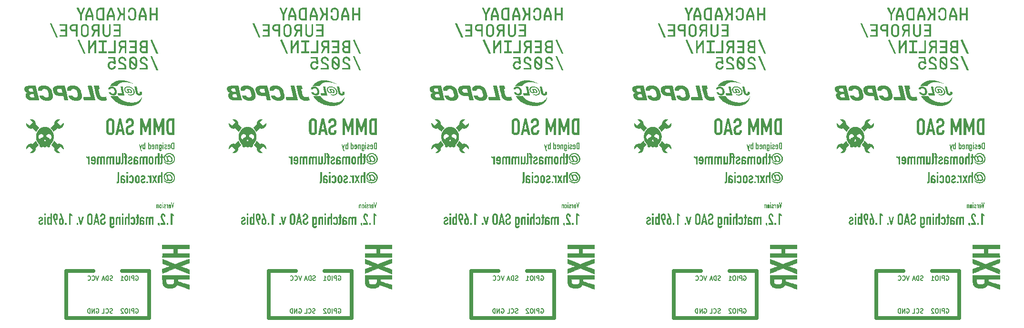
<source format=gbo>
%TF.GenerationSoftware,KiCad,Pcbnew,8.99.0-3110-g1838b2656d*%
%TF.CreationDate,2025-01-19T16:03:57+01:00*%
%TF.ProjectId,panel_1x5,70616e65-6c5f-4317-9835-2e6b69636164,1.2*%
%TF.SameCoordinates,PX2faf080PY29f6300*%
%TF.FileFunction,Legend,Bot*%
%TF.FilePolarity,Positive*%
%FSLAX46Y46*%
G04 Gerber Fmt 4.6, Leading zero omitted, Abs format (unit mm)*
G04 Created by KiCad (PCBNEW 8.99.0-3110-g1838b2656d) date 2025-01-19 16:03:57*
%MOMM*%
%LPD*%
G01*
G04 APERTURE LIST*
%ADD10C,0.000000*%
%ADD11C,0.200000*%
%ADD12C,0.600000*%
%ADD13C,0.150000*%
%ADD14C,0.700000*%
%ADD15C,0.010000*%
G04 APERTURE END LIST*
D10*
G36*
X54466803Y-19017173D02*
G01*
X54468198Y-19025387D01*
X54469407Y-19033647D01*
X54470430Y-19041939D01*
X54471267Y-19050246D01*
X54471918Y-19058553D01*
X54472384Y-19066844D01*
X54472663Y-19075104D01*
X54472756Y-19083318D01*
X54157900Y-19083318D01*
X54153677Y-19061570D01*
X54146498Y-19039407D01*
X54136417Y-19017079D01*
X54123484Y-18994837D01*
X54107754Y-18972932D01*
X54089277Y-18951616D01*
X54068107Y-18931139D01*
X54044295Y-18911752D01*
X54017895Y-18893706D01*
X53988958Y-18877251D01*
X53957536Y-18862640D01*
X53923682Y-18850123D01*
X53887449Y-18839950D01*
X53868456Y-18835822D01*
X53848888Y-18832373D01*
X53828752Y-18829637D01*
X53808053Y-18827643D01*
X53786798Y-18826424D01*
X53764994Y-18826011D01*
X53749779Y-18826011D01*
X53724172Y-18826677D01*
X53699558Y-18828648D01*
X53675923Y-18831876D01*
X53653257Y-18836318D01*
X53631548Y-18841926D01*
X53610784Y-18848658D01*
X53590953Y-18856466D01*
X53572044Y-18865306D01*
X53554045Y-18875132D01*
X53536944Y-18885899D01*
X53520729Y-18897562D01*
X53505388Y-18910076D01*
X53490911Y-18923394D01*
X53477285Y-18937473D01*
X53464498Y-18952266D01*
X53452538Y-18967729D01*
X53441394Y-18983815D01*
X53431055Y-19000480D01*
X53421508Y-19017679D01*
X53412741Y-19035365D01*
X53397503Y-19072022D01*
X53385246Y-19110087D01*
X53375876Y-19149199D01*
X53369300Y-19188995D01*
X53365423Y-19229112D01*
X53364152Y-19269189D01*
X53364152Y-19297629D01*
X53364548Y-19317582D01*
X53365735Y-19337597D01*
X53367709Y-19357630D01*
X53370466Y-19377634D01*
X53374002Y-19397564D01*
X53378313Y-19417374D01*
X53383396Y-19437019D01*
X53389245Y-19456453D01*
X53395859Y-19475629D01*
X53403231Y-19494504D01*
X53411360Y-19513030D01*
X53420241Y-19531163D01*
X53429869Y-19548856D01*
X53440242Y-19566064D01*
X53451355Y-19582741D01*
X53463204Y-19598842D01*
X53475786Y-19614321D01*
X53489096Y-19629132D01*
X53503131Y-19643230D01*
X53517888Y-19656569D01*
X53533361Y-19669103D01*
X53549547Y-19680786D01*
X53566442Y-19691574D01*
X53584043Y-19701420D01*
X53602346Y-19710278D01*
X53621346Y-19718104D01*
X53641040Y-19724851D01*
X53661423Y-19730473D01*
X53682493Y-19734926D01*
X53704245Y-19738163D01*
X53726675Y-19740139D01*
X53749779Y-19740807D01*
X53764994Y-19740807D01*
X53786798Y-19740427D01*
X53808049Y-19739292D01*
X53828740Y-19737411D01*
X53848860Y-19734792D01*
X53868401Y-19731445D01*
X53887353Y-19727378D01*
X53905708Y-19722600D01*
X53923455Y-19717119D01*
X53940586Y-19710945D01*
X53957092Y-19704085D01*
X53972963Y-19696549D01*
X53988190Y-19688346D01*
X54002764Y-19679484D01*
X54016676Y-19669971D01*
X54029917Y-19659817D01*
X54042476Y-19649031D01*
X54054346Y-19637620D01*
X54065517Y-19625594D01*
X54075980Y-19612962D01*
X54085725Y-19599731D01*
X54094743Y-19585912D01*
X54103025Y-19571512D01*
X54110563Y-19556541D01*
X54117346Y-19541006D01*
X54123365Y-19524918D01*
X54128612Y-19508284D01*
X54133076Y-19491113D01*
X54136750Y-19473414D01*
X54139623Y-19455195D01*
X54141687Y-19436466D01*
X54142932Y-19417236D01*
X54143349Y-19397511D01*
X54472094Y-19397511D01*
X54471220Y-19434064D01*
X54468624Y-19469788D01*
X54464341Y-19504662D01*
X54458408Y-19538665D01*
X54450861Y-19571775D01*
X54441738Y-19603969D01*
X54431075Y-19635227D01*
X54418909Y-19665526D01*
X54405275Y-19694844D01*
X54390211Y-19723160D01*
X54373753Y-19750451D01*
X54355938Y-19776697D01*
X54336803Y-19801875D01*
X54316383Y-19825963D01*
X54294715Y-19848941D01*
X54271837Y-19870784D01*
X54247785Y-19891473D01*
X54222594Y-19910986D01*
X54196303Y-19929299D01*
X54168947Y-19946392D01*
X54140563Y-19962243D01*
X54111187Y-19976831D01*
X54080856Y-19990132D01*
X54049608Y-20002126D01*
X54017477Y-20012790D01*
X53984501Y-20022103D01*
X53950717Y-20030043D01*
X53916161Y-20036589D01*
X53880869Y-20041718D01*
X53844878Y-20045408D01*
X53808226Y-20047638D01*
X53770947Y-20048387D01*
X53755734Y-20048387D01*
X53715952Y-20047352D01*
X53676994Y-20044286D01*
X53638888Y-20039249D01*
X53601663Y-20032297D01*
X53565347Y-20023490D01*
X53529971Y-20012886D01*
X53495562Y-20000543D01*
X53462149Y-19986519D01*
X53429761Y-19970874D01*
X53398427Y-19953665D01*
X53368176Y-19934951D01*
X53339037Y-19914790D01*
X53311038Y-19893240D01*
X53284209Y-19870360D01*
X53258577Y-19846209D01*
X53234172Y-19820844D01*
X53211024Y-19794324D01*
X53189159Y-19766708D01*
X53168608Y-19738053D01*
X53149400Y-19708419D01*
X53131562Y-19677863D01*
X53115124Y-19646444D01*
X53100115Y-19614221D01*
X53086564Y-19581251D01*
X53074498Y-19547593D01*
X53063948Y-19513306D01*
X53054942Y-19478447D01*
X53047509Y-19443075D01*
X53041678Y-19407250D01*
X53037476Y-19371028D01*
X53034935Y-19334468D01*
X53034081Y-19297629D01*
X53034081Y-19269189D01*
X53034741Y-19269191D01*
X53035516Y-19232392D01*
X53037830Y-19195948D01*
X53041668Y-19159913D01*
X53047017Y-19124341D01*
X53053860Y-19089284D01*
X53062184Y-19054796D01*
X53071973Y-19020930D01*
X53083214Y-18987739D01*
X53095890Y-18955277D01*
X53109987Y-18923597D01*
X53125490Y-18892752D01*
X53142386Y-18862795D01*
X53160658Y-18833781D01*
X53180292Y-18805761D01*
X53201274Y-18778790D01*
X53223588Y-18752921D01*
X53247219Y-18728206D01*
X53272154Y-18704700D01*
X53298377Y-18682456D01*
X53325873Y-18661526D01*
X53354628Y-18641964D01*
X53384627Y-18623824D01*
X53415855Y-18607159D01*
X53448297Y-18592021D01*
X53481939Y-18578465D01*
X53516766Y-18566543D01*
X53552762Y-18556310D01*
X53589914Y-18547817D01*
X53628206Y-18541119D01*
X53667624Y-18536269D01*
X53708153Y-18533320D01*
X53749777Y-18532325D01*
X53764992Y-18532325D01*
X53785959Y-18532903D01*
X53808489Y-18534624D01*
X53832297Y-18537470D01*
X53857101Y-18541420D01*
X53882618Y-18546455D01*
X53908566Y-18552556D01*
X53934660Y-18559703D01*
X53960619Y-18567877D01*
X53986160Y-18577060D01*
X54010999Y-18587230D01*
X54034853Y-18598369D01*
X54057440Y-18610458D01*
X54078477Y-18623477D01*
X54097681Y-18637407D01*
X54106507Y-18644708D01*
X54114768Y-18652229D01*
X54122430Y-18659967D01*
X54129456Y-18667922D01*
X54057358Y-18088485D01*
X53128010Y-18088485D01*
X53128010Y-17759740D01*
X54352370Y-17759740D01*
X54466803Y-19017173D01*
G37*
G36*
X22385389Y-24077982D02*
G01*
X22390935Y-24101330D01*
X22397638Y-24123450D01*
X22405472Y-24144319D01*
X22414411Y-24163913D01*
X22419286Y-24173224D01*
X22424428Y-24182207D01*
X22429832Y-24190860D01*
X22435495Y-24199178D01*
X22441415Y-24207159D01*
X22447587Y-24214800D01*
X22454008Y-24222098D01*
X22460676Y-24229050D01*
X22467586Y-24235652D01*
X22474735Y-24241903D01*
X22482121Y-24247798D01*
X22489739Y-24253335D01*
X22497586Y-24258510D01*
X22505659Y-24263321D01*
X22513955Y-24267764D01*
X22522470Y-24271838D01*
X22531200Y-24275537D01*
X22540144Y-24278860D01*
X22549296Y-24281804D01*
X22558654Y-24284365D01*
X22568215Y-24286540D01*
X22577975Y-24288326D01*
X22587931Y-24289721D01*
X22598079Y-24290721D01*
X22608416Y-24291324D01*
X22618939Y-24291525D01*
X22627831Y-24291373D01*
X22636415Y-24290917D01*
X22644688Y-24290158D01*
X22652650Y-24289096D01*
X22660299Y-24287732D01*
X22667632Y-24286067D01*
X22674650Y-24284101D01*
X22681350Y-24281835D01*
X22687731Y-24279270D01*
X22693791Y-24276407D01*
X22699528Y-24273245D01*
X22704942Y-24269785D01*
X22710031Y-24266030D01*
X22714793Y-24261977D01*
X22719226Y-24257630D01*
X22723330Y-24252988D01*
X22727824Y-24247024D01*
X22731879Y-24240585D01*
X22735495Y-24233681D01*
X22738670Y-24226318D01*
X22741403Y-24218506D01*
X22743693Y-24210253D01*
X22745539Y-24201566D01*
X22746940Y-24192455D01*
X22747895Y-24182927D01*
X22748403Y-24172990D01*
X22748464Y-24162654D01*
X22748075Y-24151926D01*
X22747236Y-24140814D01*
X22745945Y-24129327D01*
X22744203Y-24117474D01*
X22742008Y-24105261D01*
X22722776Y-24012794D01*
X23103092Y-24012794D01*
X23121770Y-24103046D01*
X23127695Y-24134649D01*
X23131662Y-24161626D01*
X23134495Y-24187968D01*
X23136194Y-24213672D01*
X23136760Y-24238732D01*
X23136194Y-24263143D01*
X23134497Y-24286903D01*
X23131670Y-24310005D01*
X23127714Y-24332446D01*
X23122629Y-24354220D01*
X23116416Y-24375324D01*
X23109077Y-24395752D01*
X23100612Y-24415501D01*
X23091022Y-24434565D01*
X23080308Y-24452941D01*
X23068471Y-24470623D01*
X23055511Y-24487608D01*
X23039921Y-24505454D01*
X23023106Y-24522206D01*
X23005087Y-24537858D01*
X22985884Y-24552401D01*
X22965519Y-24565827D01*
X22944012Y-24578127D01*
X22921384Y-24589295D01*
X22897657Y-24599321D01*
X22872849Y-24608197D01*
X22846984Y-24615917D01*
X22820081Y-24622470D01*
X22792160Y-24627851D01*
X22763244Y-24632049D01*
X22733353Y-24635058D01*
X22702507Y-24636870D01*
X22670728Y-24637475D01*
X22638738Y-24636905D01*
X22607338Y-24635202D01*
X22576544Y-24632378D01*
X22546369Y-24628444D01*
X22516828Y-24623412D01*
X22487937Y-24617294D01*
X22459710Y-24610101D01*
X22432161Y-24601845D01*
X22405305Y-24592537D01*
X22379157Y-24582189D01*
X22353732Y-24570813D01*
X22329044Y-24558420D01*
X22305108Y-24545022D01*
X22281939Y-24530630D01*
X22259550Y-24515256D01*
X22237958Y-24498912D01*
X22217177Y-24481609D01*
X22197221Y-24463359D01*
X22178104Y-24444173D01*
X22159843Y-24424064D01*
X22142451Y-24403041D01*
X22125943Y-24381118D01*
X22110333Y-24358306D01*
X22095637Y-24334616D01*
X22081869Y-24310061D01*
X22069044Y-24284650D01*
X22057177Y-24258397D01*
X22046281Y-24231313D01*
X22036372Y-24203409D01*
X22027465Y-24174697D01*
X22019574Y-24145189D01*
X22012714Y-24114896D01*
X21788614Y-23030202D01*
X22168562Y-23030202D01*
X22385389Y-24077982D01*
G37*
G36*
X91356463Y-14199108D02*
G01*
X90045453Y-14199108D01*
X90045453Y-13884254D01*
X91027056Y-13884254D01*
X91027056Y-13240656D01*
X90159886Y-13240656D01*
X90159886Y-12925802D01*
X91027056Y-12925802D01*
X91027056Y-12253759D01*
X90045453Y-12253759D01*
X90045453Y-11938906D01*
X91356463Y-11938906D01*
X91356463Y-14199108D01*
G37*
G36*
X162466803Y-19017173D02*
G01*
X162468198Y-19025387D01*
X162469407Y-19033647D01*
X162470430Y-19041939D01*
X162471267Y-19050246D01*
X162471918Y-19058553D01*
X162472384Y-19066844D01*
X162472663Y-19075104D01*
X162472756Y-19083318D01*
X162157900Y-19083318D01*
X162153677Y-19061570D01*
X162146498Y-19039407D01*
X162136417Y-19017079D01*
X162123484Y-18994837D01*
X162107754Y-18972932D01*
X162089277Y-18951616D01*
X162068107Y-18931139D01*
X162044295Y-18911752D01*
X162017895Y-18893706D01*
X161988958Y-18877251D01*
X161957536Y-18862640D01*
X161923682Y-18850123D01*
X161887449Y-18839950D01*
X161868456Y-18835822D01*
X161848888Y-18832373D01*
X161828752Y-18829637D01*
X161808053Y-18827643D01*
X161786798Y-18826424D01*
X161764994Y-18826011D01*
X161749779Y-18826011D01*
X161724172Y-18826677D01*
X161699558Y-18828648D01*
X161675923Y-18831876D01*
X161653257Y-18836318D01*
X161631548Y-18841926D01*
X161610784Y-18848658D01*
X161590953Y-18856466D01*
X161572044Y-18865306D01*
X161554045Y-18875132D01*
X161536944Y-18885899D01*
X161520729Y-18897562D01*
X161505388Y-18910076D01*
X161490911Y-18923394D01*
X161477285Y-18937473D01*
X161464498Y-18952266D01*
X161452538Y-18967729D01*
X161441394Y-18983815D01*
X161431055Y-19000480D01*
X161421508Y-19017679D01*
X161412741Y-19035365D01*
X161397503Y-19072022D01*
X161385246Y-19110087D01*
X161375876Y-19149199D01*
X161369300Y-19188995D01*
X161365423Y-19229112D01*
X161364152Y-19269189D01*
X161364152Y-19297629D01*
X161364548Y-19317582D01*
X161365735Y-19337597D01*
X161367709Y-19357630D01*
X161370466Y-19377634D01*
X161374002Y-19397564D01*
X161378313Y-19417374D01*
X161383396Y-19437019D01*
X161389245Y-19456453D01*
X161395859Y-19475629D01*
X161403231Y-19494504D01*
X161411360Y-19513030D01*
X161420241Y-19531163D01*
X161429869Y-19548856D01*
X161440242Y-19566064D01*
X161451355Y-19582741D01*
X161463204Y-19598842D01*
X161475786Y-19614321D01*
X161489096Y-19629132D01*
X161503131Y-19643230D01*
X161517888Y-19656569D01*
X161533361Y-19669103D01*
X161549547Y-19680786D01*
X161566442Y-19691574D01*
X161584043Y-19701420D01*
X161602346Y-19710278D01*
X161621346Y-19718104D01*
X161641040Y-19724851D01*
X161661423Y-19730473D01*
X161682493Y-19734926D01*
X161704245Y-19738163D01*
X161726675Y-19740139D01*
X161749779Y-19740807D01*
X161764994Y-19740807D01*
X161786798Y-19740427D01*
X161808049Y-19739292D01*
X161828740Y-19737411D01*
X161848860Y-19734792D01*
X161868401Y-19731445D01*
X161887353Y-19727378D01*
X161905708Y-19722600D01*
X161923455Y-19717119D01*
X161940586Y-19710945D01*
X161957092Y-19704085D01*
X161972963Y-19696549D01*
X161988190Y-19688346D01*
X162002764Y-19679484D01*
X162016676Y-19669971D01*
X162029917Y-19659817D01*
X162042476Y-19649031D01*
X162054346Y-19637620D01*
X162065517Y-19625594D01*
X162075980Y-19612962D01*
X162085725Y-19599731D01*
X162094743Y-19585912D01*
X162103025Y-19571512D01*
X162110563Y-19556541D01*
X162117346Y-19541006D01*
X162123365Y-19524918D01*
X162128612Y-19508284D01*
X162133076Y-19491113D01*
X162136750Y-19473414D01*
X162139623Y-19455195D01*
X162141687Y-19436466D01*
X162142932Y-19417236D01*
X162143349Y-19397511D01*
X162472094Y-19397511D01*
X162471220Y-19434064D01*
X162468624Y-19469788D01*
X162464341Y-19504662D01*
X162458408Y-19538665D01*
X162450861Y-19571775D01*
X162441738Y-19603969D01*
X162431075Y-19635227D01*
X162418909Y-19665526D01*
X162405275Y-19694844D01*
X162390211Y-19723160D01*
X162373753Y-19750451D01*
X162355938Y-19776697D01*
X162336803Y-19801875D01*
X162316383Y-19825963D01*
X162294715Y-19848941D01*
X162271837Y-19870784D01*
X162247785Y-19891473D01*
X162222594Y-19910986D01*
X162196303Y-19929299D01*
X162168947Y-19946392D01*
X162140563Y-19962243D01*
X162111187Y-19976831D01*
X162080856Y-19990132D01*
X162049608Y-20002126D01*
X162017477Y-20012790D01*
X161984501Y-20022103D01*
X161950717Y-20030043D01*
X161916161Y-20036589D01*
X161880869Y-20041718D01*
X161844878Y-20045408D01*
X161808226Y-20047638D01*
X161770947Y-20048387D01*
X161755734Y-20048387D01*
X161715952Y-20047352D01*
X161676994Y-20044286D01*
X161638888Y-20039249D01*
X161601663Y-20032297D01*
X161565347Y-20023490D01*
X161529971Y-20012886D01*
X161495562Y-20000543D01*
X161462149Y-19986519D01*
X161429761Y-19970874D01*
X161398427Y-19953665D01*
X161368176Y-19934951D01*
X161339037Y-19914790D01*
X161311038Y-19893240D01*
X161284209Y-19870360D01*
X161258577Y-19846209D01*
X161234172Y-19820844D01*
X161211024Y-19794324D01*
X161189159Y-19766708D01*
X161168608Y-19738053D01*
X161149400Y-19708419D01*
X161131562Y-19677863D01*
X161115124Y-19646444D01*
X161100115Y-19614221D01*
X161086564Y-19581251D01*
X161074498Y-19547593D01*
X161063948Y-19513306D01*
X161054942Y-19478447D01*
X161047509Y-19443075D01*
X161041678Y-19407250D01*
X161037476Y-19371028D01*
X161034935Y-19334468D01*
X161034081Y-19297629D01*
X161034081Y-19269189D01*
X161034741Y-19269191D01*
X161035516Y-19232392D01*
X161037830Y-19195948D01*
X161041668Y-19159913D01*
X161047017Y-19124341D01*
X161053860Y-19089284D01*
X161062184Y-19054796D01*
X161071973Y-19020930D01*
X161083214Y-18987739D01*
X161095890Y-18955277D01*
X161109987Y-18923597D01*
X161125490Y-18892752D01*
X161142386Y-18862795D01*
X161160658Y-18833781D01*
X161180292Y-18805761D01*
X161201274Y-18778790D01*
X161223588Y-18752921D01*
X161247219Y-18728206D01*
X161272154Y-18704700D01*
X161298377Y-18682456D01*
X161325873Y-18661526D01*
X161354628Y-18641964D01*
X161384627Y-18623824D01*
X161415855Y-18607159D01*
X161448297Y-18592021D01*
X161481939Y-18578465D01*
X161516766Y-18566543D01*
X161552762Y-18556310D01*
X161589914Y-18547817D01*
X161628206Y-18541119D01*
X161667624Y-18536269D01*
X161708153Y-18533320D01*
X161749777Y-18532325D01*
X161764992Y-18532325D01*
X161785959Y-18532903D01*
X161808489Y-18534624D01*
X161832297Y-18537470D01*
X161857101Y-18541420D01*
X161882618Y-18546455D01*
X161908566Y-18552556D01*
X161934660Y-18559703D01*
X161960619Y-18567877D01*
X161986160Y-18577060D01*
X162010999Y-18587230D01*
X162034853Y-18598369D01*
X162057440Y-18610458D01*
X162078477Y-18623477D01*
X162097681Y-18637407D01*
X162106507Y-18644708D01*
X162114768Y-18652229D01*
X162122430Y-18659967D01*
X162129456Y-18667922D01*
X162057358Y-18088485D01*
X161128010Y-18088485D01*
X161128010Y-17759740D01*
X162352370Y-17759740D01*
X162466803Y-19017173D01*
G37*
G36*
X120276875Y-9902276D02*
G01*
X120697562Y-9029812D01*
X120997864Y-9029812D01*
X120997864Y-9172687D01*
X120440255Y-10264755D01*
X120440255Y-11290015D01*
X120111510Y-11290015D01*
X120111510Y-10264755D01*
X119567791Y-9172687D01*
X119567130Y-9172687D01*
X119567130Y-9029812D01*
X119867432Y-9029812D01*
X120276875Y-9902276D01*
G37*
G36*
X85070624Y-17155168D02*
G01*
X85070624Y-17241157D01*
X84786858Y-17242478D01*
X83703389Y-14796407D01*
X83703389Y-14710418D01*
X83987156Y-14709096D01*
X85070624Y-17155168D01*
G37*
G36*
X15450907Y-22897270D02*
G01*
X15454650Y-22897512D01*
X15458354Y-22897913D01*
X15462015Y-22898468D01*
X15465629Y-22899176D01*
X15469193Y-22900032D01*
X15472703Y-22901034D01*
X15476154Y-22902179D01*
X15479544Y-22903464D01*
X15482868Y-22904885D01*
X15486122Y-22906441D01*
X15489303Y-22908127D01*
X15492407Y-22909941D01*
X15495431Y-22911879D01*
X15498369Y-22913939D01*
X15501220Y-22916118D01*
X15503978Y-22918413D01*
X15506640Y-22920820D01*
X15509202Y-22923336D01*
X15511661Y-22925959D01*
X15514012Y-22928686D01*
X15516252Y-22931513D01*
X15518377Y-22934438D01*
X15520384Y-22937457D01*
X15522267Y-22940567D01*
X15524025Y-22943766D01*
X15525652Y-22947050D01*
X15527145Y-22950417D01*
X15528501Y-22953863D01*
X15529715Y-22957385D01*
X15530784Y-22960980D01*
X15531703Y-22964646D01*
X15628908Y-23390868D01*
X15629837Y-23395472D01*
X15630524Y-23400068D01*
X15630973Y-23404649D01*
X15631190Y-23409208D01*
X15631178Y-23413738D01*
X15630942Y-23418233D01*
X15630486Y-23422685D01*
X15629815Y-23427088D01*
X15628932Y-23431435D01*
X15627842Y-23435719D01*
X15626550Y-23439932D01*
X15625059Y-23444069D01*
X15623375Y-23448123D01*
X15621500Y-23452086D01*
X15619440Y-23455951D01*
X15617199Y-23459712D01*
X15614782Y-23463362D01*
X15612192Y-23466894D01*
X15609433Y-23470302D01*
X15606511Y-23473577D01*
X15603430Y-23476714D01*
X15600193Y-23479706D01*
X15596805Y-23482545D01*
X15593271Y-23485225D01*
X15589595Y-23487739D01*
X15585780Y-23490081D01*
X15581832Y-23492242D01*
X15577755Y-23494217D01*
X15573553Y-23495998D01*
X15569230Y-23497579D01*
X15564790Y-23498953D01*
X15560239Y-23500113D01*
X15557484Y-23500697D01*
X15554715Y-23501195D01*
X15551933Y-23501607D01*
X15549140Y-23501933D01*
X15546338Y-23502173D01*
X15543530Y-23502327D01*
X15540717Y-23502394D01*
X15537901Y-23502374D01*
X15533214Y-23502387D01*
X15528583Y-23502635D01*
X15524014Y-23503111D01*
X15519514Y-23503811D01*
X15515087Y-23504728D01*
X15510740Y-23505858D01*
X15506478Y-23507194D01*
X15502308Y-23508731D01*
X15498234Y-23510463D01*
X15494264Y-23512385D01*
X15490403Y-23514491D01*
X15486657Y-23516776D01*
X15483031Y-23519234D01*
X15479531Y-23521859D01*
X15476164Y-23524646D01*
X15472935Y-23527589D01*
X15469850Y-23530682D01*
X15466914Y-23533921D01*
X15464135Y-23537299D01*
X15461517Y-23540811D01*
X15459066Y-23544451D01*
X15456788Y-23548213D01*
X15454690Y-23552093D01*
X15452776Y-23556084D01*
X15451054Y-23560182D01*
X15449527Y-23564379D01*
X15448204Y-23568671D01*
X15447088Y-23573052D01*
X15446187Y-23577517D01*
X15445506Y-23582059D01*
X15445050Y-23586674D01*
X15444826Y-23591356D01*
X15444807Y-23594190D01*
X15444875Y-23597022D01*
X15445032Y-23599849D01*
X15445276Y-23602669D01*
X15445608Y-23605479D01*
X15446027Y-23608279D01*
X15446532Y-23611066D01*
X15447125Y-23613838D01*
X15540163Y-24016471D01*
X15592391Y-24239279D01*
X15622471Y-24360447D01*
X15637979Y-24417727D01*
X15654158Y-24472594D01*
X15671279Y-24524894D01*
X15689609Y-24574468D01*
X15699313Y-24598184D01*
X15709420Y-24621161D01*
X15719964Y-24643377D01*
X15730980Y-24664815D01*
X15742500Y-24685454D01*
X15754559Y-24705274D01*
X15767190Y-24724257D01*
X15780428Y-24742382D01*
X15794304Y-24759630D01*
X15808854Y-24775981D01*
X15824111Y-24791416D01*
X15840108Y-24805915D01*
X15856880Y-24819459D01*
X15874460Y-24832028D01*
X15892882Y-24843602D01*
X15912179Y-24854162D01*
X15932386Y-24863688D01*
X15953535Y-24872161D01*
X15975661Y-24879561D01*
X15998797Y-24885869D01*
X16028694Y-24892369D01*
X16060347Y-24897747D01*
X16093757Y-24902003D01*
X16128923Y-24905138D01*
X16165845Y-24907151D01*
X16204524Y-24908042D01*
X16244959Y-24907812D01*
X16287151Y-24906461D01*
X16376803Y-24900392D01*
X16473480Y-24889837D01*
X16577183Y-24874795D01*
X16687911Y-24855267D01*
X16692167Y-24854563D01*
X16696411Y-24854073D01*
X16700635Y-24853794D01*
X16704835Y-24853721D01*
X16709005Y-24853851D01*
X16713138Y-24854180D01*
X16717228Y-24854704D01*
X16721270Y-24855419D01*
X16725258Y-24856322D01*
X16729186Y-24857408D01*
X16733048Y-24858675D01*
X16736838Y-24860118D01*
X16740551Y-24861733D01*
X16744179Y-24863516D01*
X16747719Y-24865465D01*
X16751162Y-24867574D01*
X16754505Y-24869840D01*
X16757740Y-24872260D01*
X16760862Y-24874830D01*
X16763865Y-24877545D01*
X16766743Y-24880402D01*
X16769491Y-24883397D01*
X16772101Y-24886526D01*
X16774569Y-24889786D01*
X16776889Y-24893173D01*
X16779054Y-24896683D01*
X16781059Y-24900312D01*
X16782898Y-24904056D01*
X16784565Y-24907912D01*
X16786054Y-24911875D01*
X16787359Y-24915943D01*
X16788474Y-24920110D01*
X16905227Y-25403449D01*
X16906161Y-25407791D01*
X16906867Y-25412128D01*
X16907350Y-25416454D01*
X16907614Y-25420763D01*
X16907662Y-25425048D01*
X16907499Y-25429302D01*
X16907129Y-25433520D01*
X16906555Y-25437694D01*
X16905781Y-25441818D01*
X16904812Y-25445886D01*
X16903650Y-25449891D01*
X16902302Y-25453827D01*
X16900769Y-25457687D01*
X16899056Y-25461464D01*
X16897167Y-25465153D01*
X16895106Y-25468746D01*
X16892877Y-25472237D01*
X16890484Y-25475620D01*
X16887930Y-25478889D01*
X16885220Y-25482035D01*
X16882358Y-25485055D01*
X16879347Y-25487939D01*
X16876191Y-25490683D01*
X16872895Y-25493280D01*
X16869462Y-25495723D01*
X16865896Y-25498006D01*
X16862202Y-25500121D01*
X16858382Y-25502064D01*
X16854442Y-25503827D01*
X16850384Y-25505403D01*
X16846214Y-25506787D01*
X16841934Y-25507971D01*
X16768334Y-25525174D01*
X16694410Y-25540084D01*
X16620161Y-25552699D01*
X16545589Y-25563021D01*
X16470692Y-25571049D01*
X16395471Y-25576783D01*
X16319926Y-25580224D01*
X16244056Y-25581371D01*
X16187823Y-25580430D01*
X16132414Y-25577609D01*
X16077828Y-25572906D01*
X16024065Y-25566321D01*
X15971125Y-25557856D01*
X15919009Y-25547509D01*
X15867716Y-25535281D01*
X15817247Y-25521172D01*
X15767600Y-25505182D01*
X15718778Y-25487310D01*
X15670778Y-25467558D01*
X15623602Y-25445924D01*
X15577250Y-25422409D01*
X15531720Y-25397012D01*
X15487014Y-25369735D01*
X15443132Y-25340576D01*
X15400877Y-25309867D01*
X15360992Y-25277932D01*
X15323381Y-25244756D01*
X15287950Y-25210326D01*
X15254604Y-25174629D01*
X15223248Y-25137652D01*
X15193788Y-25099380D01*
X15166129Y-25059802D01*
X15140176Y-25018903D01*
X15115834Y-24976671D01*
X15093009Y-24933091D01*
X15071606Y-24888151D01*
X15051530Y-24841837D01*
X15032687Y-24794135D01*
X15014981Y-24745034D01*
X14998318Y-24694518D01*
X14941710Y-24489963D01*
X14855099Y-24139874D01*
X14738484Y-23644251D01*
X14591866Y-23003096D01*
X14590990Y-22998717D01*
X14590343Y-22994346D01*
X14589922Y-22989990D01*
X14589722Y-22985655D01*
X14589740Y-22981347D01*
X14589970Y-22977074D01*
X14590410Y-22972842D01*
X14591055Y-22968656D01*
X14591900Y-22964525D01*
X14592943Y-22960454D01*
X14594177Y-22956449D01*
X14595601Y-22952518D01*
X14597209Y-22948666D01*
X14598997Y-22944901D01*
X14600961Y-22941229D01*
X14603097Y-22937656D01*
X14605401Y-22934190D01*
X14607869Y-22930835D01*
X14610497Y-22927600D01*
X14613280Y-22924490D01*
X14616215Y-22921512D01*
X14619297Y-22918672D01*
X14622522Y-22915978D01*
X14625886Y-22913435D01*
X14629386Y-22911050D01*
X14633016Y-22908830D01*
X14636773Y-22906780D01*
X14640653Y-22904909D01*
X14644651Y-22903221D01*
X14648764Y-22901725D01*
X14652987Y-22900425D01*
X14657316Y-22899329D01*
X14659679Y-22898829D01*
X14662055Y-22898395D01*
X14664440Y-22898027D01*
X14666834Y-22897725D01*
X14669236Y-22897491D01*
X14671644Y-22897323D01*
X14674056Y-22897222D01*
X14676471Y-22897188D01*
X15447129Y-22897188D01*
X15450907Y-22897270D01*
G37*
G36*
X21430147Y-9004242D02*
G01*
X21464760Y-9006878D01*
X21498872Y-9011218D01*
X21532440Y-9017220D01*
X21565421Y-9024841D01*
X21597773Y-9034037D01*
X21629452Y-9044765D01*
X21660415Y-9056984D01*
X21690619Y-9070649D01*
X21720022Y-9085717D01*
X21748581Y-9102147D01*
X21776251Y-9119893D01*
X21802991Y-9138915D01*
X21828758Y-9159168D01*
X21853507Y-9180610D01*
X21877197Y-9203197D01*
X21899785Y-9226887D01*
X21921226Y-9251637D01*
X21941479Y-9277403D01*
X21960501Y-9304143D01*
X21978248Y-9331814D01*
X21994677Y-9360372D01*
X22009746Y-9389775D01*
X22023410Y-9419980D01*
X22035629Y-9450943D01*
X22046358Y-9482622D01*
X22055554Y-9514974D01*
X22063174Y-9547955D01*
X22069176Y-9581523D01*
X22073516Y-9615635D01*
X22076152Y-9650248D01*
X22077040Y-9685318D01*
X22077040Y-10633848D01*
X22076152Y-10668918D01*
X22073516Y-10703531D01*
X22069176Y-10737643D01*
X22063174Y-10771211D01*
X22055554Y-10804192D01*
X22046358Y-10836544D01*
X22035629Y-10868223D01*
X22023410Y-10899186D01*
X22009746Y-10929391D01*
X21994677Y-10958794D01*
X21978248Y-10987352D01*
X21960501Y-11015023D01*
X21941479Y-11041763D01*
X21921226Y-11067529D01*
X21899785Y-11092279D01*
X21877197Y-11115969D01*
X21853507Y-11138556D01*
X21828758Y-11159998D01*
X21802991Y-11180251D01*
X21776251Y-11199273D01*
X21748581Y-11217020D01*
X21720022Y-11233449D01*
X21690619Y-11248517D01*
X21660415Y-11262182D01*
X21629452Y-11274401D01*
X21597773Y-11285129D01*
X21565421Y-11294325D01*
X21532440Y-11301946D01*
X21498872Y-11307948D01*
X21464760Y-11312288D01*
X21430147Y-11314924D01*
X21395077Y-11315812D01*
X21331576Y-11315812D01*
X21296506Y-11314924D01*
X21261893Y-11312288D01*
X21227782Y-11307948D01*
X21194214Y-11301946D01*
X21161232Y-11294325D01*
X21128881Y-11285129D01*
X21097202Y-11274401D01*
X21066238Y-11262182D01*
X21036034Y-11248517D01*
X21006631Y-11233449D01*
X20978072Y-11217020D01*
X20950402Y-11199273D01*
X20923662Y-11180251D01*
X20897896Y-11159998D01*
X20873146Y-11138556D01*
X20849456Y-11115969D01*
X20826868Y-11092279D01*
X20805427Y-11067529D01*
X20785174Y-11041763D01*
X20766152Y-11015023D01*
X20748405Y-10987352D01*
X20731976Y-10958794D01*
X20716908Y-10929391D01*
X20703243Y-10899186D01*
X20691024Y-10868223D01*
X20680296Y-10836544D01*
X20671100Y-10804192D01*
X20663479Y-10771211D01*
X20657477Y-10737643D01*
X20653137Y-10703531D01*
X20650501Y-10668918D01*
X20649613Y-10633848D01*
X20649613Y-10461869D01*
X20964467Y-10461869D01*
X20964467Y-10633848D01*
X20964945Y-10652864D01*
X20966366Y-10671814D01*
X20968705Y-10690663D01*
X20971939Y-10709375D01*
X20976045Y-10727914D01*
X20981000Y-10746247D01*
X20986781Y-10764337D01*
X20993364Y-10782149D01*
X21000726Y-10799649D01*
X21008844Y-10816800D01*
X21017694Y-10833567D01*
X21027254Y-10849916D01*
X21037499Y-10865811D01*
X21048407Y-10881217D01*
X21059955Y-10896099D01*
X21072119Y-10910420D01*
X21084876Y-10924147D01*
X21098203Y-10937244D01*
X21112076Y-10949675D01*
X21126472Y-10961406D01*
X21141369Y-10972400D01*
X21156742Y-10982624D01*
X21172568Y-10992041D01*
X21188825Y-11000616D01*
X21205489Y-11008315D01*
X21222536Y-11015101D01*
X21239944Y-11020940D01*
X21257689Y-11025797D01*
X21275748Y-11029636D01*
X21294098Y-11032421D01*
X21312715Y-11034118D01*
X21331576Y-11034692D01*
X21395077Y-11034692D01*
X21413999Y-11034116D01*
X21432672Y-11032414D01*
X21451074Y-11029620D01*
X21469182Y-11025770D01*
X21486973Y-11020900D01*
X21504423Y-11015045D01*
X21521510Y-11008241D01*
X21538210Y-11000523D01*
X21554500Y-10991928D01*
X21570358Y-10982491D01*
X21585759Y-10972246D01*
X21600680Y-10961231D01*
X21615100Y-10949481D01*
X21628994Y-10937030D01*
X21642339Y-10923916D01*
X21655112Y-10910173D01*
X21667291Y-10895836D01*
X21678851Y-10880943D01*
X21689771Y-10865527D01*
X21700026Y-10849626D01*
X21709593Y-10833274D01*
X21718450Y-10816507D01*
X21726573Y-10799360D01*
X21733940Y-10781870D01*
X21740526Y-10764072D01*
X21746309Y-10746001D01*
X21751266Y-10727694D01*
X21755374Y-10709185D01*
X21758609Y-10690510D01*
X21760948Y-10671705D01*
X21762369Y-10652806D01*
X21762847Y-10633848D01*
X21762847Y-9685318D01*
X21762367Y-9666315D01*
X21760941Y-9647404D01*
X21758593Y-9628617D01*
X21755347Y-9609990D01*
X21751225Y-9591555D01*
X21746253Y-9573346D01*
X21740452Y-9555396D01*
X21733847Y-9537740D01*
X21726461Y-9520410D01*
X21718317Y-9503440D01*
X21709439Y-9486863D01*
X21699851Y-9470714D01*
X21689576Y-9455025D01*
X21678638Y-9439831D01*
X21667060Y-9425165D01*
X21654865Y-9411060D01*
X21642077Y-9397550D01*
X21628719Y-9384668D01*
X21614816Y-9372449D01*
X21600390Y-9360925D01*
X21585465Y-9350130D01*
X21570065Y-9340098D01*
X21554212Y-9330862D01*
X21537931Y-9322455D01*
X21521245Y-9314913D01*
X21504178Y-9308267D01*
X21486753Y-9302551D01*
X21468993Y-9297799D01*
X21450922Y-9294045D01*
X21432563Y-9291322D01*
X21413940Y-9289664D01*
X21395077Y-9289103D01*
X21331576Y-9289103D01*
X21312655Y-9289666D01*
X21293981Y-9291329D01*
X21275579Y-9294061D01*
X21257471Y-9297826D01*
X21239680Y-9302592D01*
X21222230Y-9308323D01*
X21205144Y-9314987D01*
X21188444Y-9322549D01*
X21172153Y-9330975D01*
X21156296Y-9340231D01*
X21140895Y-9350284D01*
X21125973Y-9361099D01*
X21111554Y-9372644D01*
X21097660Y-9384882D01*
X21084315Y-9397782D01*
X21071542Y-9411308D01*
X21059363Y-9425428D01*
X21047803Y-9440107D01*
X21036883Y-9455310D01*
X21026628Y-9471005D01*
X21017061Y-9487158D01*
X21008204Y-9503733D01*
X21000081Y-9520699D01*
X20992714Y-9538019D01*
X20986128Y-9555662D01*
X20980345Y-9573592D01*
X20975388Y-9591776D01*
X20971280Y-9610180D01*
X20968045Y-9628771D01*
X20965706Y-9647513D01*
X20964285Y-9666373D01*
X20963807Y-9685318D01*
X20963807Y-9861266D01*
X20649613Y-9861266D01*
X20649613Y-9685318D01*
X20650501Y-9650248D01*
X20653137Y-9615635D01*
X20657477Y-9581523D01*
X20663479Y-9547955D01*
X20671100Y-9514974D01*
X20680296Y-9482622D01*
X20691024Y-9450943D01*
X20703243Y-9419980D01*
X20716908Y-9389775D01*
X20731976Y-9360372D01*
X20748405Y-9331814D01*
X20766152Y-9304143D01*
X20785174Y-9277403D01*
X20805427Y-9251637D01*
X20826868Y-9226887D01*
X20849456Y-9203197D01*
X20873146Y-9180610D01*
X20897896Y-9159168D01*
X20923662Y-9138915D01*
X20950402Y-9119893D01*
X20978072Y-9102147D01*
X21006631Y-9085717D01*
X21036034Y-9070649D01*
X21066238Y-9056984D01*
X21097202Y-9044765D01*
X21128881Y-9034037D01*
X21161232Y-9024841D01*
X21194214Y-9017220D01*
X21227782Y-9011218D01*
X21261893Y-9006878D01*
X21296506Y-9004242D01*
X21331576Y-9003354D01*
X21395077Y-9003354D01*
X21430147Y-9004242D01*
G37*
G36*
X24140130Y-16795335D02*
G01*
X24140130Y-17110187D01*
X23349025Y-17110187D01*
X23324244Y-17109708D01*
X23299646Y-17108284D01*
X23275254Y-17105927D01*
X23251088Y-17102652D01*
X23227171Y-17098475D01*
X23203523Y-17093409D01*
X23180165Y-17087469D01*
X23157120Y-17080669D01*
X23134408Y-17073025D01*
X23112050Y-17064550D01*
X23090069Y-17055260D01*
X23068485Y-17045168D01*
X23047319Y-17034289D01*
X23026593Y-17022638D01*
X23006329Y-17010230D01*
X22986547Y-16997078D01*
X22967268Y-16983198D01*
X22948515Y-16968603D01*
X22930309Y-16953309D01*
X22912670Y-16937330D01*
X22895620Y-16920681D01*
X22879181Y-16903375D01*
X22863373Y-16885428D01*
X22848219Y-16866854D01*
X22833739Y-16847668D01*
X22819955Y-16827884D01*
X22806887Y-16807516D01*
X22794558Y-16786580D01*
X22782989Y-16765090D01*
X22772200Y-16743059D01*
X22762214Y-16720504D01*
X22753051Y-16697438D01*
X22744787Y-16674035D01*
X22737478Y-16650474D01*
X22731117Y-16626781D01*
X22725698Y-16602981D01*
X22721214Y-16579099D01*
X22717660Y-16555159D01*
X22715028Y-16531187D01*
X22713312Y-16507207D01*
X22712814Y-16473535D01*
X23027563Y-16473535D01*
X23027974Y-16489784D01*
X23029218Y-16506145D01*
X23031266Y-16522268D01*
X23034099Y-16538132D01*
X23037695Y-16553718D01*
X23042035Y-16569006D01*
X23047099Y-16583974D01*
X23052866Y-16598603D01*
X23059316Y-16612872D01*
X23066429Y-16626762D01*
X23074185Y-16640252D01*
X23082563Y-16653322D01*
X23091543Y-16665951D01*
X23101106Y-16678120D01*
X23111230Y-16689808D01*
X23121895Y-16700994D01*
X23133082Y-16711660D01*
X23144770Y-16721784D01*
X23156939Y-16731346D01*
X23169568Y-16740327D01*
X23182638Y-16748705D01*
X23196128Y-16756460D01*
X23210018Y-16763573D01*
X23224287Y-16770024D01*
X23238916Y-16775791D01*
X23253884Y-16780855D01*
X23269171Y-16785195D01*
X23284758Y-16788791D01*
X23300622Y-16791624D01*
X23316745Y-16793672D01*
X23333106Y-16794916D01*
X23349685Y-16795335D01*
X23825935Y-16795335D01*
X23825935Y-16151734D01*
X23349685Y-16151734D01*
X23333106Y-16152153D01*
X23316745Y-16153397D01*
X23300622Y-16155445D01*
X23284758Y-16158278D01*
X23269171Y-16161874D01*
X23253884Y-16166214D01*
X23238916Y-16171278D01*
X23224287Y-16177045D01*
X23210018Y-16183496D01*
X23196128Y-16190609D01*
X23182638Y-16198364D01*
X23169568Y-16206742D01*
X23156939Y-16215723D01*
X23144770Y-16225285D01*
X23133082Y-16235409D01*
X23121895Y-16246075D01*
X23111230Y-16257261D01*
X23101106Y-16268949D01*
X23091543Y-16281118D01*
X23082563Y-16293747D01*
X23074185Y-16306817D01*
X23066429Y-16320307D01*
X23059316Y-16334197D01*
X23052866Y-16348466D01*
X23047099Y-16363095D01*
X23042035Y-16378063D01*
X23037695Y-16393351D01*
X23034099Y-16408937D01*
X23031266Y-16424801D01*
X23029218Y-16440924D01*
X23027974Y-16457285D01*
X23027563Y-16473535D01*
X22712814Y-16473535D01*
X22712604Y-16459324D01*
X22715484Y-16411711D01*
X22721900Y-16364567D01*
X22731802Y-16318092D01*
X22745138Y-16272484D01*
X22761856Y-16227945D01*
X22781905Y-16184672D01*
X22805234Y-16142867D01*
X22818113Y-16122577D01*
X22831792Y-16102728D01*
X22846265Y-16083346D01*
X22861527Y-16064456D01*
X22877569Y-16046082D01*
X22894387Y-16028249D01*
X22911974Y-16010983D01*
X22930322Y-15994307D01*
X22930984Y-15993646D01*
X22905642Y-15970449D01*
X22881723Y-15946047D01*
X22859259Y-15920505D01*
X22838276Y-15893890D01*
X22818806Y-15866267D01*
X22800875Y-15837702D01*
X22784515Y-15808262D01*
X22769753Y-15778011D01*
X22756619Y-15747016D01*
X22745142Y-15715343D01*
X22735351Y-15683057D01*
X22727275Y-15650225D01*
X22720943Y-15616913D01*
X22716384Y-15583186D01*
X22713628Y-15549109D01*
X22712702Y-15514750D01*
X22712702Y-15486970D01*
X23027555Y-15486970D01*
X23027555Y-15515414D01*
X23028032Y-15531993D01*
X23029327Y-15548354D01*
X23031419Y-15564477D01*
X23034289Y-15580342D01*
X23037916Y-15595928D01*
X23042281Y-15611215D01*
X23047364Y-15626183D01*
X23053145Y-15640812D01*
X23059605Y-15655082D01*
X23066723Y-15668972D01*
X23074479Y-15682462D01*
X23082854Y-15695531D01*
X23091828Y-15708161D01*
X23101381Y-15720329D01*
X23111492Y-15732017D01*
X23122144Y-15743204D01*
X23133314Y-15753870D01*
X23144984Y-15763994D01*
X23157133Y-15773556D01*
X23169743Y-15782536D01*
X23182792Y-15790914D01*
X23196261Y-15798670D01*
X23210130Y-15805783D01*
X23224380Y-15812233D01*
X23238990Y-15818000D01*
X23253941Y-15823064D01*
X23269212Y-15827404D01*
X23284785Y-15831001D01*
X23300638Y-15833833D01*
X23316752Y-15835882D01*
X23333108Y-15837125D01*
X23349685Y-15837544D01*
X23825935Y-15837544D01*
X23825935Y-15164840D01*
X23349685Y-15164840D01*
X23333106Y-15165317D01*
X23316745Y-15166612D01*
X23300622Y-15168704D01*
X23284758Y-15171573D01*
X23269171Y-15175200D01*
X23253884Y-15179566D01*
X23238916Y-15184649D01*
X23224287Y-15190430D01*
X23210018Y-15196889D01*
X23196128Y-15204007D01*
X23182638Y-15211764D01*
X23169568Y-15220139D01*
X23156939Y-15229113D01*
X23144770Y-15238665D01*
X23133082Y-15248777D01*
X23121895Y-15259428D01*
X23111230Y-15270599D01*
X23101106Y-15282268D01*
X23091543Y-15294418D01*
X23082563Y-15307027D01*
X23074185Y-15320076D01*
X23066429Y-15333546D01*
X23059316Y-15347415D01*
X23052866Y-15361665D01*
X23047099Y-15376275D01*
X23042035Y-15391226D01*
X23037695Y-15406497D01*
X23034099Y-15422069D01*
X23031266Y-15437923D01*
X23029218Y-15454037D01*
X23027974Y-15470393D01*
X23027555Y-15486970D01*
X22712702Y-15486970D01*
X22712702Y-15486308D01*
X22713531Y-15453580D01*
X22715990Y-15421280D01*
X22720039Y-15389447D01*
X22725638Y-15358123D01*
X22732748Y-15327346D01*
X22741327Y-15297157D01*
X22751336Y-15267597D01*
X22762735Y-15238705D01*
X22775484Y-15210521D01*
X22789543Y-15183085D01*
X22804871Y-15156438D01*
X22821428Y-15130619D01*
X22839175Y-15105669D01*
X22858071Y-15081628D01*
X22878076Y-15058536D01*
X22899151Y-15036432D01*
X22921254Y-15015358D01*
X22944347Y-14995353D01*
X22968388Y-14976457D01*
X22993338Y-14958710D01*
X23019156Y-14942152D01*
X23045803Y-14926824D01*
X23073239Y-14912766D01*
X23101423Y-14900017D01*
X23130315Y-14888618D01*
X23159875Y-14878609D01*
X23190064Y-14870029D01*
X23220841Y-14862920D01*
X23252165Y-14857321D01*
X23283997Y-14853272D01*
X23316298Y-14850813D01*
X23349025Y-14849984D01*
X24140130Y-14849984D01*
X24140130Y-15837544D01*
X24140130Y-16795335D01*
G37*
G36*
X127759202Y-23252567D02*
G01*
X127765676Y-23284481D01*
X128039964Y-24638546D01*
X127869755Y-24638416D01*
X126964471Y-24637204D01*
X126933306Y-24637106D01*
X126856933Y-24258857D01*
X126920717Y-24258810D01*
X127427020Y-24256753D01*
X127579213Y-24255978D01*
X127575264Y-24234974D01*
X127570381Y-24209710D01*
X127508797Y-23904897D01*
X127430195Y-23525245D01*
X127368485Y-23227106D01*
X127344867Y-23111311D01*
X127330308Y-23037326D01*
X127681834Y-23037280D01*
X127715571Y-23037216D01*
X127759202Y-23252567D01*
G37*
G36*
X119702729Y-14199771D02*
G01*
X119387875Y-14199771D01*
X119387875Y-13241317D01*
X118911624Y-13241317D01*
X118878896Y-13240488D01*
X118846596Y-13238029D01*
X118814763Y-13233980D01*
X118783439Y-13228381D01*
X118752662Y-13221271D01*
X118722474Y-13212692D01*
X118692913Y-13202683D01*
X118664021Y-13191284D01*
X118635837Y-13178535D01*
X118608402Y-13164477D01*
X118581755Y-13149149D01*
X118555936Y-13132591D01*
X118530986Y-13114844D01*
X118506945Y-13095948D01*
X118483853Y-13075943D01*
X118461750Y-13054869D01*
X118440675Y-13032765D01*
X118420670Y-13009673D01*
X118401774Y-12985632D01*
X118384027Y-12960682D01*
X118367470Y-12934864D01*
X118352142Y-12908216D01*
X118338083Y-12880781D01*
X118325334Y-12852597D01*
X118313935Y-12823705D01*
X118303926Y-12794144D01*
X118295347Y-12763956D01*
X118288237Y-12733179D01*
X118282638Y-12701855D01*
X118278589Y-12670023D01*
X118276130Y-12637722D01*
X118275301Y-12604995D01*
X118275301Y-12576552D01*
X118590157Y-12576552D01*
X118590157Y-12604996D01*
X118590634Y-12621575D01*
X118591929Y-12637936D01*
X118594021Y-12654059D01*
X118596891Y-12669923D01*
X118600518Y-12685509D01*
X118604883Y-12700797D01*
X118609966Y-12715765D01*
X118615747Y-12730394D01*
X118622207Y-12744663D01*
X118629325Y-12758553D01*
X118637081Y-12772043D01*
X118645456Y-12785112D01*
X118654430Y-12797742D01*
X118663983Y-12809910D01*
X118674094Y-12821598D01*
X118684745Y-12832785D01*
X118695916Y-12843451D01*
X118707586Y-12853575D01*
X118719735Y-12863137D01*
X118732344Y-12872117D01*
X118745393Y-12880495D01*
X118758862Y-12888251D01*
X118772732Y-12895364D01*
X118786981Y-12901814D01*
X118801591Y-12907581D01*
X118816542Y-12912645D01*
X118831813Y-12916985D01*
X118847385Y-12920581D01*
X118863239Y-12923414D01*
X118879353Y-12925462D01*
X118895708Y-12926706D01*
X118912285Y-12927125D01*
X119388537Y-12927125D01*
X119388537Y-12254422D01*
X118912285Y-12254422D01*
X118895707Y-12254899D01*
X118879346Y-12256194D01*
X118863223Y-12258286D01*
X118847358Y-12261156D01*
X118831772Y-12264783D01*
X118816485Y-12269148D01*
X118801517Y-12274231D01*
X118786888Y-12280012D01*
X118772619Y-12286472D01*
X118758729Y-12293590D01*
X118745239Y-12301346D01*
X118732170Y-12309721D01*
X118719540Y-12318695D01*
X118707372Y-12328248D01*
X118695684Y-12338360D01*
X118684497Y-12349011D01*
X118673832Y-12360181D01*
X118663708Y-12371851D01*
X118654145Y-12384000D01*
X118645165Y-12396610D01*
X118636787Y-12409659D01*
X118629031Y-12423128D01*
X118621918Y-12436997D01*
X118615468Y-12451247D01*
X118609701Y-12465857D01*
X118604637Y-12480808D01*
X118600297Y-12496079D01*
X118596701Y-12511652D01*
X118593868Y-12527505D01*
X118591820Y-12543620D01*
X118590576Y-12559975D01*
X118590157Y-12576552D01*
X118275301Y-12576552D01*
X118275303Y-12575890D01*
X118276132Y-12543163D01*
X118278591Y-12510863D01*
X118282640Y-12479030D01*
X118288239Y-12447706D01*
X118295349Y-12416929D01*
X118303928Y-12386741D01*
X118313937Y-12357180D01*
X118325336Y-12328288D01*
X118338085Y-12300104D01*
X118352144Y-12272668D01*
X118367472Y-12246021D01*
X118384029Y-12220203D01*
X118401776Y-12195253D01*
X118420672Y-12171212D01*
X118440677Y-12148119D01*
X118461751Y-12126016D01*
X118483855Y-12104942D01*
X118506947Y-12084936D01*
X118530988Y-12066040D01*
X118555938Y-12048293D01*
X118581757Y-12031736D01*
X118608404Y-12016408D01*
X118635839Y-12002349D01*
X118664023Y-11989601D01*
X118692915Y-11978202D01*
X118722476Y-11968192D01*
X118752664Y-11959613D01*
X118783441Y-11952503D01*
X118814765Y-11946904D01*
X118846598Y-11942855D01*
X118878898Y-11940396D01*
X118911625Y-11939567D01*
X119702729Y-11939567D01*
X119702729Y-12927125D01*
X119702729Y-14199771D01*
G37*
G36*
X75450005Y-28857871D02*
G01*
X75492887Y-28861156D01*
X75535150Y-28866538D01*
X75576743Y-28873965D01*
X75617612Y-28883385D01*
X75657705Y-28894744D01*
X75696970Y-28907991D01*
X75735353Y-28923074D01*
X75772802Y-28939939D01*
X75809264Y-28958536D01*
X75844687Y-28978810D01*
X75879018Y-29000711D01*
X75912204Y-29024185D01*
X75944193Y-29049180D01*
X75974932Y-29075645D01*
X76004368Y-29103526D01*
X76032449Y-29132771D01*
X76059122Y-29163328D01*
X76084334Y-29195145D01*
X76108032Y-29228169D01*
X76130165Y-29262348D01*
X76150679Y-29297629D01*
X76169522Y-29333961D01*
X76186641Y-29371290D01*
X76201983Y-29409565D01*
X76215496Y-29448733D01*
X76227127Y-29488742D01*
X76236824Y-29529539D01*
X76244533Y-29571073D01*
X76250202Y-29613290D01*
X76253778Y-29656138D01*
X76255210Y-29699566D01*
X76255210Y-29705321D01*
X76255056Y-29721162D01*
X76254603Y-29736974D01*
X76253860Y-29752742D01*
X76252837Y-29768448D01*
X76251544Y-29784077D01*
X76249991Y-29799612D01*
X76248189Y-29815037D01*
X76246147Y-29830336D01*
X76908003Y-30416454D01*
X76863401Y-30451947D01*
X76819976Y-30488727D01*
X76777751Y-30526764D01*
X76736752Y-30566027D01*
X76697003Y-30606482D01*
X76658529Y-30648101D01*
X76621353Y-30690850D01*
X76585501Y-30734698D01*
X76550996Y-30779615D01*
X76517864Y-30825569D01*
X76486130Y-30872528D01*
X76455816Y-30920461D01*
X76426949Y-30969336D01*
X76399552Y-31019123D01*
X76373651Y-31069789D01*
X76349269Y-31121304D01*
X76349269Y-31121040D01*
X76349252Y-31121023D01*
X76349236Y-31121006D01*
X76349203Y-31120974D01*
X75662940Y-30513490D01*
X75632336Y-30522625D01*
X75601299Y-30530657D01*
X75569840Y-30537552D01*
X75537966Y-30543272D01*
X75505685Y-30547784D01*
X75473007Y-30551051D01*
X75439940Y-30553037D01*
X75423263Y-30553538D01*
X75406492Y-30553707D01*
X75362802Y-30552546D01*
X75319688Y-30549212D01*
X75277203Y-30543757D01*
X75235401Y-30536234D01*
X75194334Y-30526699D01*
X75154056Y-30515203D01*
X75114621Y-30501800D01*
X75076082Y-30486544D01*
X75038491Y-30469488D01*
X75001904Y-30450686D01*
X74966372Y-30430190D01*
X74931949Y-30408055D01*
X74898689Y-30384334D01*
X74866645Y-30359080D01*
X74835870Y-30332347D01*
X74806417Y-30304188D01*
X74778341Y-30274657D01*
X74751693Y-30243807D01*
X74726529Y-30211691D01*
X74702900Y-30178363D01*
X74680860Y-30143876D01*
X74660463Y-30108285D01*
X74641762Y-30071641D01*
X74624810Y-30033999D01*
X74609661Y-29995412D01*
X74596367Y-29955934D01*
X74584983Y-29915618D01*
X74575562Y-29874517D01*
X74568156Y-29832685D01*
X74562820Y-29790175D01*
X74559607Y-29747041D01*
X74558569Y-29703336D01*
X74558820Y-29682808D01*
X74559571Y-29662306D01*
X74560819Y-29641836D01*
X74562563Y-29621406D01*
X74564800Y-29601023D01*
X74567527Y-29580692D01*
X74570743Y-29560423D01*
X74574444Y-29540220D01*
X75117435Y-30021498D01*
X75712351Y-29360899D01*
X75181266Y-28888287D01*
X75208866Y-28881017D01*
X75236681Y-28874688D01*
X75264683Y-28869305D01*
X75292846Y-28864872D01*
X75321142Y-28861394D01*
X75349544Y-28858875D01*
X75378025Y-28857321D01*
X75406558Y-28856736D01*
X75450005Y-28857871D01*
G37*
G36*
X166261588Y-19365098D02*
G01*
X166260700Y-19400168D01*
X166258064Y-19434780D01*
X166253723Y-19468892D01*
X166249811Y-19490777D01*
X166247722Y-19502460D01*
X166240101Y-19535442D01*
X166230905Y-19567793D01*
X166220176Y-19599472D01*
X166207958Y-19630436D01*
X166194293Y-19660640D01*
X166179224Y-19690043D01*
X166162795Y-19718601D01*
X166145048Y-19746272D01*
X166126027Y-19773012D01*
X166105774Y-19798778D01*
X166084332Y-19823528D01*
X166061745Y-19847218D01*
X166038055Y-19869805D01*
X166013305Y-19891247D01*
X165987539Y-19911500D01*
X165960799Y-19930522D01*
X165933128Y-19948268D01*
X165904570Y-19964698D01*
X165875167Y-19979766D01*
X165844962Y-19993431D01*
X165813999Y-20005649D01*
X165782320Y-20016378D01*
X165749968Y-20025574D01*
X165716987Y-20033195D01*
X165683419Y-20039197D01*
X165649307Y-20043537D01*
X165614695Y-20046173D01*
X165579625Y-20047061D01*
X165516124Y-20047061D01*
X165481054Y-20046173D01*
X165446442Y-20043537D01*
X165412330Y-20039197D01*
X165378762Y-20033195D01*
X165345780Y-20025574D01*
X165313429Y-20016378D01*
X165281749Y-20005649D01*
X165250786Y-19993431D01*
X165220581Y-19979766D01*
X165191178Y-19964698D01*
X165162620Y-19948268D01*
X165134949Y-19930522D01*
X165108209Y-19911500D01*
X165082443Y-19891247D01*
X165057693Y-19869805D01*
X165034003Y-19847218D01*
X165011416Y-19823528D01*
X164989974Y-19798778D01*
X164969721Y-19773012D01*
X164950700Y-19746272D01*
X164932953Y-19718601D01*
X164916524Y-19690043D01*
X164901455Y-19660640D01*
X164887790Y-19630436D01*
X164875572Y-19599472D01*
X164864843Y-19567793D01*
X164855647Y-19535442D01*
X164848026Y-19502460D01*
X164842025Y-19468892D01*
X164837684Y-19434780D01*
X164835048Y-19400168D01*
X164834160Y-19365098D01*
X164834160Y-18714885D01*
X165149014Y-18714885D01*
X165149014Y-19365760D01*
X165149345Y-19365431D01*
X165149676Y-19365100D01*
X165150153Y-19384021D01*
X165151568Y-19402695D01*
X165153898Y-19421097D01*
X165157121Y-19439205D01*
X165161214Y-19456996D01*
X165166153Y-19474446D01*
X165171916Y-19491533D01*
X165178480Y-19508233D01*
X165185822Y-19524524D01*
X165193920Y-19540381D01*
X165202749Y-19555782D01*
X165212288Y-19570704D01*
X165222514Y-19585123D01*
X165233403Y-19599017D01*
X165244933Y-19612362D01*
X165257080Y-19625136D01*
X165269823Y-19637314D01*
X165283137Y-19648875D01*
X165297001Y-19659794D01*
X165311391Y-19670049D01*
X165326284Y-19679617D01*
X165341658Y-19688474D01*
X165357489Y-19696597D01*
X165373755Y-19703963D01*
X165390433Y-19710549D01*
X165407500Y-19716333D01*
X165424932Y-19721290D01*
X165442708Y-19725397D01*
X165460804Y-19728632D01*
X165479198Y-19730972D01*
X165497866Y-19732392D01*
X165516785Y-19732871D01*
X165580286Y-19732871D01*
X165594686Y-19732590D01*
X165608980Y-19731751D01*
X165623156Y-19730364D01*
X165637201Y-19728437D01*
X165651101Y-19725979D01*
X165664846Y-19722999D01*
X165678421Y-19719506D01*
X165691813Y-19715508D01*
X165705012Y-19711013D01*
X165718002Y-19706032D01*
X165730773Y-19700571D01*
X165743310Y-19694641D01*
X165755602Y-19688249D01*
X165767636Y-19681405D01*
X165779398Y-19674117D01*
X165790877Y-19666394D01*
X165802059Y-19658245D01*
X165812932Y-19649678D01*
X165823484Y-19640703D01*
X165833700Y-19631327D01*
X165843569Y-19621559D01*
X165853078Y-19611409D01*
X165862215Y-19600885D01*
X165870965Y-19589996D01*
X165879318Y-19578750D01*
X165887260Y-19567156D01*
X165894778Y-19555223D01*
X165901859Y-19542960D01*
X165908492Y-19530375D01*
X165914662Y-19517477D01*
X165920358Y-19504275D01*
X165925567Y-19490777D01*
X165149014Y-18714885D01*
X164834160Y-18714885D01*
X164834160Y-18416568D01*
X164835048Y-18381497D01*
X164837684Y-18346885D01*
X164842025Y-18312773D01*
X164845937Y-18290891D01*
X165170180Y-18290891D01*
X165946733Y-19067443D01*
X165946733Y-18416568D01*
X165946196Y-18397646D01*
X165944725Y-18378973D01*
X165942342Y-18360570D01*
X165939070Y-18342462D01*
X165934931Y-18324671D01*
X165929949Y-18307220D01*
X165924147Y-18290134D01*
X165917547Y-18273433D01*
X165910171Y-18257143D01*
X165902043Y-18241286D01*
X165893185Y-18225885D01*
X165883621Y-18210963D01*
X165873373Y-18196544D01*
X165862463Y-18182650D01*
X165850914Y-18169304D01*
X165838750Y-18156531D01*
X165825993Y-18144353D01*
X165812666Y-18132792D01*
X165798791Y-18121873D01*
X165784392Y-18111618D01*
X165769491Y-18102050D01*
X165754110Y-18093194D01*
X165738273Y-18085070D01*
X165722003Y-18077704D01*
X165705322Y-18071118D01*
X165688252Y-18065335D01*
X165670818Y-18060378D01*
X165653040Y-18056270D01*
X165634943Y-18053035D01*
X165616550Y-18050696D01*
X165597881Y-18049275D01*
X165578962Y-18048797D01*
X165515461Y-18048797D01*
X165501061Y-18049078D01*
X165486767Y-18049917D01*
X165472591Y-18051304D01*
X165458546Y-18053230D01*
X165444646Y-18055688D01*
X165430901Y-18058668D01*
X165417326Y-18062162D01*
X165403934Y-18066160D01*
X165390735Y-18070654D01*
X165377745Y-18075636D01*
X165364974Y-18081096D01*
X165352437Y-18087027D01*
X165340145Y-18093418D01*
X165328111Y-18100262D01*
X165316349Y-18107550D01*
X165304870Y-18115273D01*
X165293688Y-18123422D01*
X165282815Y-18131989D01*
X165272263Y-18140965D01*
X165262047Y-18150341D01*
X165252178Y-18160108D01*
X165242669Y-18170258D01*
X165233532Y-18180782D01*
X165224782Y-18191672D01*
X165216429Y-18202918D01*
X165208487Y-18214511D01*
X165200970Y-18226444D01*
X165193888Y-18238708D01*
X165187256Y-18251293D01*
X165181085Y-18264191D01*
X165175389Y-18277393D01*
X165170180Y-18290891D01*
X164845937Y-18290891D01*
X164848026Y-18279205D01*
X164855647Y-18246223D01*
X164864843Y-18213872D01*
X164875572Y-18182192D01*
X164887790Y-18151229D01*
X164901455Y-18121024D01*
X164916524Y-18091621D01*
X164932953Y-18063063D01*
X164950700Y-18035392D01*
X164969721Y-18008652D01*
X164989974Y-17982886D01*
X165011416Y-17958136D01*
X165034003Y-17934446D01*
X165057693Y-17911859D01*
X165082443Y-17890417D01*
X165108209Y-17870164D01*
X165134949Y-17851142D01*
X165162620Y-17833395D01*
X165191178Y-17816966D01*
X165220581Y-17801898D01*
X165250786Y-17788233D01*
X165281749Y-17776014D01*
X165313429Y-17765286D01*
X165345780Y-17756089D01*
X165378762Y-17748469D01*
X165412330Y-17742467D01*
X165446442Y-17738127D01*
X165481054Y-17735491D01*
X165516124Y-17734603D01*
X165579625Y-17734603D01*
X165614695Y-17735491D01*
X165649307Y-17738127D01*
X165683419Y-17742467D01*
X165716987Y-17748469D01*
X165749968Y-17756089D01*
X165782320Y-17765286D01*
X165813999Y-17776014D01*
X165844962Y-17788233D01*
X165875167Y-17801898D01*
X165904570Y-17816966D01*
X165933128Y-17833395D01*
X165960799Y-17851142D01*
X165987539Y-17870164D01*
X166013305Y-17890417D01*
X166038055Y-17911859D01*
X166061745Y-17934446D01*
X166084332Y-17958136D01*
X166105774Y-17982886D01*
X166126027Y-18008652D01*
X166145048Y-18035392D01*
X166162795Y-18063063D01*
X166179224Y-18091621D01*
X166194293Y-18121024D01*
X166207958Y-18151229D01*
X166220176Y-18182192D01*
X166230905Y-18213872D01*
X166240101Y-18246223D01*
X166247722Y-18279205D01*
X166253723Y-18312773D01*
X166258064Y-18346885D01*
X166260700Y-18381497D01*
X166261588Y-18416568D01*
X166261588Y-19365098D01*
G37*
G36*
X13880250Y-16001582D02*
G01*
X14670031Y-14849984D01*
X14996129Y-14849984D01*
X14996129Y-17110187D01*
X14681275Y-17110187D01*
X14681275Y-15389733D01*
X13880250Y-16557870D01*
X13880250Y-17110187D01*
X13565394Y-17110187D01*
X13565394Y-14849982D01*
X13880250Y-14849982D01*
X13880250Y-16001582D01*
G37*
G36*
X59961534Y-11289355D02*
G01*
X59646680Y-11289355D01*
X59646680Y-10688751D01*
X58845654Y-10688751D01*
X58845654Y-11289355D01*
X58530800Y-11289355D01*
X58530800Y-10373896D01*
X58868145Y-10373896D01*
X59623531Y-10373896D01*
X59245838Y-9400229D01*
X58868145Y-10373896D01*
X58530800Y-10373896D01*
X58530800Y-10373235D01*
X58530799Y-10373236D01*
X59052690Y-9029152D01*
X59439643Y-9029152D01*
X59961534Y-10373235D01*
X59961534Y-10373896D01*
X59961534Y-11289355D01*
G37*
G36*
X88407681Y-11289354D02*
G01*
X87662219Y-11289354D01*
X87627148Y-11288466D01*
X87592536Y-11285830D01*
X87558424Y-11281490D01*
X87524856Y-11275488D01*
X87491874Y-11267868D01*
X87459522Y-11258672D01*
X87427843Y-11247943D01*
X87396880Y-11235724D01*
X87366675Y-11222060D01*
X87337272Y-11206991D01*
X87308714Y-11190562D01*
X87281043Y-11172815D01*
X87254303Y-11153793D01*
X87228537Y-11133540D01*
X87203787Y-11112099D01*
X87180097Y-11089511D01*
X87157509Y-11065821D01*
X87136068Y-11041071D01*
X87115815Y-11015305D01*
X87096793Y-10988565D01*
X87079046Y-10960894D01*
X87062617Y-10932336D01*
X87047548Y-10902933D01*
X87033884Y-10872728D01*
X87021665Y-10841765D01*
X87010936Y-10810086D01*
X87001740Y-10777734D01*
X86994120Y-10744753D01*
X86988118Y-10711185D01*
X86983778Y-10677073D01*
X86981142Y-10642461D01*
X86980254Y-10607390D01*
X86980254Y-9711777D01*
X87295109Y-9711777D01*
X87295109Y-10607391D01*
X87295586Y-10626313D01*
X87297001Y-10644986D01*
X87299332Y-10663388D01*
X87302555Y-10681497D01*
X87306647Y-10699287D01*
X87311586Y-10716738D01*
X87317349Y-10733825D01*
X87323913Y-10750525D01*
X87331256Y-10766815D01*
X87339353Y-10782672D01*
X87348182Y-10798073D01*
X87357721Y-10812995D01*
X87367947Y-10827415D01*
X87378836Y-10841309D01*
X87390365Y-10854654D01*
X87402513Y-10867427D01*
X87415255Y-10879606D01*
X87428570Y-10891166D01*
X87442433Y-10902086D01*
X87456823Y-10912341D01*
X87471717Y-10921908D01*
X87487090Y-10930765D01*
X87502922Y-10938888D01*
X87519188Y-10946255D01*
X87535866Y-10952841D01*
X87552932Y-10958624D01*
X87570365Y-10963581D01*
X87588141Y-10967689D01*
X87606237Y-10970924D01*
X87624631Y-10973263D01*
X87643299Y-10974684D01*
X87662219Y-10975162D01*
X88092827Y-10975162D01*
X88092827Y-9344006D01*
X87662219Y-9344006D01*
X87643357Y-9344542D01*
X87624740Y-9346014D01*
X87606391Y-9348397D01*
X87588332Y-9351669D01*
X87570587Y-9355808D01*
X87553179Y-9360789D01*
X87536131Y-9366592D01*
X87519468Y-9373192D01*
X87503211Y-9380568D01*
X87487384Y-9388696D01*
X87472011Y-9397554D01*
X87457115Y-9407118D01*
X87442719Y-9417366D01*
X87428845Y-9428276D01*
X87415519Y-9439824D01*
X87402762Y-9451989D01*
X87390598Y-9464746D01*
X87379050Y-9478073D01*
X87368142Y-9491948D01*
X87357896Y-9506347D01*
X87348337Y-9521248D01*
X87339486Y-9536629D01*
X87331369Y-9552465D01*
X87324007Y-9568736D01*
X87317424Y-9585417D01*
X87311643Y-9602486D01*
X87306688Y-9619921D01*
X87302582Y-9637698D01*
X87299347Y-9655795D01*
X87297008Y-9674189D01*
X87295588Y-9692857D01*
X87295109Y-9711777D01*
X86980254Y-9711777D01*
X86980254Y-9711115D01*
X86981142Y-9676045D01*
X86983778Y-9641432D01*
X86988118Y-9607320D01*
X86994120Y-9573752D01*
X87001740Y-9540771D01*
X87010936Y-9508419D01*
X87021665Y-9476740D01*
X87033884Y-9445777D01*
X87047548Y-9415572D01*
X87062617Y-9386169D01*
X87079046Y-9357611D01*
X87096793Y-9329940D01*
X87115815Y-9303200D01*
X87136068Y-9277434D01*
X87157509Y-9252684D01*
X87180097Y-9228994D01*
X87203787Y-9206407D01*
X87228537Y-9184965D01*
X87254303Y-9164712D01*
X87281043Y-9145690D01*
X87308714Y-9127943D01*
X87337272Y-9111514D01*
X87366675Y-9096446D01*
X87396880Y-9082781D01*
X87427843Y-9070562D01*
X87459522Y-9059834D01*
X87491874Y-9050637D01*
X87524856Y-9043017D01*
X87558424Y-9037015D01*
X87592536Y-9032675D01*
X87627148Y-9030039D01*
X87662219Y-9029151D01*
X88407681Y-9029151D01*
X88407681Y-10975162D01*
X88407681Y-11289354D01*
G37*
G36*
X166729238Y-19706410D02*
G01*
X166728576Y-19706410D01*
X166728907Y-19706081D01*
X166729238Y-19705750D01*
X166729238Y-19706410D01*
G37*
G36*
X60787696Y-10016046D02*
G01*
X61560278Y-10016046D01*
X61560278Y-9029151D01*
X61889023Y-9029151D01*
X61889023Y-11289354D01*
X61560278Y-11289354D01*
X61560278Y-10330900D01*
X60787696Y-10330900D01*
X60787696Y-11289354D01*
X60458952Y-11289354D01*
X60458952Y-9029151D01*
X60787696Y-9029151D01*
X60787696Y-10016046D01*
G37*
G36*
X56376433Y-17109527D02*
G01*
X56061577Y-17109527D01*
X56061577Y-16151074D01*
X55699097Y-16151074D01*
X55263859Y-17109527D01*
X54949004Y-17109527D01*
X54949004Y-17009646D01*
X55353816Y-16098157D01*
X55353819Y-16097497D01*
X55308832Y-16076332D01*
X55265968Y-16052134D01*
X55225334Y-16025067D01*
X55187039Y-15995292D01*
X55151188Y-15962970D01*
X55117891Y-15928263D01*
X55087255Y-15891334D01*
X55059387Y-15852344D01*
X55034395Y-15811455D01*
X55012386Y-15768829D01*
X54993468Y-15724627D01*
X54977748Y-15679011D01*
X54965335Y-15632143D01*
X54956335Y-15584186D01*
X54950856Y-15535300D01*
X54949006Y-15485648D01*
X55263859Y-15485648D01*
X55264315Y-15503705D01*
X55265667Y-15521523D01*
X55267894Y-15539081D01*
X55270974Y-15556355D01*
X55274884Y-15573325D01*
X55279604Y-15589968D01*
X55285110Y-15606262D01*
X55291382Y-15622187D01*
X55298397Y-15637718D01*
X55306133Y-15652835D01*
X55314568Y-15667516D01*
X55323681Y-15681739D01*
X55333449Y-15695482D01*
X55343851Y-15708723D01*
X55354865Y-15721440D01*
X55366468Y-15733611D01*
X55378639Y-15745214D01*
X55391356Y-15756227D01*
X55404596Y-15766629D01*
X55418339Y-15776397D01*
X55432562Y-15785510D01*
X55447243Y-15793945D01*
X55462361Y-15801681D01*
X55477892Y-15808696D01*
X55493816Y-15814968D01*
X55510111Y-15820474D01*
X55526754Y-15825194D01*
X55543724Y-15829104D01*
X55560999Y-15832184D01*
X55578556Y-15834411D01*
X55596375Y-15835763D01*
X55614432Y-15836219D01*
X56062237Y-15836219D01*
X56062239Y-15835559D01*
X56062239Y-15163518D01*
X55585990Y-15163518D01*
X55569411Y-15163995D01*
X55553049Y-15165290D01*
X55536926Y-15167382D01*
X55521062Y-15170251D01*
X55505476Y-15173879D01*
X55490189Y-15178244D01*
X55475220Y-15183327D01*
X55460591Y-15189108D01*
X55446322Y-15195568D01*
X55432432Y-15202685D01*
X55418942Y-15210442D01*
X55405872Y-15218817D01*
X55393243Y-15227791D01*
X55381074Y-15237343D01*
X55369386Y-15247455D01*
X55358200Y-15258106D01*
X55347534Y-15269277D01*
X55337410Y-15280947D01*
X55327848Y-15293096D01*
X55318867Y-15305705D01*
X55310489Y-15318755D01*
X55302734Y-15332224D01*
X55295621Y-15346093D01*
X55289170Y-15360343D01*
X55283403Y-15374953D01*
X55278339Y-15389904D01*
X55273999Y-15405175D01*
X55270403Y-15420748D01*
X55267570Y-15436601D01*
X55265522Y-15452715D01*
X55264278Y-15469071D01*
X55263859Y-15485648D01*
X54949006Y-15485648D01*
X54949834Y-15452920D01*
X54952293Y-15420620D01*
X54956342Y-15388787D01*
X54961942Y-15357463D01*
X54969051Y-15326686D01*
X54977630Y-15296497D01*
X54987640Y-15266937D01*
X54999039Y-15238045D01*
X55011788Y-15209861D01*
X55025846Y-15182425D01*
X55041174Y-15155778D01*
X55057732Y-15129959D01*
X55075479Y-15105009D01*
X55094375Y-15080968D01*
X55114380Y-15057876D01*
X55135455Y-15035772D01*
X55157558Y-15014698D01*
X55180651Y-14994693D01*
X55204692Y-14975797D01*
X55229642Y-14958050D01*
X55255460Y-14941492D01*
X55282107Y-14926164D01*
X55309543Y-14912106D01*
X55337727Y-14899357D01*
X55366619Y-14887958D01*
X55396180Y-14877949D01*
X55426368Y-14869369D01*
X55457145Y-14862260D01*
X55488469Y-14856661D01*
X55520302Y-14852612D01*
X55552602Y-14850153D01*
X55585330Y-14849324D01*
X56376433Y-14849324D01*
X56376433Y-15835559D01*
X56376433Y-17109527D01*
G37*
G36*
X94182873Y-17109528D02*
G01*
X92871863Y-17109528D01*
X92871863Y-16794675D01*
X93853467Y-16794675D01*
X93853467Y-16151074D01*
X92986294Y-16151074D01*
X92986294Y-15836219D01*
X93853467Y-15836219D01*
X93853467Y-15164178D01*
X93853466Y-15164180D01*
X92871863Y-15164180D01*
X92871863Y-14849326D01*
X94182873Y-14849326D01*
X94182873Y-17109528D01*
G37*
G36*
X8167235Y-14244750D02*
G01*
X8167235Y-14330739D01*
X7883467Y-14332063D01*
X6800000Y-11885990D01*
X6800000Y-11800000D01*
X7083766Y-11798676D01*
X8167235Y-14244750D01*
G37*
G36*
X76757624Y-24912224D02*
G01*
X76883112Y-25436260D01*
X76884041Y-25440627D01*
X76884742Y-25444989D01*
X76885216Y-25449340D01*
X76885469Y-25453672D01*
X76885504Y-25457979D01*
X76885326Y-25462254D01*
X76884938Y-25466492D01*
X76884345Y-25470684D01*
X76883551Y-25474826D01*
X76882559Y-25478909D01*
X76881373Y-25482928D01*
X76879999Y-25486877D01*
X76878439Y-25490747D01*
X76876697Y-25494534D01*
X76874779Y-25498230D01*
X76872687Y-25501829D01*
X76870426Y-25505324D01*
X76868000Y-25508708D01*
X76865413Y-25511976D01*
X76862669Y-25515120D01*
X76859771Y-25518134D01*
X76856725Y-25521011D01*
X76853534Y-25523745D01*
X76850202Y-25526329D01*
X76846732Y-25528757D01*
X76843130Y-25531022D01*
X76839399Y-25533117D01*
X76835543Y-25535037D01*
X76831567Y-25536773D01*
X76827473Y-25538321D01*
X76823267Y-25539673D01*
X76818952Y-25540822D01*
X76816463Y-25541379D01*
X76813960Y-25541863D01*
X76811445Y-25542273D01*
X76808920Y-25542609D01*
X76806387Y-25542870D01*
X76803846Y-25543057D01*
X76801300Y-25543170D01*
X76798750Y-25543207D01*
X75733476Y-25543207D01*
X75676634Y-25542677D01*
X75621690Y-25541109D01*
X75568606Y-25538542D01*
X75517345Y-25535011D01*
X75467867Y-25530554D01*
X75420135Y-25525207D01*
X75374111Y-25519006D01*
X75329755Y-25511989D01*
X75287029Y-25504192D01*
X75245896Y-25495651D01*
X75206316Y-25486404D01*
X75168253Y-25476487D01*
X75131666Y-25465936D01*
X75096518Y-25454789D01*
X75062771Y-25443082D01*
X75030386Y-25430851D01*
X74999324Y-25418134D01*
X74969549Y-25404967D01*
X74913700Y-25377429D01*
X74862534Y-25348532D01*
X74815744Y-25318568D01*
X74773022Y-25287830D01*
X74734063Y-25256613D01*
X74698559Y-25225209D01*
X74666204Y-25193912D01*
X74652248Y-25179011D01*
X74637592Y-25161719D01*
X74622391Y-25142145D01*
X74606801Y-25120396D01*
X74590976Y-25096582D01*
X74575072Y-25070811D01*
X74559245Y-25043191D01*
X74543650Y-25013830D01*
X74528442Y-24982838D01*
X74513776Y-24950322D01*
X74499808Y-24916392D01*
X74486693Y-24881154D01*
X74474586Y-24844719D01*
X74463643Y-24807194D01*
X74454019Y-24768688D01*
X74445869Y-24729309D01*
X74439564Y-24689100D01*
X74437610Y-24669178D01*
X75178235Y-24669178D01*
X75178858Y-24691845D01*
X75181423Y-24712948D01*
X75185560Y-24732040D01*
X75191060Y-24749955D01*
X75198672Y-24769499D01*
X75208689Y-24790287D01*
X75221404Y-24811936D01*
X75237109Y-24834061D01*
X75256096Y-24856277D01*
X75278658Y-24878202D01*
X75305087Y-24899450D01*
X75335677Y-24919637D01*
X75370718Y-24938379D01*
X75410504Y-24955292D01*
X75432268Y-24962942D01*
X75455327Y-24969991D01*
X75479719Y-24976391D01*
X75505480Y-24982093D01*
X75532647Y-24987050D01*
X75561255Y-24991213D01*
X75591343Y-24994535D01*
X75622945Y-24996967D01*
X75656099Y-24998461D01*
X75690841Y-24998970D01*
X75942646Y-24998970D01*
X75947110Y-24998857D01*
X75951515Y-24998522D01*
X75955856Y-24997970D01*
X75960128Y-24997208D01*
X75964325Y-24996239D01*
X75968442Y-24995070D01*
X75972472Y-24993706D01*
X75976411Y-24992153D01*
X75980254Y-24990416D01*
X75983994Y-24988500D01*
X75987627Y-24986411D01*
X75991147Y-24984155D01*
X75994548Y-24981737D01*
X75997825Y-24979161D01*
X76000972Y-24976435D01*
X76003985Y-24973563D01*
X76006857Y-24970550D01*
X76009583Y-24967403D01*
X76012159Y-24964126D01*
X76014577Y-24960725D01*
X76016834Y-24957205D01*
X76018922Y-24953572D01*
X76020838Y-24949832D01*
X76022575Y-24945989D01*
X76024128Y-24942050D01*
X76025492Y-24938020D01*
X76026661Y-24933903D01*
X76027630Y-24929706D01*
X76028393Y-24925435D01*
X76028944Y-24921093D01*
X76029279Y-24916688D01*
X76029392Y-24912224D01*
X76029353Y-24909637D01*
X76029238Y-24907054D01*
X76029045Y-24904476D01*
X76028776Y-24901906D01*
X76028431Y-24899345D01*
X76028009Y-24896795D01*
X76027511Y-24894258D01*
X76026937Y-24891735D01*
X75932216Y-24502051D01*
X75931257Y-24498440D01*
X75930152Y-24494899D01*
X75928905Y-24491432D01*
X75927522Y-24488040D01*
X75926004Y-24484728D01*
X75924356Y-24481497D01*
X75922582Y-24478352D01*
X75920685Y-24475294D01*
X75916537Y-24469454D01*
X75911943Y-24463999D01*
X75906931Y-24458954D01*
X75901531Y-24454341D01*
X75895774Y-24450184D01*
X75889687Y-24446506D01*
X75883302Y-24443330D01*
X75876647Y-24440679D01*
X75873228Y-24439558D01*
X75869753Y-24438577D01*
X75866225Y-24437739D01*
X75862648Y-24437046D01*
X75859026Y-24436503D01*
X75855362Y-24436111D01*
X75851660Y-24435874D01*
X75847925Y-24435794D01*
X75516065Y-24435794D01*
X75485966Y-24436373D01*
X75457607Y-24438070D01*
X75430941Y-24440831D01*
X75405923Y-24444600D01*
X75382506Y-24449320D01*
X75360642Y-24454936D01*
X75340287Y-24461391D01*
X75321393Y-24468630D01*
X75303914Y-24476597D01*
X75287803Y-24485236D01*
X75273015Y-24494490D01*
X75259502Y-24504305D01*
X75247218Y-24514623D01*
X75236116Y-24525390D01*
X75226151Y-24536549D01*
X75217276Y-24548044D01*
X75209444Y-24559819D01*
X75202608Y-24571818D01*
X75196723Y-24583986D01*
X75191742Y-24596267D01*
X75187618Y-24608604D01*
X75184306Y-24620941D01*
X75181757Y-24633223D01*
X75179927Y-24645394D01*
X75178769Y-24657397D01*
X75178235Y-24669178D01*
X74437610Y-24669178D01*
X74435557Y-24648240D01*
X74434124Y-24607035D01*
X74434460Y-24586400D01*
X74435544Y-24565794D01*
X74437410Y-24545256D01*
X74440093Y-24524825D01*
X74443628Y-24504538D01*
X74448050Y-24484435D01*
X74453393Y-24464554D01*
X74459691Y-24444934D01*
X74466980Y-24425613D01*
X74475295Y-24406629D01*
X74484669Y-24388021D01*
X74495138Y-24369828D01*
X74506736Y-24352088D01*
X74519498Y-24334839D01*
X74533459Y-24318121D01*
X74548653Y-24301971D01*
X74565115Y-24286428D01*
X74582880Y-24271531D01*
X74601982Y-24257318D01*
X74622456Y-24243827D01*
X74644337Y-24231098D01*
X74667660Y-24219168D01*
X74692459Y-24208077D01*
X74718768Y-24197862D01*
X74746623Y-24188562D01*
X74776058Y-24180216D01*
X74747154Y-24170670D01*
X74718915Y-24160635D01*
X74691360Y-24150081D01*
X74664509Y-24138975D01*
X74638381Y-24127286D01*
X74612997Y-24114981D01*
X74588376Y-24102029D01*
X74564538Y-24088397D01*
X74541503Y-24074054D01*
X74519290Y-24058967D01*
X74497920Y-24043105D01*
X74477412Y-24026435D01*
X74457785Y-24008926D01*
X74439060Y-23990546D01*
X74421256Y-23971262D01*
X74404394Y-23951043D01*
X74388543Y-23930491D01*
X74373734Y-23910187D01*
X74359924Y-23890067D01*
X74347070Y-23870067D01*
X74335132Y-23850123D01*
X74324067Y-23830172D01*
X74313834Y-23810150D01*
X74304389Y-23789993D01*
X74295693Y-23769637D01*
X74287701Y-23749018D01*
X74280373Y-23728073D01*
X74273666Y-23706737D01*
X74267539Y-23684946D01*
X74261949Y-23662638D01*
X74256855Y-23639748D01*
X74254767Y-23629161D01*
X74994318Y-23629161D01*
X74995418Y-23647066D01*
X74997649Y-23665661D01*
X75001011Y-23684945D01*
X75005504Y-23704919D01*
X75008301Y-23715057D01*
X75011841Y-23725835D01*
X75016163Y-23737182D01*
X75021310Y-23749030D01*
X75027321Y-23761309D01*
X75034239Y-23773952D01*
X75042103Y-23786887D01*
X75050955Y-23800048D01*
X75060835Y-23813364D01*
X75071784Y-23826767D01*
X75083844Y-23840187D01*
X75097055Y-23853555D01*
X75111457Y-23866803D01*
X75127093Y-23879862D01*
X75144002Y-23892661D01*
X75162226Y-23905133D01*
X75179329Y-23915618D01*
X75197568Y-23925599D01*
X75216844Y-23935057D01*
X75237060Y-23943970D01*
X75258116Y-23952320D01*
X75279913Y-23960086D01*
X75302354Y-23967248D01*
X75325340Y-23973787D01*
X75348772Y-23979681D01*
X75372552Y-23984912D01*
X75396580Y-23989458D01*
X75420760Y-23993301D01*
X75444991Y-23996420D01*
X75469177Y-23998795D01*
X75493217Y-24000406D01*
X75517013Y-24001233D01*
X75591814Y-24002451D01*
X75616960Y-24002715D01*
X75636224Y-24002769D01*
X75651320Y-24002632D01*
X75663963Y-24002319D01*
X75675869Y-24001847D01*
X75688751Y-24001233D01*
X75770666Y-23997237D01*
X75772893Y-23997072D01*
X75775085Y-23996797D01*
X75777239Y-23996416D01*
X75779354Y-23995931D01*
X75781427Y-23995345D01*
X75783454Y-23994661D01*
X75785434Y-23993881D01*
X75787364Y-23993010D01*
X75789240Y-23992049D01*
X75791062Y-23991001D01*
X75792825Y-23989869D01*
X75794528Y-23988657D01*
X75796167Y-23987366D01*
X75797741Y-23986000D01*
X75799247Y-23984562D01*
X75800681Y-23983054D01*
X75802042Y-23981479D01*
X75803327Y-23979841D01*
X75804534Y-23978142D01*
X75805658Y-23976384D01*
X75806700Y-23974572D01*
X75807654Y-23972707D01*
X75808520Y-23970792D01*
X75809293Y-23968831D01*
X75809973Y-23966826D01*
X75810556Y-23964779D01*
X75811039Y-23962695D01*
X75811421Y-23960576D01*
X75811697Y-23958424D01*
X75811867Y-23956242D01*
X75811927Y-23954034D01*
X75811874Y-23951802D01*
X75811809Y-23950733D01*
X75811717Y-23949666D01*
X75811599Y-23948602D01*
X75811456Y-23947542D01*
X75811285Y-23946485D01*
X75811089Y-23945433D01*
X75810867Y-23944385D01*
X75810619Y-23943343D01*
X75680750Y-23426606D01*
X75680259Y-23424815D01*
X75679697Y-23423060D01*
X75679066Y-23421341D01*
X75678367Y-23419660D01*
X75677602Y-23418019D01*
X75676773Y-23416419D01*
X75674929Y-23413346D01*
X75672851Y-23410454D01*
X75670554Y-23407754D01*
X75668051Y-23405257D01*
X75665357Y-23402975D01*
X75662487Y-23400918D01*
X75659455Y-23399099D01*
X75656276Y-23397529D01*
X75652965Y-23396219D01*
X75649536Y-23395180D01*
X75647782Y-23394766D01*
X75646003Y-23394424D01*
X75644203Y-23394155D01*
X75642382Y-23393962D01*
X75640543Y-23393844D01*
X75638687Y-23393805D01*
X75427786Y-23393805D01*
X75396608Y-23394095D01*
X75366600Y-23394966D01*
X75337762Y-23396417D01*
X75310094Y-23398448D01*
X75283597Y-23401059D01*
X75258269Y-23404251D01*
X75234112Y-23408023D01*
X75211125Y-23412376D01*
X75189308Y-23417309D01*
X75168662Y-23422822D01*
X75149185Y-23428915D01*
X75130879Y-23435589D01*
X75113742Y-23442843D01*
X75097776Y-23450678D01*
X75082980Y-23459093D01*
X75069355Y-23468088D01*
X75056880Y-23477718D01*
X75045537Y-23488038D01*
X75035325Y-23499047D01*
X75026243Y-23510746D01*
X75018294Y-23523134D01*
X75011475Y-23536212D01*
X75005787Y-23549980D01*
X75001231Y-23564437D01*
X74997806Y-23579584D01*
X74995512Y-23595420D01*
X74994350Y-23611946D01*
X74994318Y-23629161D01*
X74254767Y-23629161D01*
X74252214Y-23616212D01*
X74244023Y-23567613D01*
X74237651Y-23514714D01*
X74234750Y-23458542D01*
X74236975Y-23400123D01*
X74245977Y-23340481D01*
X74253536Y-23310523D01*
X74263409Y-23280644D01*
X74275803Y-23250972D01*
X74290924Y-23221637D01*
X74308979Y-23192765D01*
X74330175Y-23164485D01*
X74354718Y-23136926D01*
X74382815Y-23110215D01*
X74414673Y-23084482D01*
X74450497Y-23059853D01*
X74490495Y-23036458D01*
X74534873Y-23014424D01*
X74583838Y-22993881D01*
X74637596Y-22974955D01*
X74696355Y-22957776D01*
X74760320Y-22942471D01*
X74829698Y-22929169D01*
X74904696Y-22917998D01*
X74985520Y-22909086D01*
X75072378Y-22902562D01*
X75165475Y-22898553D01*
X75265018Y-22897188D01*
X76206667Y-22897188D01*
X76210413Y-22897268D01*
X76214124Y-22897507D01*
X76217798Y-22897901D01*
X76221429Y-22898447D01*
X76225015Y-22899143D01*
X76228552Y-22899985D01*
X76232036Y-22900971D01*
X76235463Y-22902098D01*
X76238829Y-22903363D01*
X76242132Y-22904762D01*
X76245366Y-22906294D01*
X76248529Y-22907954D01*
X76251617Y-22909740D01*
X76254626Y-22911650D01*
X76257552Y-22913680D01*
X76260391Y-22915827D01*
X76263141Y-22918088D01*
X76265796Y-22920461D01*
X76268354Y-22922942D01*
X76270810Y-22925529D01*
X76273161Y-22928218D01*
X76275404Y-22931007D01*
X76277534Y-22933893D01*
X76279548Y-22936872D01*
X76281442Y-22939943D01*
X76283212Y-22943101D01*
X76284855Y-22946344D01*
X76286367Y-22949669D01*
X76287744Y-22953074D01*
X76288982Y-22956555D01*
X76290079Y-22960109D01*
X76291029Y-22963733D01*
X76528171Y-23954034D01*
X76757624Y-24912224D01*
G37*
G36*
X22261588Y-19365098D02*
G01*
X22260700Y-19400168D01*
X22258064Y-19434780D01*
X22253723Y-19468892D01*
X22249811Y-19490777D01*
X22247722Y-19502460D01*
X22240101Y-19535442D01*
X22230905Y-19567793D01*
X22220176Y-19599472D01*
X22207958Y-19630436D01*
X22194293Y-19660640D01*
X22179224Y-19690043D01*
X22162795Y-19718601D01*
X22145048Y-19746272D01*
X22126027Y-19773012D01*
X22105774Y-19798778D01*
X22084332Y-19823528D01*
X22061745Y-19847218D01*
X22038055Y-19869805D01*
X22013305Y-19891247D01*
X21987539Y-19911500D01*
X21960799Y-19930522D01*
X21933128Y-19948268D01*
X21904570Y-19964698D01*
X21875167Y-19979766D01*
X21844962Y-19993431D01*
X21813999Y-20005649D01*
X21782320Y-20016378D01*
X21749968Y-20025574D01*
X21716987Y-20033195D01*
X21683419Y-20039197D01*
X21649307Y-20043537D01*
X21614695Y-20046173D01*
X21579625Y-20047061D01*
X21516124Y-20047061D01*
X21481054Y-20046173D01*
X21446442Y-20043537D01*
X21412330Y-20039197D01*
X21378762Y-20033195D01*
X21345780Y-20025574D01*
X21313429Y-20016378D01*
X21281749Y-20005649D01*
X21250786Y-19993431D01*
X21220581Y-19979766D01*
X21191178Y-19964698D01*
X21162620Y-19948268D01*
X21134949Y-19930522D01*
X21108209Y-19911500D01*
X21082443Y-19891247D01*
X21057693Y-19869805D01*
X21034003Y-19847218D01*
X21011416Y-19823528D01*
X20989974Y-19798778D01*
X20969721Y-19773012D01*
X20950700Y-19746272D01*
X20932953Y-19718601D01*
X20916524Y-19690043D01*
X20901455Y-19660640D01*
X20887790Y-19630436D01*
X20875572Y-19599472D01*
X20864843Y-19567793D01*
X20855647Y-19535442D01*
X20848026Y-19502460D01*
X20842025Y-19468892D01*
X20837684Y-19434780D01*
X20835048Y-19400168D01*
X20834160Y-19365098D01*
X20834160Y-18714885D01*
X21149014Y-18714885D01*
X21149014Y-19365760D01*
X21149345Y-19365431D01*
X21149676Y-19365100D01*
X21150153Y-19384021D01*
X21151568Y-19402695D01*
X21153898Y-19421097D01*
X21157121Y-19439205D01*
X21161214Y-19456996D01*
X21166153Y-19474446D01*
X21171916Y-19491533D01*
X21178480Y-19508233D01*
X21185822Y-19524524D01*
X21193920Y-19540381D01*
X21202749Y-19555782D01*
X21212288Y-19570704D01*
X21222514Y-19585123D01*
X21233403Y-19599017D01*
X21244933Y-19612362D01*
X21257080Y-19625136D01*
X21269823Y-19637314D01*
X21283137Y-19648875D01*
X21297001Y-19659794D01*
X21311391Y-19670049D01*
X21326284Y-19679617D01*
X21341658Y-19688474D01*
X21357489Y-19696597D01*
X21373755Y-19703963D01*
X21390433Y-19710549D01*
X21407500Y-19716333D01*
X21424932Y-19721290D01*
X21442708Y-19725397D01*
X21460804Y-19728632D01*
X21479198Y-19730972D01*
X21497866Y-19732392D01*
X21516785Y-19732871D01*
X21580286Y-19732871D01*
X21594686Y-19732590D01*
X21608980Y-19731751D01*
X21623156Y-19730364D01*
X21637201Y-19728437D01*
X21651101Y-19725979D01*
X21664846Y-19722999D01*
X21678421Y-19719506D01*
X21691813Y-19715508D01*
X21705012Y-19711013D01*
X21718002Y-19706032D01*
X21730773Y-19700571D01*
X21743310Y-19694641D01*
X21755602Y-19688249D01*
X21767636Y-19681405D01*
X21779398Y-19674117D01*
X21790877Y-19666394D01*
X21802059Y-19658245D01*
X21812932Y-19649678D01*
X21823484Y-19640703D01*
X21833700Y-19631327D01*
X21843569Y-19621559D01*
X21853078Y-19611409D01*
X21862215Y-19600885D01*
X21870965Y-19589996D01*
X21879318Y-19578750D01*
X21887260Y-19567156D01*
X21894778Y-19555223D01*
X21901859Y-19542960D01*
X21908492Y-19530375D01*
X21914662Y-19517477D01*
X21920358Y-19504275D01*
X21925567Y-19490777D01*
X21149014Y-18714885D01*
X20834160Y-18714885D01*
X20834160Y-18416568D01*
X20835048Y-18381497D01*
X20837684Y-18346885D01*
X20842025Y-18312773D01*
X20845937Y-18290891D01*
X21170180Y-18290891D01*
X21946733Y-19067443D01*
X21946733Y-18416568D01*
X21946196Y-18397646D01*
X21944725Y-18378973D01*
X21942342Y-18360570D01*
X21939070Y-18342462D01*
X21934931Y-18324671D01*
X21929949Y-18307220D01*
X21924147Y-18290134D01*
X21917547Y-18273433D01*
X21910171Y-18257143D01*
X21902043Y-18241286D01*
X21893185Y-18225885D01*
X21883621Y-18210963D01*
X21873373Y-18196544D01*
X21862463Y-18182650D01*
X21850914Y-18169304D01*
X21838750Y-18156531D01*
X21825993Y-18144353D01*
X21812666Y-18132792D01*
X21798791Y-18121873D01*
X21784392Y-18111618D01*
X21769491Y-18102050D01*
X21754110Y-18093194D01*
X21738273Y-18085070D01*
X21722003Y-18077704D01*
X21705322Y-18071118D01*
X21688252Y-18065335D01*
X21670818Y-18060378D01*
X21653040Y-18056270D01*
X21634943Y-18053035D01*
X21616550Y-18050696D01*
X21597881Y-18049275D01*
X21578962Y-18048797D01*
X21515461Y-18048797D01*
X21501061Y-18049078D01*
X21486767Y-18049917D01*
X21472591Y-18051304D01*
X21458546Y-18053230D01*
X21444646Y-18055688D01*
X21430901Y-18058668D01*
X21417326Y-18062162D01*
X21403934Y-18066160D01*
X21390735Y-18070654D01*
X21377745Y-18075636D01*
X21364974Y-18081096D01*
X21352437Y-18087027D01*
X21340145Y-18093418D01*
X21328111Y-18100262D01*
X21316349Y-18107550D01*
X21304870Y-18115273D01*
X21293688Y-18123422D01*
X21282815Y-18131989D01*
X21272263Y-18140965D01*
X21262047Y-18150341D01*
X21252178Y-18160108D01*
X21242669Y-18170258D01*
X21233532Y-18180782D01*
X21224782Y-18191672D01*
X21216429Y-18202918D01*
X21208487Y-18214511D01*
X21200970Y-18226444D01*
X21193888Y-18238708D01*
X21187256Y-18251293D01*
X21181085Y-18264191D01*
X21175389Y-18277393D01*
X21170180Y-18290891D01*
X20845937Y-18290891D01*
X20848026Y-18279205D01*
X20855647Y-18246223D01*
X20864843Y-18213872D01*
X20875572Y-18182192D01*
X20887790Y-18151229D01*
X20901455Y-18121024D01*
X20916524Y-18091621D01*
X20932953Y-18063063D01*
X20950700Y-18035392D01*
X20969721Y-18008652D01*
X20989974Y-17982886D01*
X21011416Y-17958136D01*
X21034003Y-17934446D01*
X21057693Y-17911859D01*
X21082443Y-17890417D01*
X21108209Y-17870164D01*
X21134949Y-17851142D01*
X21162620Y-17833395D01*
X21191178Y-17816966D01*
X21220581Y-17801898D01*
X21250786Y-17788233D01*
X21281749Y-17776014D01*
X21313429Y-17765286D01*
X21345780Y-17756089D01*
X21378762Y-17748469D01*
X21412330Y-17742467D01*
X21446442Y-17738127D01*
X21481054Y-17735491D01*
X21516124Y-17734603D01*
X21579625Y-17734603D01*
X21614695Y-17735491D01*
X21649307Y-17738127D01*
X21683419Y-17742467D01*
X21716987Y-17748469D01*
X21749968Y-17756089D01*
X21782320Y-17765286D01*
X21813999Y-17776014D01*
X21844962Y-17788233D01*
X21875167Y-17801898D01*
X21904570Y-17816966D01*
X21933128Y-17833395D01*
X21960799Y-17851142D01*
X21987539Y-17870164D01*
X22013305Y-17890417D01*
X22038055Y-17911859D01*
X22061745Y-17934446D01*
X22084332Y-17958136D01*
X22105774Y-17982886D01*
X22126027Y-18008652D01*
X22145048Y-18035392D01*
X22162795Y-18063063D01*
X22179224Y-18091621D01*
X22194293Y-18121024D01*
X22207958Y-18151229D01*
X22220176Y-18182192D01*
X22230905Y-18213872D01*
X22240101Y-18246223D01*
X22247722Y-18279205D01*
X22253723Y-18312773D01*
X22258064Y-18346885D01*
X22260700Y-18381497D01*
X22261588Y-18416568D01*
X22261588Y-19365098D01*
G37*
G36*
X18909316Y-19706410D02*
G01*
X18908656Y-19706410D01*
X18908986Y-19706081D01*
X18909316Y-19705750D01*
X18909316Y-19706410D01*
G37*
G36*
X132787696Y-10016046D02*
G01*
X133560278Y-10016046D01*
X133560278Y-9029151D01*
X133889023Y-9029151D01*
X133889023Y-11289354D01*
X133560278Y-11289354D01*
X133560278Y-10330900D01*
X132787696Y-10330900D01*
X132787696Y-11289354D01*
X132458952Y-11289354D01*
X132458952Y-9029151D01*
X132787696Y-9029151D01*
X132787696Y-10016046D01*
G37*
G36*
X117838078Y-14199108D02*
G01*
X116527068Y-14199108D01*
X116527068Y-13884254D01*
X117508671Y-13884254D01*
X117508671Y-13240656D01*
X116641501Y-13240656D01*
X116641501Y-12925802D01*
X117508671Y-12925802D01*
X117508671Y-12253759D01*
X116527068Y-12253759D01*
X116527068Y-11938906D01*
X117838078Y-11938906D01*
X117838078Y-14199108D01*
G37*
G36*
X91759202Y-23252567D02*
G01*
X91765676Y-23284481D01*
X92039964Y-24638546D01*
X91869755Y-24638416D01*
X90964471Y-24637204D01*
X90933306Y-24637106D01*
X90856933Y-24258857D01*
X90920717Y-24258810D01*
X91427020Y-24256753D01*
X91579213Y-24255978D01*
X91575264Y-24234974D01*
X91570381Y-24209710D01*
X91508797Y-23904897D01*
X91430195Y-23525245D01*
X91368485Y-23227106D01*
X91344867Y-23111311D01*
X91330308Y-23037326D01*
X91681834Y-23037280D01*
X91715571Y-23037216D01*
X91759202Y-23252567D01*
G37*
G36*
X46025979Y-25436260D02*
G01*
X46026909Y-25440627D01*
X46027609Y-25444989D01*
X46028083Y-25449340D01*
X46028336Y-25453672D01*
X46028371Y-25457979D01*
X46028193Y-25462254D01*
X46027805Y-25466492D01*
X46027212Y-25470684D01*
X46026418Y-25474826D01*
X46025426Y-25478909D01*
X46024240Y-25482928D01*
X46022866Y-25486877D01*
X46021306Y-25490747D01*
X46019564Y-25494534D01*
X46017646Y-25498230D01*
X46015554Y-25501829D01*
X46013293Y-25505324D01*
X46010867Y-25508708D01*
X46008280Y-25511976D01*
X46005536Y-25515120D01*
X46002639Y-25518134D01*
X45999592Y-25521011D01*
X45996401Y-25523745D01*
X45993069Y-25526329D01*
X45989599Y-25528757D01*
X45985997Y-25531022D01*
X45982266Y-25533117D01*
X45978411Y-25535037D01*
X45974434Y-25536773D01*
X45970340Y-25538321D01*
X45966134Y-25539673D01*
X45961819Y-25540822D01*
X45959330Y-25541379D01*
X45956828Y-25541863D01*
X45954313Y-25542273D01*
X45951788Y-25542609D01*
X45949255Y-25542870D01*
X45946714Y-25543057D01*
X45944168Y-25543170D01*
X45941618Y-25543207D01*
X45403987Y-25543207D01*
X45400253Y-25543127D01*
X45396554Y-25542891D01*
X45392892Y-25542499D01*
X45389272Y-25541956D01*
X45385697Y-25541265D01*
X45382171Y-25540428D01*
X45378697Y-25539448D01*
X45375280Y-25538328D01*
X45371922Y-25537071D01*
X45368628Y-25535680D01*
X45365401Y-25534158D01*
X45362245Y-25532508D01*
X45359164Y-25530732D01*
X45356161Y-25528833D01*
X45353240Y-25526815D01*
X45350405Y-25524680D01*
X45347660Y-25522432D01*
X45345007Y-25520072D01*
X45342451Y-25517605D01*
X45339996Y-25515032D01*
X45337645Y-25512357D01*
X45335401Y-25509583D01*
X45333269Y-25506712D01*
X45331253Y-25503748D01*
X45329355Y-25500693D01*
X45327580Y-25497550D01*
X45325931Y-25494323D01*
X45324413Y-25491013D01*
X45323028Y-25487625D01*
X45321780Y-25484160D01*
X45320673Y-25480622D01*
X45319711Y-25477014D01*
X45142150Y-24748930D01*
X44680523Y-24748930D01*
X44572285Y-24746831D01*
X44470171Y-24740680D01*
X44373994Y-24730696D01*
X44283563Y-24717098D01*
X44198691Y-24700106D01*
X44119190Y-24679939D01*
X44044871Y-24656816D01*
X43975545Y-24630957D01*
X43911024Y-24602580D01*
X43851119Y-24571905D01*
X43795643Y-24539152D01*
X43744406Y-24504539D01*
X43697220Y-24468286D01*
X43653898Y-24430612D01*
X43614249Y-24391736D01*
X43578086Y-24351878D01*
X43545221Y-24311257D01*
X43515464Y-24270092D01*
X43488628Y-24228602D01*
X43464524Y-24187008D01*
X43423757Y-24104379D01*
X43391657Y-24023960D01*
X43366716Y-23947504D01*
X43347426Y-23876767D01*
X43319769Y-23759464D01*
X43315249Y-23736843D01*
X44051697Y-23736843D01*
X44052431Y-23754557D01*
X44054140Y-23772704D01*
X44056824Y-23791286D01*
X44060484Y-23810301D01*
X44064944Y-23828922D01*
X44070201Y-23847116D01*
X44076256Y-23864883D01*
X44083107Y-23882222D01*
X44090756Y-23899133D01*
X44099201Y-23915617D01*
X44108444Y-23931674D01*
X44118484Y-23947303D01*
X44129321Y-23962504D01*
X44140956Y-23977278D01*
X44153387Y-23991625D01*
X44166615Y-24005544D01*
X44180641Y-24019035D01*
X44195463Y-24032099D01*
X44211083Y-24044735D01*
X44227500Y-24056944D01*
X44244633Y-24068564D01*
X44262402Y-24079435D01*
X44280806Y-24089556D01*
X44299846Y-24098927D01*
X44319522Y-24107548D01*
X44339833Y-24115420D01*
X44360780Y-24122542D01*
X44382363Y-24128915D01*
X44404581Y-24134537D01*
X44427435Y-24139410D01*
X44450925Y-24143534D01*
X44475050Y-24146907D01*
X44499811Y-24149531D01*
X44525208Y-24151406D01*
X44551240Y-24152530D01*
X44577907Y-24152905D01*
X45005751Y-24152905D01*
X44856283Y-23459766D01*
X44428439Y-23459766D01*
X44401701Y-23460150D01*
X44375949Y-23461302D01*
X44351183Y-23463223D01*
X44327403Y-23465912D01*
X44304609Y-23469369D01*
X44282801Y-23473595D01*
X44261979Y-23478589D01*
X44242142Y-23484351D01*
X44223292Y-23490881D01*
X44205428Y-23498180D01*
X44188550Y-23506247D01*
X44172658Y-23515082D01*
X44157752Y-23524686D01*
X44143831Y-23535057D01*
X44130897Y-23546197D01*
X44118949Y-23558106D01*
X44107981Y-23570615D01*
X44097989Y-23583558D01*
X44088971Y-23596935D01*
X44080929Y-23610746D01*
X44073862Y-23624990D01*
X44067770Y-23639668D01*
X44062653Y-23654779D01*
X44058512Y-23670325D01*
X44055345Y-23686304D01*
X44053154Y-23702716D01*
X44051938Y-23719563D01*
X44051697Y-23736843D01*
X43315249Y-23736843D01*
X43309256Y-23706854D01*
X43301946Y-23647626D01*
X43299099Y-23583162D01*
X43301971Y-23514843D01*
X43311822Y-23444050D01*
X43319757Y-23408157D01*
X43329909Y-23372165D01*
X43342435Y-23336245D01*
X43357491Y-23300570D01*
X43375236Y-23265312D01*
X43395826Y-23230645D01*
X43419419Y-23196742D01*
X43446173Y-23163774D01*
X43476243Y-23131914D01*
X43509788Y-23101336D01*
X43546965Y-23072212D01*
X43587931Y-23044714D01*
X43632844Y-23019015D01*
X43681860Y-22995289D01*
X43735138Y-22973707D01*
X43792834Y-22954442D01*
X43855105Y-22937667D01*
X43922109Y-22923555D01*
X43994003Y-22912279D01*
X44070945Y-22904010D01*
X44153091Y-22898923D01*
X44240599Y-22897188D01*
X45349535Y-22897188D01*
X45353281Y-22897268D01*
X45356992Y-22897507D01*
X45360666Y-22897901D01*
X45364297Y-22898447D01*
X45367883Y-22899143D01*
X45371420Y-22899985D01*
X45374904Y-22900971D01*
X45378331Y-22902098D01*
X45381697Y-22903363D01*
X45385000Y-22904762D01*
X45388234Y-22906294D01*
X45391397Y-22907954D01*
X45394485Y-22909740D01*
X45397494Y-22911650D01*
X45400419Y-22913680D01*
X45403259Y-22915827D01*
X45406008Y-22918088D01*
X45408663Y-22920461D01*
X45411221Y-22922942D01*
X45413677Y-22925529D01*
X45416029Y-22928218D01*
X45418271Y-22931007D01*
X45420401Y-22933893D01*
X45422415Y-22936872D01*
X45424309Y-22939943D01*
X45426079Y-22943101D01*
X45427722Y-22946344D01*
X45429234Y-22949669D01*
X45430611Y-22953074D01*
X45431849Y-22956555D01*
X45432946Y-22960109D01*
X45433896Y-22963733D01*
X45718661Y-24152905D01*
X46025979Y-25436260D01*
G37*
G36*
X18335833Y-11289355D02*
G01*
X18020978Y-11289355D01*
X18020978Y-10688751D01*
X17219954Y-10688751D01*
X17219954Y-11289355D01*
X16905098Y-11289355D01*
X16905098Y-10373896D01*
X17242444Y-10373896D01*
X17997826Y-10373896D01*
X17620135Y-9400229D01*
X17242444Y-10373896D01*
X16905098Y-10373896D01*
X16905098Y-10373235D01*
X16905097Y-10373236D01*
X17426989Y-9029152D01*
X17813942Y-9029152D01*
X18335833Y-10373235D01*
X18335833Y-10373896D01*
X18335833Y-11289355D01*
G37*
G36*
X85880250Y-16001582D02*
G01*
X86670031Y-14849984D01*
X86996129Y-14849984D01*
X86996129Y-17110187D01*
X86681275Y-17110187D01*
X86681275Y-15389733D01*
X85880250Y-16557870D01*
X85880250Y-17110187D01*
X85565394Y-17110187D01*
X85565394Y-14849982D01*
X85880250Y-14849982D01*
X85880250Y-16001582D01*
G37*
G36*
X86143532Y-22897268D02*
G01*
X86147244Y-22897507D01*
X86150917Y-22897901D01*
X86154549Y-22898447D01*
X86158135Y-22899143D01*
X86161672Y-22899985D01*
X86165155Y-22900971D01*
X86168582Y-22902098D01*
X86171949Y-22903363D01*
X86175251Y-22904762D01*
X86178486Y-22906294D01*
X86181649Y-22907954D01*
X86184737Y-22909740D01*
X86187745Y-22911650D01*
X86190671Y-22913680D01*
X86193511Y-22915827D01*
X86196260Y-22918088D01*
X86198915Y-22920461D01*
X86201473Y-22922942D01*
X86203929Y-22925529D01*
X86206281Y-22928218D01*
X86208523Y-22931007D01*
X86210653Y-22933893D01*
X86212667Y-22936872D01*
X86214561Y-22939943D01*
X86216332Y-22943101D01*
X86217975Y-22946344D01*
X86219486Y-22949669D01*
X86220863Y-22953074D01*
X86222102Y-22956555D01*
X86223198Y-22960109D01*
X86224149Y-22963733D01*
X86816231Y-25436260D01*
X86817160Y-25440627D01*
X86817860Y-25444989D01*
X86818335Y-25449340D01*
X86818588Y-25453672D01*
X86818623Y-25457979D01*
X86818445Y-25462254D01*
X86818057Y-25466492D01*
X86817464Y-25470684D01*
X86816670Y-25474826D01*
X86815678Y-25478909D01*
X86814492Y-25482928D01*
X86813118Y-25486877D01*
X86811558Y-25490747D01*
X86809817Y-25494534D01*
X86807898Y-25498230D01*
X86805806Y-25501829D01*
X86803545Y-25505324D01*
X86801119Y-25508708D01*
X86798532Y-25511976D01*
X86795788Y-25515120D01*
X86792891Y-25518134D01*
X86789844Y-25521011D01*
X86786653Y-25523745D01*
X86783321Y-25526329D01*
X86779851Y-25528757D01*
X86776249Y-25531022D01*
X86772518Y-25533117D01*
X86768662Y-25535037D01*
X86764686Y-25536773D01*
X86760592Y-25538321D01*
X86756386Y-25539673D01*
X86752071Y-25540822D01*
X86749583Y-25541379D01*
X86747080Y-25541863D01*
X86744566Y-25542273D01*
X86742041Y-25542609D01*
X86739507Y-25542870D01*
X86736966Y-25543057D01*
X86734420Y-25543170D01*
X86731869Y-25543207D01*
X84871278Y-25543207D01*
X84867522Y-25543127D01*
X84863802Y-25542887D01*
X84860120Y-25542491D01*
X84856480Y-25541942D01*
X84852886Y-25541243D01*
X84849341Y-25540397D01*
X84845850Y-25539406D01*
X84842416Y-25538274D01*
X84839043Y-25537004D01*
X84835734Y-25535598D01*
X84832494Y-25534060D01*
X84829326Y-25532392D01*
X84826233Y-25530598D01*
X84823221Y-25528680D01*
X84820291Y-25526641D01*
X84817449Y-25524485D01*
X84814697Y-25522215D01*
X84812039Y-25519832D01*
X84809480Y-25517341D01*
X84807023Y-25514744D01*
X84804672Y-25512044D01*
X84802430Y-25509244D01*
X84800301Y-25506347D01*
X84798290Y-25503356D01*
X84796399Y-25500274D01*
X84794632Y-25497104D01*
X84792994Y-25493849D01*
X84791487Y-25490512D01*
X84790116Y-25487096D01*
X84788885Y-25483603D01*
X84787796Y-25480037D01*
X84786855Y-25476401D01*
X84683942Y-25040684D01*
X84683025Y-25036314D01*
X84682339Y-25031950D01*
X84681878Y-25027598D01*
X84681638Y-25023265D01*
X84681616Y-25018958D01*
X84681807Y-25014683D01*
X84682208Y-25010447D01*
X84682814Y-25006256D01*
X84683621Y-25002117D01*
X84684626Y-24998037D01*
X84685824Y-24994021D01*
X84687211Y-24990077D01*
X84688783Y-24986211D01*
X84690536Y-24982430D01*
X84692465Y-24978740D01*
X84694568Y-24975148D01*
X84696840Y-24971660D01*
X84699277Y-24968283D01*
X84701874Y-24965024D01*
X84704628Y-24961888D01*
X84707534Y-24958883D01*
X84710590Y-24956015D01*
X84713789Y-24953291D01*
X84717130Y-24950717D01*
X84720607Y-24948300D01*
X84724216Y-24946046D01*
X84727953Y-24943962D01*
X84731815Y-24942055D01*
X84735797Y-24940331D01*
X84739895Y-24938796D01*
X84744106Y-24937457D01*
X84748424Y-24936321D01*
X84750882Y-24935778D01*
X84753352Y-24935307D01*
X84755834Y-24934908D01*
X84758326Y-24934581D01*
X84760827Y-24934326D01*
X84763335Y-24934144D01*
X84765847Y-24934035D01*
X84768364Y-24933998D01*
X85872140Y-24933998D01*
X85876604Y-24933885D01*
X85881009Y-24933550D01*
X85885350Y-24932999D01*
X85889622Y-24932236D01*
X85893819Y-24931267D01*
X85897935Y-24930098D01*
X85901966Y-24928735D01*
X85905905Y-24927181D01*
X85909748Y-24925444D01*
X85913488Y-24923528D01*
X85917121Y-24921440D01*
X85920640Y-24919183D01*
X85924041Y-24916765D01*
X85927318Y-24914190D01*
X85930466Y-24911463D01*
X85933479Y-24908591D01*
X85936351Y-24905578D01*
X85939077Y-24902431D01*
X85941653Y-24899154D01*
X85944071Y-24895753D01*
X85946327Y-24892233D01*
X85948416Y-24888601D01*
X85950332Y-24884860D01*
X85952069Y-24881018D01*
X85953622Y-24877078D01*
X85954986Y-24873048D01*
X85956155Y-24868931D01*
X85957124Y-24864735D01*
X85957886Y-24860463D01*
X85958438Y-24856122D01*
X85958773Y-24851716D01*
X85958886Y-24847252D01*
X85958848Y-24844692D01*
X85958735Y-24842136D01*
X85958546Y-24839585D01*
X85958283Y-24837041D01*
X85957945Y-24834507D01*
X85957532Y-24831983D01*
X85957044Y-24829471D01*
X85956483Y-24826973D01*
X85518212Y-23004214D01*
X85517278Y-22999847D01*
X85516574Y-22995486D01*
X85516096Y-22991136D01*
X85515839Y-22986804D01*
X85515799Y-22982497D01*
X85515973Y-22978221D01*
X85516357Y-22973984D01*
X85516946Y-22969790D01*
X85517737Y-22965648D01*
X85518725Y-22961564D01*
X85519907Y-22957543D01*
X85521278Y-22953594D01*
X85522834Y-22949722D01*
X85524572Y-22945933D01*
X85526487Y-22942236D01*
X85528576Y-22938635D01*
X85530833Y-22935138D01*
X85533256Y-22931751D01*
X85535840Y-22928481D01*
X85538582Y-22925335D01*
X85541476Y-22922318D01*
X85544520Y-22919438D01*
X85547709Y-22916701D01*
X85551039Y-22914114D01*
X85554506Y-22911683D01*
X85558106Y-22909414D01*
X85561835Y-22907316D01*
X85565689Y-22905393D01*
X85569664Y-22903652D01*
X85573756Y-22902101D01*
X85577961Y-22900745D01*
X85582275Y-22899592D01*
X85584773Y-22899030D01*
X85587285Y-22898543D01*
X85589809Y-22898130D01*
X85592344Y-22897791D01*
X85594888Y-22897528D01*
X85597438Y-22897339D01*
X85599995Y-22897226D01*
X85602555Y-22897188D01*
X86139786Y-22897188D01*
X86143532Y-22897268D01*
G37*
G36*
X118025979Y-25436260D02*
G01*
X118026909Y-25440627D01*
X118027609Y-25444989D01*
X118028083Y-25449340D01*
X118028336Y-25453672D01*
X118028371Y-25457979D01*
X118028193Y-25462254D01*
X118027805Y-25466492D01*
X118027212Y-25470684D01*
X118026418Y-25474826D01*
X118025426Y-25478909D01*
X118024240Y-25482928D01*
X118022866Y-25486877D01*
X118021306Y-25490747D01*
X118019564Y-25494534D01*
X118017646Y-25498230D01*
X118015554Y-25501829D01*
X118013293Y-25505324D01*
X118010867Y-25508708D01*
X118008280Y-25511976D01*
X118005536Y-25515120D01*
X118002639Y-25518134D01*
X117999592Y-25521011D01*
X117996401Y-25523745D01*
X117993069Y-25526329D01*
X117989599Y-25528757D01*
X117985997Y-25531022D01*
X117982266Y-25533117D01*
X117978411Y-25535037D01*
X117974434Y-25536773D01*
X117970340Y-25538321D01*
X117966134Y-25539673D01*
X117961819Y-25540822D01*
X117959330Y-25541379D01*
X117956828Y-25541863D01*
X117954313Y-25542273D01*
X117951788Y-25542609D01*
X117949255Y-25542870D01*
X117946714Y-25543057D01*
X117944168Y-25543170D01*
X117941618Y-25543207D01*
X117403987Y-25543207D01*
X117400253Y-25543127D01*
X117396554Y-25542891D01*
X117392892Y-25542499D01*
X117389272Y-25541956D01*
X117385697Y-25541265D01*
X117382171Y-25540428D01*
X117378697Y-25539448D01*
X117375280Y-25538328D01*
X117371922Y-25537071D01*
X117368628Y-25535680D01*
X117365401Y-25534158D01*
X117362245Y-25532508D01*
X117359164Y-25530732D01*
X117356161Y-25528833D01*
X117353240Y-25526815D01*
X117350405Y-25524680D01*
X117347660Y-25522432D01*
X117345007Y-25520072D01*
X117342451Y-25517605D01*
X117339996Y-25515032D01*
X117337645Y-25512357D01*
X117335401Y-25509583D01*
X117333269Y-25506712D01*
X117331253Y-25503748D01*
X117329355Y-25500693D01*
X117327580Y-25497550D01*
X117325931Y-25494323D01*
X117324413Y-25491013D01*
X117323028Y-25487625D01*
X117321780Y-25484160D01*
X117320673Y-25480622D01*
X117319711Y-25477014D01*
X117142150Y-24748930D01*
X116680523Y-24748930D01*
X116572285Y-24746831D01*
X116470171Y-24740680D01*
X116373994Y-24730696D01*
X116283563Y-24717098D01*
X116198691Y-24700106D01*
X116119190Y-24679939D01*
X116044871Y-24656816D01*
X115975545Y-24630957D01*
X115911024Y-24602580D01*
X115851119Y-24571905D01*
X115795643Y-24539152D01*
X115744406Y-24504539D01*
X115697220Y-24468286D01*
X115653898Y-24430612D01*
X115614249Y-24391736D01*
X115578086Y-24351878D01*
X115545221Y-24311257D01*
X115515464Y-24270092D01*
X115488628Y-24228602D01*
X115464524Y-24187008D01*
X115423757Y-24104379D01*
X115391657Y-24023960D01*
X115366716Y-23947504D01*
X115347426Y-23876767D01*
X115319769Y-23759464D01*
X115315249Y-23736843D01*
X116051697Y-23736843D01*
X116052431Y-23754557D01*
X116054140Y-23772704D01*
X116056824Y-23791286D01*
X116060484Y-23810301D01*
X116064944Y-23828922D01*
X116070201Y-23847116D01*
X116076256Y-23864883D01*
X116083107Y-23882222D01*
X116090756Y-23899133D01*
X116099201Y-23915617D01*
X116108444Y-23931674D01*
X116118484Y-23947303D01*
X116129321Y-23962504D01*
X116140956Y-23977278D01*
X116153387Y-23991625D01*
X116166615Y-24005544D01*
X116180641Y-24019035D01*
X116195463Y-24032099D01*
X116211083Y-24044735D01*
X116227500Y-24056944D01*
X116244633Y-24068564D01*
X116262402Y-24079435D01*
X116280806Y-24089556D01*
X116299846Y-24098927D01*
X116319522Y-24107548D01*
X116339833Y-24115420D01*
X116360780Y-24122542D01*
X116382363Y-24128915D01*
X116404581Y-24134537D01*
X116427435Y-24139410D01*
X116450925Y-24143534D01*
X116475050Y-24146907D01*
X116499811Y-24149531D01*
X116525208Y-24151406D01*
X116551240Y-24152530D01*
X116577907Y-24152905D01*
X117005751Y-24152905D01*
X116856283Y-23459766D01*
X116428439Y-23459766D01*
X116401701Y-23460150D01*
X116375949Y-23461302D01*
X116351183Y-23463223D01*
X116327403Y-23465912D01*
X116304609Y-23469369D01*
X116282801Y-23473595D01*
X116261979Y-23478589D01*
X116242142Y-23484351D01*
X116223292Y-23490881D01*
X116205428Y-23498180D01*
X116188550Y-23506247D01*
X116172658Y-23515082D01*
X116157752Y-23524686D01*
X116143831Y-23535057D01*
X116130897Y-23546197D01*
X116118949Y-23558106D01*
X116107981Y-23570615D01*
X116097989Y-23583558D01*
X116088971Y-23596935D01*
X116080929Y-23610746D01*
X116073862Y-23624990D01*
X116067770Y-23639668D01*
X116062653Y-23654779D01*
X116058512Y-23670325D01*
X116055345Y-23686304D01*
X116053154Y-23702716D01*
X116051938Y-23719563D01*
X116051697Y-23736843D01*
X115315249Y-23736843D01*
X115309256Y-23706854D01*
X115301946Y-23647626D01*
X115299099Y-23583162D01*
X115301971Y-23514843D01*
X115311822Y-23444050D01*
X115319757Y-23408157D01*
X115329909Y-23372165D01*
X115342435Y-23336245D01*
X115357491Y-23300570D01*
X115375236Y-23265312D01*
X115395826Y-23230645D01*
X115419419Y-23196742D01*
X115446173Y-23163774D01*
X115476243Y-23131914D01*
X115509788Y-23101336D01*
X115546965Y-23072212D01*
X115587931Y-23044714D01*
X115632844Y-23019015D01*
X115681860Y-22995289D01*
X115735138Y-22973707D01*
X115792834Y-22954442D01*
X115855105Y-22937667D01*
X115922109Y-22923555D01*
X115994003Y-22912279D01*
X116070945Y-22904010D01*
X116153091Y-22898923D01*
X116240599Y-22897188D01*
X117349535Y-22897188D01*
X117353281Y-22897268D01*
X117356992Y-22897507D01*
X117360666Y-22897901D01*
X117364297Y-22898447D01*
X117367883Y-22899143D01*
X117371420Y-22899985D01*
X117374904Y-22900971D01*
X117378331Y-22902098D01*
X117381697Y-22903363D01*
X117385000Y-22904762D01*
X117388234Y-22906294D01*
X117391397Y-22907954D01*
X117394485Y-22909740D01*
X117397494Y-22911650D01*
X117400419Y-22913680D01*
X117403259Y-22915827D01*
X117406008Y-22918088D01*
X117408663Y-22920461D01*
X117411221Y-22922942D01*
X117413677Y-22925529D01*
X117416029Y-22928218D01*
X117418271Y-22931007D01*
X117420401Y-22933893D01*
X117422415Y-22936872D01*
X117424309Y-22939943D01*
X117426079Y-22943101D01*
X117427722Y-22946344D01*
X117429234Y-22949669D01*
X117430611Y-22953074D01*
X117431849Y-22956555D01*
X117432946Y-22960109D01*
X117433896Y-22963733D01*
X117718661Y-24152905D01*
X118025979Y-25436260D01*
G37*
G36*
X118912693Y-22860199D02*
G01*
X118979574Y-22863724D01*
X119045339Y-22869598D01*
X119109987Y-22877822D01*
X119173519Y-22888396D01*
X119235934Y-22901320D01*
X119297233Y-22916593D01*
X119357415Y-22934216D01*
X119416481Y-22954189D01*
X119474430Y-22976511D01*
X119531263Y-23001184D01*
X119586979Y-23028206D01*
X119641579Y-23057577D01*
X119695063Y-23089299D01*
X119747430Y-23123370D01*
X119798680Y-23159791D01*
X119848240Y-23198100D01*
X119895537Y-23237836D01*
X119940569Y-23278999D01*
X119983338Y-23321589D01*
X120023842Y-23365606D01*
X120062083Y-23411050D01*
X120098060Y-23457920D01*
X120131773Y-23506218D01*
X120163222Y-23555942D01*
X120192407Y-23607093D01*
X120219329Y-23659671D01*
X120243986Y-23713676D01*
X120266380Y-23769108D01*
X120286509Y-23825967D01*
X120304375Y-23884252D01*
X120319977Y-23943965D01*
X120452273Y-24496430D01*
X120465272Y-24556359D01*
X120475219Y-24614840D01*
X120482114Y-24671873D01*
X120485957Y-24727457D01*
X120486749Y-24781593D01*
X120484489Y-24834282D01*
X120479178Y-24885521D01*
X120470815Y-24935313D01*
X120459400Y-24983657D01*
X120444934Y-25030552D01*
X120427416Y-25075999D01*
X120406846Y-25119998D01*
X120383225Y-25162549D01*
X120356552Y-25203652D01*
X120326828Y-25243307D01*
X120294052Y-25281513D01*
X120258589Y-25317824D01*
X120220802Y-25351792D01*
X120180693Y-25383418D01*
X120138262Y-25412701D01*
X120093507Y-25439641D01*
X120046429Y-25464239D01*
X119997029Y-25486494D01*
X119945305Y-25506406D01*
X119891259Y-25523976D01*
X119834890Y-25539203D01*
X119776198Y-25552088D01*
X119715183Y-25562630D01*
X119651846Y-25570829D01*
X119586185Y-25576686D01*
X119518202Y-25580200D01*
X119447896Y-25581371D01*
X119378530Y-25580459D01*
X119310721Y-25577722D01*
X119244469Y-25573161D01*
X119179773Y-25566776D01*
X119116634Y-25558566D01*
X119055051Y-25548531D01*
X118995025Y-25536673D01*
X118936555Y-25522990D01*
X118879642Y-25507482D01*
X118824286Y-25490150D01*
X118770486Y-25470994D01*
X118718243Y-25450013D01*
X118667556Y-25427208D01*
X118618426Y-25402578D01*
X118570852Y-25376124D01*
X118524835Y-25347845D01*
X118487856Y-25322932D01*
X118452298Y-25296830D01*
X118418160Y-25269542D01*
X118385443Y-25241066D01*
X118354147Y-25211402D01*
X118324272Y-25180551D01*
X118295818Y-25148512D01*
X118268785Y-25115286D01*
X118243172Y-25080872D01*
X118218981Y-25045270D01*
X118196210Y-25008482D01*
X118174860Y-24970505D01*
X118154931Y-24931341D01*
X118136423Y-24890990D01*
X118119335Y-24849451D01*
X118103669Y-24806724D01*
X118100409Y-24796857D01*
X118097010Y-24785730D01*
X118093469Y-24773341D01*
X118089788Y-24759692D01*
X118088763Y-24755346D01*
X118087967Y-24751000D01*
X118087398Y-24746661D01*
X118087050Y-24742335D01*
X118086920Y-24738030D01*
X118087005Y-24733752D01*
X118087300Y-24729507D01*
X118087801Y-24725302D01*
X118088504Y-24721144D01*
X118089407Y-24717040D01*
X118090504Y-24712995D01*
X118091792Y-24709018D01*
X118093267Y-24705114D01*
X118094925Y-24701290D01*
X118096762Y-24697553D01*
X118098775Y-24693909D01*
X118100959Y-24690366D01*
X118103310Y-24686929D01*
X118105825Y-24683606D01*
X118108500Y-24680402D01*
X118111331Y-24677326D01*
X118114314Y-24674382D01*
X118117445Y-24671579D01*
X118120720Y-24668922D01*
X118124135Y-24666419D01*
X118127687Y-24664076D01*
X118131372Y-24661899D01*
X118135185Y-24659896D01*
X118139123Y-24658073D01*
X118143182Y-24656436D01*
X118147357Y-24654993D01*
X118151646Y-24653749D01*
X118154354Y-24653084D01*
X118157079Y-24652507D01*
X118159820Y-24652018D01*
X118162575Y-24651617D01*
X118165342Y-24651305D01*
X118168117Y-24651082D01*
X118170900Y-24650948D01*
X118173688Y-24650903D01*
X118718158Y-24650909D01*
X118721195Y-24650962D01*
X118724212Y-24651120D01*
X118727210Y-24651381D01*
X118730185Y-24651745D01*
X118733135Y-24652209D01*
X118736058Y-24652773D01*
X118738952Y-24653436D01*
X118741814Y-24654195D01*
X118744642Y-24655049D01*
X118747435Y-24655997D01*
X118750189Y-24657038D01*
X118752903Y-24658171D01*
X118755574Y-24659394D01*
X118758201Y-24660705D01*
X118760780Y-24662103D01*
X118763310Y-24663587D01*
X118765788Y-24665156D01*
X118768213Y-24666809D01*
X118770581Y-24668543D01*
X118772892Y-24670357D01*
X118775141Y-24672251D01*
X118777329Y-24674222D01*
X118779451Y-24676270D01*
X118781506Y-24678393D01*
X118783492Y-24680590D01*
X118785406Y-24682859D01*
X118787246Y-24685199D01*
X118789011Y-24687608D01*
X118790697Y-24690086D01*
X118792302Y-24692631D01*
X118793825Y-24695242D01*
X118795263Y-24697916D01*
X118800508Y-24707994D01*
X118805527Y-24717429D01*
X118810320Y-24726223D01*
X118814887Y-24734375D01*
X118819228Y-24741885D01*
X118823343Y-24748753D01*
X118827231Y-24754979D01*
X118830894Y-24760564D01*
X118844724Y-24780142D01*
X118858940Y-24798487D01*
X118873515Y-24815638D01*
X118888424Y-24831635D01*
X118903639Y-24846519D01*
X118919136Y-24860330D01*
X118934888Y-24873108D01*
X118950867Y-24884893D01*
X118967050Y-24895725D01*
X118983408Y-24905645D01*
X118999916Y-24914692D01*
X119016547Y-24922906D01*
X119033276Y-24930329D01*
X119050076Y-24937000D01*
X119083785Y-24948246D01*
X119117464Y-24956966D01*
X119150902Y-24963481D01*
X119183891Y-24968113D01*
X119216221Y-24971182D01*
X119247681Y-24973010D01*
X119278063Y-24973917D01*
X119334749Y-24974258D01*
X119373095Y-24973323D01*
X119409132Y-24970562D01*
X119442917Y-24966046D01*
X119474512Y-24959845D01*
X119503973Y-24952028D01*
X119531362Y-24942665D01*
X119556738Y-24931826D01*
X119580158Y-24919580D01*
X119601683Y-24905997D01*
X119621372Y-24891147D01*
X119639284Y-24875100D01*
X119655479Y-24857926D01*
X119670015Y-24839693D01*
X119682952Y-24820472D01*
X119694348Y-24800333D01*
X119704264Y-24779346D01*
X119712759Y-24757579D01*
X119719891Y-24735103D01*
X119725720Y-24711988D01*
X119730305Y-24688303D01*
X119735980Y-24639502D01*
X119737391Y-24589259D01*
X119735010Y-24538132D01*
X119729313Y-24486679D01*
X119720771Y-24435456D01*
X119709861Y-24385024D01*
X119690709Y-24306492D01*
X119668750Y-24219127D01*
X119616409Y-24017898D01*
X119609162Y-23985912D01*
X119600525Y-23954853D01*
X119590554Y-23924726D01*
X119579305Y-23895538D01*
X119566834Y-23867294D01*
X119553197Y-23840000D01*
X119538451Y-23813662D01*
X119522651Y-23788286D01*
X119505854Y-23763877D01*
X119488116Y-23740441D01*
X119469493Y-23717985D01*
X119450041Y-23696514D01*
X119429816Y-23676033D01*
X119408874Y-23656549D01*
X119387272Y-23638067D01*
X119365065Y-23620593D01*
X119319062Y-23588694D01*
X119271315Y-23560897D01*
X119222272Y-23537248D01*
X119172383Y-23517796D01*
X119122097Y-23502585D01*
X119071861Y-23491662D01*
X119022126Y-23485075D01*
X118973341Y-23482869D01*
X118955029Y-23483097D01*
X118937035Y-23483775D01*
X118919366Y-23484897D01*
X118902026Y-23486453D01*
X118885023Y-23488437D01*
X118868362Y-23490839D01*
X118852051Y-23493652D01*
X118836095Y-23496868D01*
X118820500Y-23500480D01*
X118805274Y-23504478D01*
X118790422Y-23508856D01*
X118775950Y-23513604D01*
X118761866Y-23518716D01*
X118748174Y-23524184D01*
X118734882Y-23529998D01*
X118721996Y-23536152D01*
X118709521Y-23542638D01*
X118697465Y-23549447D01*
X118685834Y-23556571D01*
X118674633Y-23564003D01*
X118663870Y-23571735D01*
X118653550Y-23579758D01*
X118643680Y-23588066D01*
X118634266Y-23596648D01*
X118625314Y-23605499D01*
X118616831Y-23614610D01*
X118608823Y-23623972D01*
X118601296Y-23633578D01*
X118594257Y-23643421D01*
X118587712Y-23653491D01*
X118581667Y-23663781D01*
X118576128Y-23674284D01*
X118574032Y-23678719D01*
X118571998Y-23683484D01*
X118570027Y-23688580D01*
X118568118Y-23694005D01*
X118566271Y-23699761D01*
X118564487Y-23705847D01*
X118562765Y-23712263D01*
X118561106Y-23719010D01*
X118560165Y-23722648D01*
X118559078Y-23726215D01*
X118557847Y-23729710D01*
X118556477Y-23733128D01*
X118554971Y-23736467D01*
X118553333Y-23739724D01*
X118551567Y-23742896D01*
X118549676Y-23745979D01*
X118545536Y-23751871D01*
X118540943Y-23757374D01*
X118535927Y-23762466D01*
X118530517Y-23767122D01*
X118524744Y-23771320D01*
X118518637Y-23775035D01*
X118512227Y-23778243D01*
X118505543Y-23780921D01*
X118502108Y-23782054D01*
X118498616Y-23783046D01*
X118495070Y-23783893D01*
X118491475Y-23784592D01*
X118487833Y-23785142D01*
X118484150Y-23785538D01*
X118480428Y-23785777D01*
X118476671Y-23785858D01*
X117915447Y-23785858D01*
X117911887Y-23785786D01*
X117908356Y-23785570D01*
X117904858Y-23785213D01*
X117901396Y-23784718D01*
X117897973Y-23784087D01*
X117894593Y-23783322D01*
X117891259Y-23782425D01*
X117887975Y-23781400D01*
X117884742Y-23780249D01*
X117881566Y-23778974D01*
X117878449Y-23777577D01*
X117875394Y-23776062D01*
X117872406Y-23774430D01*
X117869486Y-23772683D01*
X117866639Y-23770826D01*
X117863867Y-23768858D01*
X117861174Y-23766784D01*
X117858564Y-23764606D01*
X117856039Y-23762326D01*
X117853603Y-23759946D01*
X117851259Y-23757470D01*
X117849011Y-23754898D01*
X117846861Y-23752235D01*
X117844813Y-23749482D01*
X117842871Y-23746641D01*
X117841038Y-23743716D01*
X117839316Y-23740708D01*
X117837710Y-23737621D01*
X117836223Y-23734456D01*
X117834857Y-23731216D01*
X117833616Y-23727903D01*
X117832504Y-23724520D01*
X117828681Y-23711690D01*
X117825233Y-23699388D01*
X117822160Y-23687613D01*
X117819462Y-23676365D01*
X117817139Y-23665645D01*
X117815192Y-23655451D01*
X117813619Y-23645785D01*
X117812422Y-23636646D01*
X117809405Y-23600713D01*
X117808408Y-23563983D01*
X117809407Y-23526684D01*
X117812380Y-23489042D01*
X117817302Y-23451287D01*
X117824151Y-23413644D01*
X117832903Y-23376342D01*
X117843534Y-23339607D01*
X117856023Y-23303667D01*
X117870344Y-23268751D01*
X117886475Y-23235084D01*
X117904393Y-23202894D01*
X117924073Y-23172410D01*
X117945494Y-23143857D01*
X117968630Y-23117465D01*
X117980835Y-23105149D01*
X117993460Y-23093459D01*
X118027802Y-23065070D01*
X118064658Y-23038513D01*
X118104029Y-23013788D01*
X118145914Y-22990894D01*
X118190315Y-22969831D01*
X118237230Y-22950601D01*
X118286660Y-22933201D01*
X118338605Y-22917633D01*
X118393064Y-22903897D01*
X118450038Y-22891992D01*
X118509527Y-22881919D01*
X118571531Y-22873677D01*
X118636050Y-22867266D01*
X118703083Y-22862688D01*
X118772632Y-22859940D01*
X118844695Y-22859025D01*
X118912693Y-22860199D01*
G37*
G36*
X159450907Y-22897270D02*
G01*
X159454650Y-22897512D01*
X159458354Y-22897913D01*
X159462015Y-22898468D01*
X159465629Y-22899176D01*
X159469193Y-22900032D01*
X159472703Y-22901034D01*
X159476154Y-22902179D01*
X159479544Y-22903464D01*
X159482868Y-22904885D01*
X159486122Y-22906441D01*
X159489303Y-22908127D01*
X159492407Y-22909941D01*
X159495431Y-22911879D01*
X159498369Y-22913939D01*
X159501220Y-22916118D01*
X159503978Y-22918413D01*
X159506640Y-22920820D01*
X159509202Y-22923336D01*
X159511661Y-22925959D01*
X159514012Y-22928686D01*
X159516252Y-22931513D01*
X159518377Y-22934438D01*
X159520384Y-22937457D01*
X159522267Y-22940567D01*
X159524025Y-22943766D01*
X159525652Y-22947050D01*
X159527145Y-22950417D01*
X159528501Y-22953863D01*
X159529715Y-22957385D01*
X159530784Y-22960980D01*
X159531703Y-22964646D01*
X159628908Y-23390868D01*
X159629837Y-23395472D01*
X159630524Y-23400068D01*
X159630973Y-23404649D01*
X159631190Y-23409208D01*
X159631178Y-23413738D01*
X159630942Y-23418233D01*
X159630486Y-23422685D01*
X159629815Y-23427088D01*
X159628932Y-23431435D01*
X159627842Y-23435719D01*
X159626550Y-23439932D01*
X159625059Y-23444069D01*
X159623375Y-23448123D01*
X159621500Y-23452086D01*
X159619440Y-23455951D01*
X159617199Y-23459712D01*
X159614782Y-23463362D01*
X159612192Y-23466894D01*
X159609433Y-23470302D01*
X159606511Y-23473577D01*
X159603430Y-23476714D01*
X159600193Y-23479706D01*
X159596805Y-23482545D01*
X159593271Y-23485225D01*
X159589595Y-23487739D01*
X159585780Y-23490081D01*
X159581832Y-23492242D01*
X159577755Y-23494217D01*
X159573553Y-23495998D01*
X159569230Y-23497579D01*
X159564790Y-23498953D01*
X159560239Y-23500113D01*
X159557484Y-23500697D01*
X159554715Y-23501195D01*
X159551933Y-23501607D01*
X159549140Y-23501933D01*
X159546338Y-23502173D01*
X159543530Y-23502327D01*
X159540717Y-23502394D01*
X159537901Y-23502374D01*
X159533214Y-23502387D01*
X159528583Y-23502635D01*
X159524014Y-23503111D01*
X159519514Y-23503811D01*
X159515087Y-23504728D01*
X159510740Y-23505858D01*
X159506478Y-23507194D01*
X159502308Y-23508731D01*
X159498234Y-23510463D01*
X159494264Y-23512385D01*
X159490403Y-23514491D01*
X159486657Y-23516776D01*
X159483031Y-23519234D01*
X159479531Y-23521859D01*
X159476164Y-23524646D01*
X159472935Y-23527589D01*
X159469850Y-23530682D01*
X159466914Y-23533921D01*
X159464135Y-23537299D01*
X159461517Y-23540811D01*
X159459066Y-23544451D01*
X159456788Y-23548213D01*
X159454690Y-23552093D01*
X159452776Y-23556084D01*
X159451054Y-23560182D01*
X159449527Y-23564379D01*
X159448204Y-23568671D01*
X159447088Y-23573052D01*
X159446187Y-23577517D01*
X159445506Y-23582059D01*
X159445050Y-23586674D01*
X159444826Y-23591356D01*
X159444807Y-23594190D01*
X159444875Y-23597022D01*
X159445032Y-23599849D01*
X159445276Y-23602669D01*
X159445608Y-23605479D01*
X159446027Y-23608279D01*
X159446532Y-23611066D01*
X159447125Y-23613838D01*
X159540163Y-24016471D01*
X159592391Y-24239279D01*
X159622471Y-24360447D01*
X159637979Y-24417727D01*
X159654158Y-24472594D01*
X159671279Y-24524894D01*
X159689609Y-24574468D01*
X159699313Y-24598184D01*
X159709420Y-24621161D01*
X159719964Y-24643377D01*
X159730980Y-24664815D01*
X159742500Y-24685454D01*
X159754559Y-24705274D01*
X159767190Y-24724257D01*
X159780428Y-24742382D01*
X159794304Y-24759630D01*
X159808854Y-24775981D01*
X159824111Y-24791416D01*
X159840108Y-24805915D01*
X159856880Y-24819459D01*
X159874460Y-24832028D01*
X159892882Y-24843602D01*
X159912179Y-24854162D01*
X159932386Y-24863688D01*
X159953535Y-24872161D01*
X159975661Y-24879561D01*
X159998797Y-24885869D01*
X160028694Y-24892369D01*
X160060347Y-24897747D01*
X160093757Y-24902003D01*
X160128923Y-24905138D01*
X160165845Y-24907151D01*
X160204524Y-24908042D01*
X160244959Y-24907812D01*
X160287151Y-24906461D01*
X160376803Y-24900392D01*
X160473480Y-24889837D01*
X160577183Y-24874795D01*
X160687911Y-24855267D01*
X160692167Y-24854563D01*
X160696411Y-24854073D01*
X160700635Y-24853794D01*
X160704835Y-24853721D01*
X160709005Y-24853851D01*
X160713138Y-24854180D01*
X160717228Y-24854704D01*
X160721270Y-24855419D01*
X160725258Y-24856322D01*
X160729186Y-24857408D01*
X160733048Y-24858675D01*
X160736838Y-24860118D01*
X160740551Y-24861733D01*
X160744179Y-24863516D01*
X160747719Y-24865465D01*
X160751162Y-24867574D01*
X160754505Y-24869840D01*
X160757740Y-24872260D01*
X160760862Y-24874830D01*
X160763865Y-24877545D01*
X160766743Y-24880402D01*
X160769491Y-24883397D01*
X160772101Y-24886526D01*
X160774569Y-24889786D01*
X160776889Y-24893173D01*
X160779054Y-24896683D01*
X160781059Y-24900312D01*
X160782898Y-24904056D01*
X160784565Y-24907912D01*
X160786054Y-24911875D01*
X160787359Y-24915943D01*
X160788474Y-24920110D01*
X160905227Y-25403449D01*
X160906161Y-25407791D01*
X160906867Y-25412128D01*
X160907350Y-25416454D01*
X160907614Y-25420763D01*
X160907662Y-25425048D01*
X160907499Y-25429302D01*
X160907129Y-25433520D01*
X160906555Y-25437694D01*
X160905781Y-25441818D01*
X160904812Y-25445886D01*
X160903650Y-25449891D01*
X160902302Y-25453827D01*
X160900769Y-25457687D01*
X160899056Y-25461464D01*
X160897167Y-25465153D01*
X160895106Y-25468746D01*
X160892877Y-25472237D01*
X160890484Y-25475620D01*
X160887930Y-25478889D01*
X160885220Y-25482035D01*
X160882358Y-25485055D01*
X160879347Y-25487939D01*
X160876191Y-25490683D01*
X160872895Y-25493280D01*
X160869462Y-25495723D01*
X160865896Y-25498006D01*
X160862202Y-25500121D01*
X160858382Y-25502064D01*
X160854442Y-25503827D01*
X160850384Y-25505403D01*
X160846214Y-25506787D01*
X160841934Y-25507971D01*
X160768334Y-25525174D01*
X160694410Y-25540084D01*
X160620161Y-25552699D01*
X160545589Y-25563021D01*
X160470692Y-25571049D01*
X160395471Y-25576783D01*
X160319926Y-25580224D01*
X160244056Y-25581371D01*
X160187823Y-25580430D01*
X160132414Y-25577609D01*
X160077828Y-25572906D01*
X160024065Y-25566321D01*
X159971125Y-25557856D01*
X159919009Y-25547509D01*
X159867716Y-25535281D01*
X159817247Y-25521172D01*
X159767600Y-25505182D01*
X159718778Y-25487310D01*
X159670778Y-25467558D01*
X159623602Y-25445924D01*
X159577250Y-25422409D01*
X159531720Y-25397012D01*
X159487014Y-25369735D01*
X159443132Y-25340576D01*
X159400877Y-25309867D01*
X159360992Y-25277932D01*
X159323381Y-25244756D01*
X159287950Y-25210326D01*
X159254604Y-25174629D01*
X159223248Y-25137652D01*
X159193788Y-25099380D01*
X159166129Y-25059802D01*
X159140176Y-25018903D01*
X159115834Y-24976671D01*
X159093009Y-24933091D01*
X159071606Y-24888151D01*
X159051530Y-24841837D01*
X159032687Y-24794135D01*
X159014981Y-24745034D01*
X158998318Y-24694518D01*
X158941710Y-24489963D01*
X158855099Y-24139874D01*
X158738484Y-23644251D01*
X158591866Y-23003096D01*
X158590990Y-22998717D01*
X158590343Y-22994346D01*
X158589922Y-22989990D01*
X158589722Y-22985655D01*
X158589740Y-22981347D01*
X158589970Y-22977074D01*
X158590410Y-22972842D01*
X158591055Y-22968656D01*
X158591900Y-22964525D01*
X158592943Y-22960454D01*
X158594177Y-22956449D01*
X158595601Y-22952518D01*
X158597209Y-22948666D01*
X158598997Y-22944901D01*
X158600961Y-22941229D01*
X158603097Y-22937656D01*
X158605401Y-22934190D01*
X158607869Y-22930835D01*
X158610497Y-22927600D01*
X158613280Y-22924490D01*
X158616215Y-22921512D01*
X158619297Y-22918672D01*
X158622522Y-22915978D01*
X158625886Y-22913435D01*
X158629386Y-22911050D01*
X158633016Y-22908830D01*
X158636773Y-22906780D01*
X158640653Y-22904909D01*
X158644651Y-22903221D01*
X158648764Y-22901725D01*
X158652987Y-22900425D01*
X158657316Y-22899329D01*
X158659679Y-22898829D01*
X158662055Y-22898395D01*
X158664440Y-22898027D01*
X158666834Y-22897725D01*
X158669236Y-22897491D01*
X158671644Y-22897323D01*
X158674056Y-22897222D01*
X158676471Y-22897188D01*
X159447129Y-22897188D01*
X159450907Y-22897270D01*
G37*
G36*
X10025979Y-25436260D02*
G01*
X10026909Y-25440627D01*
X10027609Y-25444989D01*
X10028083Y-25449340D01*
X10028336Y-25453672D01*
X10028371Y-25457979D01*
X10028193Y-25462254D01*
X10027805Y-25466492D01*
X10027212Y-25470684D01*
X10026418Y-25474826D01*
X10025426Y-25478909D01*
X10024240Y-25482928D01*
X10022866Y-25486877D01*
X10021306Y-25490747D01*
X10019564Y-25494534D01*
X10017646Y-25498230D01*
X10015554Y-25501829D01*
X10013293Y-25505324D01*
X10010867Y-25508708D01*
X10008280Y-25511976D01*
X10005536Y-25515120D01*
X10002639Y-25518134D01*
X9999592Y-25521011D01*
X9996401Y-25523745D01*
X9993069Y-25526329D01*
X9989599Y-25528757D01*
X9985997Y-25531022D01*
X9982266Y-25533117D01*
X9978411Y-25535037D01*
X9974434Y-25536773D01*
X9970340Y-25538321D01*
X9966134Y-25539673D01*
X9961819Y-25540822D01*
X9959330Y-25541379D01*
X9956828Y-25541863D01*
X9954313Y-25542273D01*
X9951788Y-25542609D01*
X9949255Y-25542870D01*
X9946714Y-25543057D01*
X9944168Y-25543170D01*
X9941618Y-25543207D01*
X9403987Y-25543207D01*
X9400253Y-25543127D01*
X9396554Y-25542891D01*
X9392892Y-25542499D01*
X9389272Y-25541956D01*
X9385697Y-25541265D01*
X9382171Y-25540428D01*
X9378697Y-25539448D01*
X9375280Y-25538328D01*
X9371922Y-25537071D01*
X9368628Y-25535680D01*
X9365401Y-25534158D01*
X9362245Y-25532508D01*
X9359164Y-25530732D01*
X9356161Y-25528833D01*
X9353240Y-25526815D01*
X9350405Y-25524680D01*
X9347660Y-25522432D01*
X9345007Y-25520072D01*
X9342451Y-25517605D01*
X9339996Y-25515032D01*
X9337645Y-25512357D01*
X9335401Y-25509583D01*
X9333269Y-25506712D01*
X9331253Y-25503748D01*
X9329355Y-25500693D01*
X9327580Y-25497550D01*
X9325931Y-25494323D01*
X9324413Y-25491013D01*
X9323028Y-25487625D01*
X9321780Y-25484160D01*
X9320673Y-25480622D01*
X9319711Y-25477014D01*
X9142150Y-24748930D01*
X8680523Y-24748930D01*
X8572285Y-24746831D01*
X8470171Y-24740680D01*
X8373994Y-24730696D01*
X8283563Y-24717098D01*
X8198691Y-24700106D01*
X8119190Y-24679939D01*
X8044871Y-24656816D01*
X7975545Y-24630957D01*
X7911024Y-24602580D01*
X7851119Y-24571905D01*
X7795643Y-24539152D01*
X7744406Y-24504539D01*
X7697220Y-24468286D01*
X7653898Y-24430612D01*
X7614249Y-24391736D01*
X7578086Y-24351878D01*
X7545221Y-24311257D01*
X7515464Y-24270092D01*
X7488628Y-24228602D01*
X7464524Y-24187008D01*
X7423757Y-24104379D01*
X7391657Y-24023960D01*
X7366716Y-23947504D01*
X7347426Y-23876767D01*
X7319769Y-23759464D01*
X7315249Y-23736843D01*
X8051697Y-23736843D01*
X8052431Y-23754557D01*
X8054140Y-23772704D01*
X8056824Y-23791286D01*
X8060484Y-23810301D01*
X8064944Y-23828922D01*
X8070201Y-23847116D01*
X8076256Y-23864883D01*
X8083107Y-23882222D01*
X8090756Y-23899133D01*
X8099201Y-23915617D01*
X8108444Y-23931674D01*
X8118484Y-23947303D01*
X8129321Y-23962504D01*
X8140956Y-23977278D01*
X8153387Y-23991625D01*
X8166615Y-24005544D01*
X8180641Y-24019035D01*
X8195463Y-24032099D01*
X8211083Y-24044735D01*
X8227500Y-24056944D01*
X8244633Y-24068564D01*
X8262402Y-24079435D01*
X8280806Y-24089556D01*
X8299846Y-24098927D01*
X8319522Y-24107548D01*
X8339833Y-24115420D01*
X8360780Y-24122542D01*
X8382363Y-24128915D01*
X8404581Y-24134537D01*
X8427435Y-24139410D01*
X8450925Y-24143534D01*
X8475050Y-24146907D01*
X8499811Y-24149531D01*
X8525208Y-24151406D01*
X8551240Y-24152530D01*
X8577907Y-24152905D01*
X9005751Y-24152905D01*
X8856283Y-23459766D01*
X8428439Y-23459766D01*
X8401701Y-23460150D01*
X8375949Y-23461302D01*
X8351183Y-23463223D01*
X8327403Y-23465912D01*
X8304609Y-23469369D01*
X8282801Y-23473595D01*
X8261979Y-23478589D01*
X8242142Y-23484351D01*
X8223292Y-23490881D01*
X8205428Y-23498180D01*
X8188550Y-23506247D01*
X8172658Y-23515082D01*
X8157752Y-23524686D01*
X8143831Y-23535057D01*
X8130897Y-23546197D01*
X8118949Y-23558106D01*
X8107981Y-23570615D01*
X8097989Y-23583558D01*
X8088971Y-23596935D01*
X8080929Y-23610746D01*
X8073862Y-23624990D01*
X8067770Y-23639668D01*
X8062653Y-23654779D01*
X8058512Y-23670325D01*
X8055345Y-23686304D01*
X8053154Y-23702716D01*
X8051938Y-23719563D01*
X8051697Y-23736843D01*
X7315249Y-23736843D01*
X7309256Y-23706854D01*
X7301946Y-23647626D01*
X7299099Y-23583162D01*
X7301971Y-23514843D01*
X7311822Y-23444050D01*
X7319757Y-23408157D01*
X7329909Y-23372165D01*
X7342435Y-23336245D01*
X7357491Y-23300570D01*
X7375236Y-23265312D01*
X7395826Y-23230645D01*
X7419419Y-23196742D01*
X7446173Y-23163774D01*
X7476243Y-23131914D01*
X7509788Y-23101336D01*
X7546965Y-23072212D01*
X7587931Y-23044714D01*
X7632844Y-23019015D01*
X7681860Y-22995289D01*
X7735138Y-22973707D01*
X7792834Y-22954442D01*
X7855105Y-22937667D01*
X7922109Y-22923555D01*
X7994003Y-22912279D01*
X8070945Y-22904010D01*
X8153091Y-22898923D01*
X8240599Y-22897188D01*
X9349535Y-22897188D01*
X9353281Y-22897268D01*
X9356992Y-22897507D01*
X9360666Y-22897901D01*
X9364297Y-22898447D01*
X9367883Y-22899143D01*
X9371420Y-22899985D01*
X9374904Y-22900971D01*
X9378331Y-22902098D01*
X9381697Y-22903363D01*
X9385000Y-22904762D01*
X9388234Y-22906294D01*
X9391397Y-22907954D01*
X9394485Y-22909740D01*
X9397494Y-22911650D01*
X9400419Y-22913680D01*
X9403259Y-22915827D01*
X9406008Y-22918088D01*
X9408663Y-22920461D01*
X9411221Y-22922942D01*
X9413677Y-22925529D01*
X9416029Y-22928218D01*
X9418271Y-22931007D01*
X9420401Y-22933893D01*
X9422415Y-22936872D01*
X9424309Y-22939943D01*
X9426079Y-22943101D01*
X9427722Y-22946344D01*
X9429234Y-22949669D01*
X9430611Y-22953074D01*
X9431849Y-22956555D01*
X9432946Y-22960109D01*
X9433896Y-22963733D01*
X9718661Y-24152905D01*
X10025979Y-25436260D01*
G37*
G36*
X52456629Y-13544266D02*
G01*
X52457108Y-13563269D01*
X52458528Y-13582180D01*
X52460867Y-13600966D01*
X52464102Y-13619593D01*
X52468208Y-13638028D01*
X52473163Y-13656238D01*
X52478944Y-13674187D01*
X52485527Y-13691844D01*
X52492889Y-13709174D01*
X52501006Y-13726144D01*
X52509857Y-13742720D01*
X52519416Y-13758870D01*
X52529662Y-13774558D01*
X52540570Y-13789752D01*
X52552118Y-13804419D01*
X52564282Y-13818524D01*
X52577039Y-13832034D01*
X52590365Y-13844915D01*
X52604239Y-13857135D01*
X52618635Y-13868659D01*
X52633531Y-13879454D01*
X52648904Y-13889486D01*
X52664731Y-13898722D01*
X52680988Y-13907128D01*
X52697651Y-13914671D01*
X52714699Y-13921317D01*
X52732107Y-13927033D01*
X52749852Y-13931784D01*
X52767911Y-13935538D01*
X52786260Y-13938261D01*
X52804877Y-13939920D01*
X52823739Y-13940480D01*
X52887238Y-13940480D01*
X52906159Y-13939918D01*
X52924833Y-13938254D01*
X52943235Y-13935523D01*
X52961343Y-13931757D01*
X52979134Y-13926992D01*
X52996585Y-13921260D01*
X53013671Y-13914597D01*
X53030372Y-13907035D01*
X53046662Y-13898609D01*
X53062519Y-13889353D01*
X53077920Y-13879300D01*
X53092842Y-13868484D01*
X53107261Y-13856940D01*
X53121155Y-13844702D01*
X53134501Y-13831802D01*
X53147274Y-13818275D01*
X53159453Y-13804156D01*
X53171013Y-13789477D01*
X53181932Y-13774274D01*
X53192187Y-13758579D01*
X53201755Y-13742426D01*
X53210612Y-13725851D01*
X53218735Y-13708885D01*
X53226101Y-13691565D01*
X53232688Y-13673922D01*
X53238471Y-13655992D01*
X53243428Y-13637808D01*
X53247535Y-13619403D01*
X53250771Y-13600813D01*
X53253110Y-13582071D01*
X53254531Y-13563210D01*
X53255009Y-13544266D01*
X53255009Y-11942214D01*
X53569863Y-11942214D01*
X53569863Y-13544266D01*
X53568975Y-13579336D01*
X53566339Y-13613948D01*
X53561999Y-13648060D01*
X53555997Y-13681628D01*
X53548376Y-13714610D01*
X53539180Y-13746961D01*
X53528451Y-13778640D01*
X53516233Y-13809604D01*
X53502568Y-13839808D01*
X53487500Y-13869211D01*
X53471070Y-13897770D01*
X53453324Y-13925440D01*
X53434302Y-13952180D01*
X53414049Y-13977947D01*
X53392607Y-14002697D01*
X53370020Y-14026387D01*
X53346330Y-14048974D01*
X53321580Y-14070416D01*
X53295814Y-14090669D01*
X53269074Y-14109690D01*
X53241403Y-14127437D01*
X53212845Y-14143866D01*
X53183442Y-14158935D01*
X53153237Y-14172600D01*
X53122274Y-14184818D01*
X53090595Y-14195547D01*
X53058244Y-14204743D01*
X53025262Y-14212364D01*
X52991694Y-14218365D01*
X52957582Y-14222706D01*
X52922970Y-14225341D01*
X52887900Y-14226230D01*
X52824400Y-14226230D01*
X52789330Y-14225341D01*
X52754718Y-14222706D01*
X52720606Y-14218365D01*
X52687038Y-14212364D01*
X52654057Y-14204743D01*
X52621705Y-14195547D01*
X52590026Y-14184818D01*
X52559063Y-14172600D01*
X52528858Y-14158935D01*
X52499455Y-14143866D01*
X52470897Y-14127437D01*
X52443226Y-14109690D01*
X52416486Y-14090669D01*
X52390720Y-14070416D01*
X52365970Y-14048974D01*
X52342280Y-14026387D01*
X52319693Y-14002697D01*
X52298251Y-13977947D01*
X52277998Y-13952180D01*
X52258977Y-13925440D01*
X52241230Y-13897770D01*
X52224801Y-13869211D01*
X52209732Y-13839808D01*
X52196067Y-13809604D01*
X52183849Y-13778640D01*
X52173120Y-13746961D01*
X52163924Y-13714610D01*
X52156304Y-13681628D01*
X52150302Y-13648060D01*
X52145961Y-13613948D01*
X52143326Y-13579336D01*
X52142437Y-13544266D01*
X52142437Y-11942214D01*
X52456629Y-11942214D01*
X52456629Y-13544266D01*
G37*
G36*
X91458329Y-10016047D02*
G01*
X91796332Y-10016047D01*
X91796332Y-9029152D01*
X92125077Y-9029152D01*
X92125077Y-11289355D01*
X91796332Y-11289355D01*
X91796332Y-10330901D01*
X91445097Y-10330901D01*
X91009860Y-11289355D01*
X90695004Y-11289355D01*
X90695004Y-11189475D01*
X91161994Y-10159584D01*
X90695004Y-9129693D01*
X90695004Y-9029152D01*
X91009860Y-9029152D01*
X91458329Y-10016047D01*
G37*
G36*
X94729238Y-19706410D02*
G01*
X94728576Y-19706410D01*
X94728907Y-19706081D01*
X94729238Y-19705750D01*
X94729238Y-19706410D01*
G37*
G36*
X166385389Y-24077982D02*
G01*
X166390935Y-24101330D01*
X166397638Y-24123450D01*
X166405472Y-24144319D01*
X166414411Y-24163913D01*
X166419286Y-24173224D01*
X166424428Y-24182207D01*
X166429832Y-24190860D01*
X166435495Y-24199178D01*
X166441415Y-24207159D01*
X166447587Y-24214800D01*
X166454008Y-24222098D01*
X166460676Y-24229050D01*
X166467586Y-24235652D01*
X166474735Y-24241903D01*
X166482121Y-24247798D01*
X166489739Y-24253335D01*
X166497586Y-24258510D01*
X166505659Y-24263321D01*
X166513955Y-24267764D01*
X166522470Y-24271838D01*
X166531200Y-24275537D01*
X166540144Y-24278860D01*
X166549296Y-24281804D01*
X166558654Y-24284365D01*
X166568215Y-24286540D01*
X166577975Y-24288326D01*
X166587931Y-24289721D01*
X166598079Y-24290721D01*
X166608416Y-24291324D01*
X166618939Y-24291525D01*
X166627831Y-24291373D01*
X166636415Y-24290917D01*
X166644688Y-24290158D01*
X166652650Y-24289096D01*
X166660299Y-24287732D01*
X166667632Y-24286067D01*
X166674650Y-24284101D01*
X166681350Y-24281835D01*
X166687731Y-24279270D01*
X166693791Y-24276407D01*
X166699528Y-24273245D01*
X166704942Y-24269785D01*
X166710031Y-24266030D01*
X166714793Y-24261977D01*
X166719226Y-24257630D01*
X166723330Y-24252988D01*
X166727824Y-24247024D01*
X166731879Y-24240585D01*
X166735495Y-24233681D01*
X166738670Y-24226318D01*
X166741403Y-24218506D01*
X166743693Y-24210253D01*
X166745539Y-24201566D01*
X166746940Y-24192455D01*
X166747895Y-24182927D01*
X166748403Y-24172990D01*
X166748464Y-24162654D01*
X166748075Y-24151926D01*
X166747236Y-24140814D01*
X166745945Y-24129327D01*
X166744203Y-24117474D01*
X166742008Y-24105261D01*
X166722776Y-24012794D01*
X167103092Y-24012794D01*
X167121770Y-24103046D01*
X167127695Y-24134649D01*
X167131662Y-24161626D01*
X167134495Y-24187968D01*
X167136194Y-24213672D01*
X167136760Y-24238732D01*
X167136194Y-24263143D01*
X167134497Y-24286903D01*
X167131670Y-24310005D01*
X167127714Y-24332446D01*
X167122629Y-24354220D01*
X167116416Y-24375324D01*
X167109077Y-24395752D01*
X167100612Y-24415501D01*
X167091022Y-24434565D01*
X167080308Y-24452941D01*
X167068471Y-24470623D01*
X167055511Y-24487608D01*
X167039921Y-24505454D01*
X167023106Y-24522206D01*
X167005087Y-24537858D01*
X166985884Y-24552401D01*
X166965519Y-24565827D01*
X166944012Y-24578127D01*
X166921384Y-24589295D01*
X166897657Y-24599321D01*
X166872849Y-24608197D01*
X166846984Y-24615917D01*
X166820081Y-24622470D01*
X166792160Y-24627851D01*
X166763244Y-24632049D01*
X166733353Y-24635058D01*
X166702507Y-24636870D01*
X166670728Y-24637475D01*
X166638738Y-24636905D01*
X166607338Y-24635202D01*
X166576544Y-24632378D01*
X166546369Y-24628444D01*
X166516828Y-24623412D01*
X166487937Y-24617294D01*
X166459710Y-24610101D01*
X166432161Y-24601845D01*
X166405305Y-24592537D01*
X166379157Y-24582189D01*
X166353732Y-24570813D01*
X166329044Y-24558420D01*
X166305108Y-24545022D01*
X166281939Y-24530630D01*
X166259550Y-24515256D01*
X166237958Y-24498912D01*
X166217177Y-24481609D01*
X166197221Y-24463359D01*
X166178104Y-24444173D01*
X166159843Y-24424064D01*
X166142451Y-24403041D01*
X166125943Y-24381118D01*
X166110333Y-24358306D01*
X166095637Y-24334616D01*
X166081869Y-24310061D01*
X166069044Y-24284650D01*
X166057177Y-24258397D01*
X166046281Y-24231313D01*
X166036372Y-24203409D01*
X166027465Y-24174697D01*
X166019574Y-24145189D01*
X166012714Y-24114896D01*
X165788614Y-23030202D01*
X166168562Y-23030202D01*
X166385389Y-24077982D01*
G37*
G36*
X151470244Y-32094036D02*
G01*
X151460895Y-32203826D01*
X151445546Y-32311553D01*
X151424388Y-32417009D01*
X151397611Y-32519982D01*
X151365406Y-32620266D01*
X151327964Y-32717650D01*
X151285474Y-32811926D01*
X151238854Y-32901490D01*
X151238129Y-32902884D01*
X151186117Y-32990315D01*
X151129631Y-33074011D01*
X151068860Y-33153761D01*
X151003995Y-33229358D01*
X150935227Y-33300591D01*
X150862746Y-33367253D01*
X150786743Y-33429133D01*
X150791787Y-33437905D01*
X150796546Y-33446855D01*
X150801014Y-33455977D01*
X150805187Y-33465266D01*
X150809059Y-33474716D01*
X150812623Y-33484323D01*
X150815874Y-33494081D01*
X150818807Y-33503985D01*
X150821416Y-33514029D01*
X150823695Y-33524208D01*
X150825640Y-33534516D01*
X150827243Y-33544949D01*
X150828500Y-33555501D01*
X150829404Y-33566166D01*
X150829951Y-33576940D01*
X150830135Y-33587816D01*
X150829739Y-33603725D01*
X150828566Y-33619426D01*
X150826635Y-33634902D01*
X150823964Y-33650131D01*
X150820572Y-33665095D01*
X150816479Y-33679774D01*
X150811704Y-33694149D01*
X150806266Y-33708199D01*
X150800184Y-33721905D01*
X150793477Y-33735249D01*
X150786165Y-33748209D01*
X150778266Y-33760768D01*
X150769799Y-33772904D01*
X150760784Y-33784599D01*
X150751240Y-33795832D01*
X150741185Y-33806586D01*
X150730639Y-33816839D01*
X150719622Y-33826572D01*
X150708152Y-33835766D01*
X150696247Y-33844401D01*
X150683929Y-33852458D01*
X150671215Y-33859916D01*
X150658124Y-33866758D01*
X150644676Y-33872962D01*
X150630890Y-33878509D01*
X150616785Y-33883381D01*
X150602380Y-33887556D01*
X150587694Y-33891016D01*
X150572747Y-33893742D01*
X150557557Y-33895713D01*
X150542143Y-33896909D01*
X150526525Y-33897313D01*
X150521964Y-33897229D01*
X150517408Y-33897077D01*
X150512857Y-33896857D01*
X150508310Y-33896569D01*
X150503766Y-33896212D01*
X150499224Y-33895787D01*
X150494684Y-33895294D01*
X150490145Y-33894733D01*
X150474547Y-33892328D01*
X150459255Y-33889170D01*
X150444285Y-33885281D01*
X150429654Y-33880682D01*
X150415378Y-33875395D01*
X150401474Y-33869442D01*
X150387958Y-33862844D01*
X150374849Y-33855622D01*
X150362161Y-33847799D01*
X150349912Y-33839396D01*
X150338118Y-33830434D01*
X150326797Y-33820935D01*
X150315964Y-33810921D01*
X150305637Y-33800413D01*
X150295831Y-33789433D01*
X150286565Y-33778002D01*
X150277854Y-33766142D01*
X150269714Y-33753875D01*
X150262164Y-33741222D01*
X150255219Y-33728204D01*
X150248896Y-33714844D01*
X150243212Y-33701163D01*
X150238183Y-33687182D01*
X150233826Y-33672923D01*
X150230158Y-33658408D01*
X150227195Y-33643658D01*
X150224954Y-33628695D01*
X150223452Y-33613540D01*
X150222706Y-33598215D01*
X150222731Y-33582742D01*
X150223545Y-33567142D01*
X150225165Y-33551436D01*
X150183493Y-33551436D01*
X150185012Y-33562726D01*
X150186098Y-33574062D01*
X150186749Y-33585429D01*
X150186966Y-33596812D01*
X150186749Y-33608195D01*
X150186098Y-33619562D01*
X150185012Y-33630898D01*
X150183493Y-33642188D01*
X150180773Y-33657321D01*
X150177328Y-33672139D01*
X150173179Y-33686626D01*
X150168349Y-33700767D01*
X150162857Y-33714544D01*
X150156726Y-33727944D01*
X150149976Y-33740949D01*
X150142630Y-33753544D01*
X150134709Y-33765714D01*
X150126234Y-33777443D01*
X150117227Y-33788714D01*
X150107708Y-33799513D01*
X150097700Y-33809823D01*
X150087223Y-33819629D01*
X150076300Y-33828915D01*
X150064951Y-33837665D01*
X150053199Y-33845864D01*
X150041063Y-33853495D01*
X150028567Y-33860544D01*
X150015730Y-33866993D01*
X150002575Y-33872828D01*
X149989123Y-33878033D01*
X149975395Y-33882592D01*
X149961414Y-33886489D01*
X149947199Y-33889709D01*
X149932773Y-33892235D01*
X149918157Y-33894053D01*
X149903372Y-33895146D01*
X149888440Y-33895498D01*
X149873382Y-33895094D01*
X149858220Y-33893918D01*
X149842974Y-33891955D01*
X149827841Y-33889235D01*
X149813024Y-33885791D01*
X149798539Y-33881644D01*
X149784401Y-33876816D01*
X149770626Y-33871327D01*
X149757230Y-33865199D01*
X149744228Y-33858453D01*
X149731636Y-33851111D01*
X149719470Y-33843193D01*
X149707746Y-33834722D01*
X149696478Y-33825719D01*
X149685684Y-33816205D01*
X149675378Y-33806200D01*
X149665575Y-33795728D01*
X149656293Y-33784808D01*
X149647546Y-33773463D01*
X149639351Y-33761713D01*
X149631722Y-33749580D01*
X149624675Y-33737085D01*
X149618227Y-33724250D01*
X149612392Y-33711095D01*
X149607187Y-33697643D01*
X149602628Y-33683915D01*
X149598729Y-33669931D01*
X149595506Y-33655713D01*
X149592976Y-33641283D01*
X149591153Y-33626662D01*
X149590054Y-33611871D01*
X149589695Y-33596932D01*
X149590090Y-33581865D01*
X149591255Y-33566693D01*
X149593207Y-33551436D01*
X149539960Y-33551436D01*
X149541828Y-33565267D01*
X149543043Y-33579114D01*
X149543610Y-33592955D01*
X149543534Y-33606769D01*
X149542821Y-33620534D01*
X149541474Y-33634228D01*
X149539499Y-33647831D01*
X149536901Y-33661321D01*
X149533684Y-33674675D01*
X149529854Y-33687873D01*
X149525414Y-33700893D01*
X149520371Y-33713714D01*
X149514728Y-33726314D01*
X149508491Y-33738672D01*
X149501665Y-33750765D01*
X149494254Y-33762573D01*
X149485467Y-33775191D01*
X149476154Y-33787219D01*
X149466339Y-33798652D01*
X149456050Y-33809484D01*
X149445311Y-33819711D01*
X149434149Y-33829327D01*
X149422590Y-33838327D01*
X149410661Y-33846705D01*
X149398386Y-33854456D01*
X149385792Y-33861575D01*
X149372905Y-33868056D01*
X149359751Y-33873894D01*
X149346356Y-33879085D01*
X149332746Y-33883622D01*
X149318947Y-33887500D01*
X149304985Y-33890714D01*
X149290886Y-33893259D01*
X149276676Y-33895129D01*
X149262381Y-33896320D01*
X149248027Y-33896825D01*
X149233641Y-33896639D01*
X149219247Y-33895758D01*
X149204872Y-33894175D01*
X149190542Y-33891886D01*
X149176283Y-33888886D01*
X149162121Y-33885168D01*
X149148082Y-33880727D01*
X149134192Y-33875559D01*
X149120478Y-33869658D01*
X149106964Y-33863019D01*
X149093677Y-33855636D01*
X149080644Y-33847505D01*
X149068026Y-33838724D01*
X149055998Y-33829416D01*
X149044565Y-33819607D01*
X149033732Y-33809322D01*
X149023506Y-33798588D01*
X149013890Y-33787430D01*
X149004890Y-33775875D01*
X148996512Y-33763948D01*
X148988761Y-33751676D01*
X148981642Y-33739084D01*
X148975161Y-33726199D01*
X148969322Y-33713046D01*
X148964132Y-33699651D01*
X148959595Y-33686041D01*
X148955717Y-33672241D01*
X148952502Y-33658278D01*
X148949958Y-33644177D01*
X148948087Y-33629965D01*
X148946897Y-33615667D01*
X148946392Y-33601309D01*
X148946577Y-33586918D01*
X148947459Y-33572519D01*
X148949041Y-33558139D01*
X148951330Y-33543803D01*
X148954331Y-33529537D01*
X148958049Y-33515367D01*
X148962489Y-33501320D01*
X148967657Y-33487421D01*
X148973558Y-33473697D01*
X148980197Y-33460172D01*
X148987580Y-33446875D01*
X148995711Y-33433830D01*
X148995381Y-33434160D01*
X148918718Y-33372333D01*
X148845599Y-33305660D01*
X148776217Y-33234354D01*
X148710765Y-33158626D01*
X148649438Y-33078690D01*
X148592428Y-32994758D01*
X148539930Y-32907042D01*
X148520727Y-32870363D01*
X149732710Y-32870363D01*
X149733237Y-32902932D01*
X149736082Y-32931319D01*
X149748413Y-32964138D01*
X149753924Y-32976098D01*
X149759045Y-32985309D01*
X149763810Y-32991935D01*
X149768254Y-32996139D01*
X149772410Y-32998086D01*
X149776314Y-32997938D01*
X149779998Y-32995860D01*
X149783498Y-32992014D01*
X149786848Y-32986565D01*
X149790081Y-32979677D01*
X149796338Y-32962233D01*
X149802542Y-32940993D01*
X149815890Y-32892356D01*
X149823582Y-32867577D01*
X149832318Y-32844236D01*
X149837164Y-32833513D01*
X149842373Y-32823641D01*
X149847981Y-32814782D01*
X149854021Y-32807101D01*
X149860527Y-32800761D01*
X149867535Y-32795925D01*
X149875078Y-32792757D01*
X149883191Y-32791421D01*
X149891733Y-32792408D01*
X149899849Y-32795226D01*
X149907557Y-32799713D01*
X149914878Y-32805708D01*
X149921831Y-32813050D01*
X149928436Y-32821578D01*
X149934713Y-32831131D01*
X149940682Y-32841548D01*
X149951771Y-32864329D01*
X149961863Y-32888632D01*
X149979681Y-32936652D01*
X149987723Y-32957791D01*
X149995397Y-32975299D01*
X149999145Y-32982288D01*
X150002861Y-32987886D01*
X150006563Y-32991932D01*
X150010271Y-32994264D01*
X150014006Y-32994722D01*
X150017787Y-32993144D01*
X150021633Y-32989370D01*
X150025564Y-32983239D01*
X150029601Y-32974588D01*
X150033761Y-32963258D01*
X150042536Y-32931914D01*
X150043660Y-32917222D01*
X150044147Y-32901490D01*
X150043305Y-32867302D01*
X150040205Y-32830143D01*
X150035042Y-32790807D01*
X150028011Y-32750087D01*
X150019308Y-32708777D01*
X150009128Y-32667670D01*
X149997664Y-32627561D01*
X149985113Y-32589242D01*
X149971670Y-32553507D01*
X149957529Y-32521150D01*
X149942886Y-32492964D01*
X149935437Y-32480684D01*
X149927936Y-32469743D01*
X149920406Y-32460243D01*
X149912873Y-32452281D01*
X149905360Y-32445957D01*
X149897893Y-32441370D01*
X149890495Y-32438620D01*
X149883191Y-32437805D01*
X149875235Y-32439025D01*
X149867305Y-32442194D01*
X149859419Y-32447208D01*
X149851598Y-32453965D01*
X149843860Y-32462361D01*
X149836223Y-32472292D01*
X149821333Y-32496351D01*
X149807080Y-32525313D01*
X149793618Y-32558354D01*
X149781099Y-32594647D01*
X149769676Y-32633365D01*
X149759502Y-32673684D01*
X149750729Y-32714777D01*
X149743511Y-32755817D01*
X149737999Y-32795979D01*
X149734348Y-32834436D01*
X149732710Y-32870363D01*
X148520727Y-32870363D01*
X148492136Y-32815754D01*
X148449240Y-32721108D01*
X148411436Y-32623316D01*
X148378917Y-32522590D01*
X148351876Y-32419143D01*
X148330508Y-32313187D01*
X148315006Y-32204935D01*
X148305562Y-32094599D01*
X148303449Y-32020298D01*
X148739695Y-32020298D01*
X148739795Y-32034748D01*
X148740316Y-32049187D01*
X148741222Y-32063613D01*
X148742475Y-32078023D01*
X148744035Y-32092416D01*
X148747930Y-32121142D01*
X148752604Y-32149774D01*
X148763077Y-32206691D01*
X148763143Y-32206757D01*
X148764990Y-32215080D01*
X148767094Y-32223306D01*
X148772042Y-32239464D01*
X148777933Y-32255225D01*
X148784714Y-32270583D01*
X148792331Y-32285534D01*
X148800732Y-32300072D01*
X148809864Y-32314191D01*
X148819673Y-32327886D01*
X148830106Y-32341152D01*
X148841109Y-32353983D01*
X148852630Y-32366374D01*
X148864616Y-32378318D01*
X148877013Y-32389812D01*
X148889767Y-32400849D01*
X148902827Y-32411424D01*
X148916138Y-32421532D01*
X148929063Y-32431744D01*
X148935965Y-32436918D01*
X148943123Y-32441987D01*
X148950505Y-32446838D01*
X148958083Y-32451360D01*
X148965828Y-32455439D01*
X148973710Y-32458963D01*
X148981699Y-32461819D01*
X148985725Y-32462962D01*
X148989767Y-32463896D01*
X148993821Y-32464607D01*
X148997884Y-32465080D01*
X149001952Y-32465303D01*
X149006021Y-32465260D01*
X149010087Y-32464938D01*
X149014148Y-32464322D01*
X149018199Y-32463399D01*
X149022236Y-32462154D01*
X149026256Y-32460574D01*
X149030255Y-32458644D01*
X149034230Y-32456350D01*
X149038177Y-32453679D01*
X149040605Y-32450150D01*
X149042754Y-32446524D01*
X149044642Y-32442806D01*
X149046287Y-32439003D01*
X149047708Y-32435121D01*
X149048922Y-32431164D01*
X149050804Y-32423052D01*
X149052079Y-32414712D01*
X149052892Y-32406191D01*
X149053713Y-32388790D01*
X149054433Y-32371215D01*
X149055118Y-32362477D01*
X149056213Y-32353834D01*
X149057865Y-32345331D01*
X149058945Y-32341146D01*
X149060219Y-32337014D01*
X149061704Y-32332940D01*
X149063419Y-32328930D01*
X149065383Y-32324989D01*
X149067612Y-32321123D01*
X149069614Y-32313867D01*
X149071993Y-32306765D01*
X149074737Y-32299831D01*
X149077837Y-32293077D01*
X149081283Y-32286515D01*
X149085066Y-32280158D01*
X149089175Y-32274018D01*
X149093599Y-32268107D01*
X149098330Y-32262438D01*
X149103358Y-32257024D01*
X149108671Y-32251876D01*
X149114261Y-32247007D01*
X149120117Y-32242429D01*
X149126229Y-32238155D01*
X149132587Y-32234198D01*
X149139182Y-32230569D01*
X149194030Y-32203408D01*
X149221650Y-32190177D01*
X149249456Y-32177339D01*
X149277487Y-32165015D01*
X149305786Y-32153328D01*
X149334393Y-32142397D01*
X149363351Y-32132343D01*
X149375092Y-32128554D01*
X149386590Y-32124261D01*
X149397864Y-32119507D01*
X149408933Y-32114334D01*
X149419816Y-32108785D01*
X149430532Y-32102904D01*
X149441100Y-32096733D01*
X149451539Y-32090316D01*
X149472106Y-32076912D01*
X149492384Y-32063036D01*
X149532683Y-32035241D01*
X149545660Y-32024477D01*
X149557995Y-32012729D01*
X149569603Y-32000084D01*
X149580404Y-31986626D01*
X149590313Y-31972440D01*
X149599247Y-31957611D01*
X149607124Y-31942224D01*
X149613861Y-31926365D01*
X149619375Y-31910118D01*
X149623583Y-31893569D01*
X149626401Y-31876802D01*
X149627264Y-31868364D01*
X149627748Y-31859903D01*
X149627843Y-31851430D01*
X149627837Y-31851258D01*
X150148533Y-31851258D01*
X150148535Y-31851430D01*
X150148631Y-31859732D01*
X150149117Y-31868194D01*
X150149981Y-31876633D01*
X150151214Y-31885038D01*
X150152804Y-31893399D01*
X150154741Y-31901706D01*
X150157015Y-31909947D01*
X150159616Y-31918112D01*
X150162533Y-31926191D01*
X150165755Y-31934173D01*
X150169272Y-31942047D01*
X150177151Y-31957430D01*
X150186086Y-31972254D01*
X150195993Y-31986437D01*
X150206790Y-31999891D01*
X150218393Y-32012534D01*
X150230719Y-32024279D01*
X150243685Y-32035042D01*
X150283957Y-32062834D01*
X150304234Y-32076703D01*
X150324805Y-32090092D01*
X150335247Y-32096500D01*
X150345819Y-32102657D01*
X150356539Y-32108522D01*
X150367427Y-32114052D01*
X150378499Y-32119202D01*
X150389776Y-32123930D01*
X150401277Y-32128192D01*
X150413019Y-32131946D01*
X150442030Y-32142087D01*
X150470658Y-32153084D01*
X150498952Y-32164819D01*
X150526963Y-32177173D01*
X150554742Y-32190031D01*
X150582339Y-32203272D01*
X150637187Y-32230437D01*
X150643805Y-32234066D01*
X150650184Y-32238023D01*
X150656313Y-32242297D01*
X150662183Y-32246875D01*
X150667783Y-32251744D01*
X150673104Y-32256892D01*
X150678136Y-32262306D01*
X150682869Y-32267975D01*
X150687292Y-32273886D01*
X150691396Y-32280026D01*
X150695171Y-32286383D01*
X150698606Y-32292945D01*
X150701693Y-32299699D01*
X150704420Y-32306633D01*
X150706778Y-32313735D01*
X150708757Y-32320991D01*
X150710992Y-32324874D01*
X150712961Y-32328829D01*
X150714680Y-32332852D01*
X150716170Y-32336936D01*
X150717447Y-32341077D01*
X150718530Y-32345267D01*
X150720187Y-32353776D01*
X150721288Y-32362420D01*
X150721979Y-32371153D01*
X150722713Y-32388708D01*
X150723559Y-32406083D01*
X150724389Y-32414591D01*
X150725686Y-32422920D01*
X150727595Y-32431024D01*
X150728824Y-32434979D01*
X150730262Y-32438860D01*
X150731926Y-32442664D01*
X150733834Y-32446383D01*
X150736004Y-32450013D01*
X150738456Y-32453547D01*
X150742379Y-32456218D01*
X150746331Y-32458512D01*
X150750310Y-32460442D01*
X150754311Y-32462022D01*
X150758331Y-32463267D01*
X150762365Y-32464190D01*
X150766411Y-32464806D01*
X150770466Y-32465128D01*
X150774524Y-32465171D01*
X150778582Y-32464948D01*
X150782638Y-32464475D01*
X150786687Y-32463764D01*
X150790725Y-32462830D01*
X150794750Y-32461687D01*
X150798756Y-32460349D01*
X150802742Y-32458831D01*
X150810634Y-32455307D01*
X150818396Y-32451228D01*
X150826001Y-32446706D01*
X150833418Y-32441855D01*
X150840618Y-32436786D01*
X150847573Y-32431612D01*
X150860628Y-32421400D01*
X150873880Y-32411292D01*
X150886886Y-32400717D01*
X150899594Y-32389680D01*
X150911948Y-32378186D01*
X150923897Y-32366241D01*
X150935386Y-32353851D01*
X150946361Y-32341020D01*
X150956771Y-32327754D01*
X150966559Y-32314059D01*
X150975675Y-32299940D01*
X150984063Y-32285402D01*
X150991671Y-32270451D01*
X150998444Y-32255093D01*
X151004330Y-32239332D01*
X151009275Y-32223174D01*
X151013226Y-32206625D01*
X151023699Y-32149735D01*
X151028373Y-32121104D01*
X151032268Y-32092374D01*
X151033828Y-32077978D01*
X151035081Y-32063564D01*
X151035987Y-32049134D01*
X151036508Y-32034691D01*
X151036608Y-32020237D01*
X151036248Y-32005775D01*
X151035390Y-31991307D01*
X151033996Y-31976834D01*
X151033282Y-31959427D01*
X151031591Y-31942190D01*
X151028970Y-31925133D01*
X151025462Y-31908271D01*
X151021114Y-31891615D01*
X151015970Y-31875179D01*
X151010077Y-31858974D01*
X151003478Y-31843013D01*
X150996220Y-31827309D01*
X150988347Y-31811873D01*
X150979905Y-31796720D01*
X150970939Y-31781860D01*
X150961495Y-31767307D01*
X150951617Y-31753073D01*
X150941351Y-31739171D01*
X150930742Y-31725612D01*
X150918144Y-31709133D01*
X150904870Y-31693007D01*
X150890937Y-31677309D01*
X150876363Y-31662114D01*
X150861166Y-31647497D01*
X150845365Y-31633532D01*
X150828976Y-31620293D01*
X150812019Y-31607856D01*
X150794510Y-31596295D01*
X150776468Y-31585684D01*
X150757911Y-31576099D01*
X150738856Y-31567613D01*
X150719322Y-31560301D01*
X150699327Y-31554239D01*
X150678888Y-31549500D01*
X150658023Y-31546159D01*
X150647104Y-31543855D01*
X150636129Y-31541854D01*
X150625104Y-31540156D01*
X150614036Y-31538759D01*
X150602931Y-31537663D01*
X150591794Y-31536866D01*
X150580633Y-31536369D01*
X150569454Y-31536171D01*
X150552624Y-31536654D01*
X150535852Y-31537706D01*
X150519152Y-31539320D01*
X150502538Y-31541492D01*
X150486022Y-31544219D01*
X150469619Y-31547494D01*
X150453342Y-31551315D01*
X150437203Y-31555675D01*
X150421218Y-31560572D01*
X150405398Y-31565999D01*
X150389759Y-31571953D01*
X150374312Y-31578429D01*
X150359072Y-31585422D01*
X150344052Y-31592928D01*
X150329265Y-31600942D01*
X150314726Y-31609460D01*
X150302770Y-31618807D01*
X150291091Y-31628462D01*
X150279693Y-31638419D01*
X150268583Y-31648673D01*
X150257765Y-31659218D01*
X150247244Y-31670046D01*
X150237026Y-31681153D01*
X150227116Y-31692531D01*
X150217519Y-31704176D01*
X150208240Y-31716080D01*
X150199285Y-31728237D01*
X150190659Y-31740643D01*
X150182367Y-31753290D01*
X150174414Y-31766172D01*
X150166806Y-31779283D01*
X150159603Y-31792517D01*
X150156698Y-31800749D01*
X150154244Y-31809074D01*
X150152241Y-31817451D01*
X150150679Y-31825868D01*
X150149547Y-31834316D01*
X150148835Y-31842782D01*
X150148533Y-31851258D01*
X149627837Y-31851258D01*
X149627539Y-31842957D01*
X149626826Y-31834492D01*
X149625693Y-31826048D01*
X149624130Y-31817634D01*
X149622126Y-31809262D01*
X149619671Y-31800942D01*
X149616755Y-31792684D01*
X149609363Y-31779529D01*
X149601671Y-31766515D01*
X149593679Y-31753662D01*
X149585383Y-31740988D01*
X149576783Y-31728512D01*
X149567876Y-31716251D01*
X149558662Y-31704224D01*
X149549137Y-31692449D01*
X149539301Y-31680944D01*
X149529152Y-31669729D01*
X149518687Y-31658820D01*
X149507906Y-31648237D01*
X149496806Y-31637998D01*
X149485385Y-31628121D01*
X149473643Y-31618625D01*
X149461577Y-31609527D01*
X149447167Y-31601190D01*
X149432454Y-31593282D01*
X149417459Y-31585817D01*
X149402205Y-31578811D01*
X149386712Y-31572280D01*
X149371003Y-31566240D01*
X149355100Y-31560705D01*
X149339025Y-31555692D01*
X149322799Y-31551217D01*
X149306445Y-31547294D01*
X149289985Y-31543939D01*
X149273439Y-31541168D01*
X149256831Y-31538997D01*
X149240182Y-31537441D01*
X149223514Y-31536516D01*
X149206849Y-31536237D01*
X149195697Y-31536414D01*
X149184566Y-31536896D01*
X149173460Y-31537683D01*
X149162383Y-31538776D01*
X149151336Y-31540176D01*
X149140323Y-31541883D01*
X149129347Y-31543900D01*
X149118412Y-31546225D01*
X149107922Y-31547734D01*
X149097537Y-31549599D01*
X149087258Y-31551811D01*
X149077089Y-31554362D01*
X149067031Y-31557242D01*
X149057087Y-31560441D01*
X149037549Y-31567763D01*
X149018491Y-31576253D01*
X148999931Y-31585838D01*
X148981887Y-31596444D01*
X148964375Y-31607997D01*
X148947414Y-31620424D01*
X148931021Y-31633651D01*
X148915212Y-31647604D01*
X148900007Y-31662209D01*
X148885422Y-31677393D01*
X148871474Y-31693082D01*
X148858181Y-31709201D01*
X148845561Y-31725679D01*
X148834952Y-31739238D01*
X148824686Y-31753142D01*
X148814808Y-31767379D01*
X148805364Y-31781936D01*
X148796398Y-31796799D01*
X148787956Y-31811957D01*
X148780083Y-31827396D01*
X148772825Y-31843104D01*
X148766226Y-31859068D01*
X148760333Y-31875274D01*
X148755189Y-31891711D01*
X148750841Y-31908365D01*
X148747333Y-31925224D01*
X148744712Y-31942275D01*
X148743021Y-31959505D01*
X148742307Y-31976901D01*
X148740913Y-31991372D01*
X148740055Y-32005839D01*
X148739695Y-32020298D01*
X148303449Y-32020298D01*
X148302371Y-31982391D01*
X148304436Y-31891970D01*
X148310563Y-31802735D01*
X148320653Y-31714796D01*
X148334606Y-31628264D01*
X148352322Y-31543250D01*
X148373701Y-31459863D01*
X148398643Y-31378215D01*
X148427048Y-31298415D01*
X148458817Y-31220575D01*
X148493849Y-31144805D01*
X148532044Y-31071215D01*
X148573304Y-30999915D01*
X148617527Y-30931017D01*
X148664614Y-30864630D01*
X148714465Y-30800866D01*
X148766980Y-30739834D01*
X148822059Y-30681645D01*
X148879603Y-30626409D01*
X148939510Y-30574238D01*
X149001683Y-30525241D01*
X149066020Y-30479528D01*
X149132422Y-30437212D01*
X149200788Y-30398401D01*
X149271019Y-30363206D01*
X149343016Y-30331739D01*
X149416677Y-30304108D01*
X149491904Y-30280426D01*
X149568596Y-30260801D01*
X149646653Y-30245345D01*
X149725976Y-30234169D01*
X149806465Y-30227382D01*
X149888019Y-30225095D01*
X149969573Y-30227382D01*
X150050059Y-30234168D01*
X150129379Y-30245344D01*
X150207431Y-30260798D01*
X150284118Y-30280422D01*
X150359337Y-30304103D01*
X150432991Y-30331731D01*
X150504978Y-30363197D01*
X150575200Y-30398390D01*
X150643556Y-30437198D01*
X150709947Y-30479513D01*
X150774272Y-30525223D01*
X150836433Y-30574218D01*
X150896329Y-30626388D01*
X150953860Y-30681621D01*
X151008927Y-30739809D01*
X151061429Y-30800839D01*
X151111268Y-30864603D01*
X151158343Y-30930988D01*
X151202554Y-30999886D01*
X151243802Y-31071185D01*
X151281987Y-31144776D01*
X151317009Y-31220546D01*
X151348768Y-31298388D01*
X151377164Y-31378188D01*
X151402098Y-31459839D01*
X151423470Y-31543228D01*
X151441179Y-31628245D01*
X151455127Y-31714781D01*
X151465214Y-31802724D01*
X151471339Y-31891964D01*
X151473403Y-31982391D01*
X151472332Y-32020237D01*
X151470244Y-32094036D01*
G37*
G36*
X57430147Y-9004242D02*
G01*
X57464760Y-9006878D01*
X57498872Y-9011218D01*
X57532440Y-9017220D01*
X57565421Y-9024841D01*
X57597773Y-9034037D01*
X57629452Y-9044765D01*
X57660415Y-9056984D01*
X57690619Y-9070649D01*
X57720022Y-9085717D01*
X57748581Y-9102147D01*
X57776251Y-9119893D01*
X57802991Y-9138915D01*
X57828758Y-9159168D01*
X57853507Y-9180610D01*
X57877197Y-9203197D01*
X57899785Y-9226887D01*
X57921226Y-9251637D01*
X57941479Y-9277403D01*
X57960501Y-9304143D01*
X57978248Y-9331814D01*
X57994677Y-9360372D01*
X58009746Y-9389775D01*
X58023410Y-9419980D01*
X58035629Y-9450943D01*
X58046358Y-9482622D01*
X58055554Y-9514974D01*
X58063174Y-9547955D01*
X58069176Y-9581523D01*
X58073516Y-9615635D01*
X58076152Y-9650248D01*
X58077040Y-9685318D01*
X58077040Y-10633848D01*
X58076152Y-10668918D01*
X58073516Y-10703531D01*
X58069176Y-10737643D01*
X58063174Y-10771211D01*
X58055554Y-10804192D01*
X58046358Y-10836544D01*
X58035629Y-10868223D01*
X58023410Y-10899186D01*
X58009746Y-10929391D01*
X57994677Y-10958794D01*
X57978248Y-10987352D01*
X57960501Y-11015023D01*
X57941479Y-11041763D01*
X57921226Y-11067529D01*
X57899785Y-11092279D01*
X57877197Y-11115969D01*
X57853507Y-11138556D01*
X57828758Y-11159998D01*
X57802991Y-11180251D01*
X57776251Y-11199273D01*
X57748581Y-11217020D01*
X57720022Y-11233449D01*
X57690619Y-11248517D01*
X57660415Y-11262182D01*
X57629452Y-11274401D01*
X57597773Y-11285129D01*
X57565421Y-11294325D01*
X57532440Y-11301946D01*
X57498872Y-11307948D01*
X57464760Y-11312288D01*
X57430147Y-11314924D01*
X57395077Y-11315812D01*
X57331576Y-11315812D01*
X57296506Y-11314924D01*
X57261893Y-11312288D01*
X57227782Y-11307948D01*
X57194214Y-11301946D01*
X57161232Y-11294325D01*
X57128881Y-11285129D01*
X57097202Y-11274401D01*
X57066238Y-11262182D01*
X57036034Y-11248517D01*
X57006631Y-11233449D01*
X56978072Y-11217020D01*
X56950402Y-11199273D01*
X56923662Y-11180251D01*
X56897896Y-11159998D01*
X56873146Y-11138556D01*
X56849456Y-11115969D01*
X56826868Y-11092279D01*
X56805427Y-11067529D01*
X56785174Y-11041763D01*
X56766152Y-11015023D01*
X56748405Y-10987352D01*
X56731976Y-10958794D01*
X56716908Y-10929391D01*
X56703243Y-10899186D01*
X56691024Y-10868223D01*
X56680296Y-10836544D01*
X56671100Y-10804192D01*
X56663479Y-10771211D01*
X56657477Y-10737643D01*
X56653137Y-10703531D01*
X56650501Y-10668918D01*
X56649613Y-10633848D01*
X56649613Y-10461869D01*
X56964467Y-10461869D01*
X56964467Y-10633848D01*
X56964945Y-10652864D01*
X56966366Y-10671814D01*
X56968705Y-10690663D01*
X56971939Y-10709375D01*
X56976045Y-10727914D01*
X56981000Y-10746247D01*
X56986781Y-10764337D01*
X56993364Y-10782149D01*
X57000726Y-10799649D01*
X57008844Y-10816800D01*
X57017694Y-10833567D01*
X57027254Y-10849916D01*
X57037499Y-10865811D01*
X57048407Y-10881217D01*
X57059955Y-10896099D01*
X57072119Y-10910420D01*
X57084876Y-10924147D01*
X57098203Y-10937244D01*
X57112076Y-10949675D01*
X57126472Y-10961406D01*
X57141369Y-10972400D01*
X57156742Y-10982624D01*
X57172568Y-10992041D01*
X57188825Y-11000616D01*
X57205489Y-11008315D01*
X57222536Y-11015101D01*
X57239944Y-11020940D01*
X57257689Y-11025797D01*
X57275748Y-11029636D01*
X57294098Y-11032421D01*
X57312715Y-11034118D01*
X57331576Y-11034692D01*
X57395077Y-11034692D01*
X57413999Y-11034116D01*
X57432672Y-11032414D01*
X57451074Y-11029620D01*
X57469182Y-11025770D01*
X57486973Y-11020900D01*
X57504423Y-11015045D01*
X57521510Y-11008241D01*
X57538210Y-11000523D01*
X57554500Y-10991928D01*
X57570358Y-10982491D01*
X57585759Y-10972246D01*
X57600680Y-10961231D01*
X57615100Y-10949481D01*
X57628994Y-10937030D01*
X57642339Y-10923916D01*
X57655112Y-10910173D01*
X57667291Y-10895836D01*
X57678851Y-10880943D01*
X57689771Y-10865527D01*
X57700026Y-10849626D01*
X57709593Y-10833274D01*
X57718450Y-10816507D01*
X57726573Y-10799360D01*
X57733940Y-10781870D01*
X57740526Y-10764072D01*
X57746309Y-10746001D01*
X57751266Y-10727694D01*
X57755374Y-10709185D01*
X57758609Y-10690510D01*
X57760948Y-10671705D01*
X57762369Y-10652806D01*
X57762847Y-10633848D01*
X57762847Y-9685318D01*
X57762367Y-9666315D01*
X57760941Y-9647404D01*
X57758593Y-9628617D01*
X57755347Y-9609990D01*
X57751225Y-9591555D01*
X57746253Y-9573346D01*
X57740452Y-9555396D01*
X57733847Y-9537740D01*
X57726461Y-9520410D01*
X57718317Y-9503440D01*
X57709439Y-9486863D01*
X57699851Y-9470714D01*
X57689576Y-9455025D01*
X57678638Y-9439831D01*
X57667060Y-9425165D01*
X57654865Y-9411060D01*
X57642077Y-9397550D01*
X57628719Y-9384668D01*
X57614816Y-9372449D01*
X57600390Y-9360925D01*
X57585465Y-9350130D01*
X57570065Y-9340098D01*
X57554212Y-9330862D01*
X57537931Y-9322455D01*
X57521245Y-9314913D01*
X57504178Y-9308267D01*
X57486753Y-9302551D01*
X57468993Y-9297799D01*
X57450922Y-9294045D01*
X57432563Y-9291322D01*
X57413940Y-9289664D01*
X57395077Y-9289103D01*
X57331576Y-9289103D01*
X57312655Y-9289666D01*
X57293981Y-9291329D01*
X57275579Y-9294061D01*
X57257471Y-9297826D01*
X57239680Y-9302592D01*
X57222230Y-9308323D01*
X57205144Y-9314987D01*
X57188444Y-9322549D01*
X57172153Y-9330975D01*
X57156296Y-9340231D01*
X57140895Y-9350284D01*
X57125973Y-9361099D01*
X57111554Y-9372644D01*
X57097660Y-9384882D01*
X57084315Y-9397782D01*
X57071542Y-9411308D01*
X57059363Y-9425428D01*
X57047803Y-9440107D01*
X57036883Y-9455310D01*
X57026628Y-9471005D01*
X57017061Y-9487158D01*
X57008204Y-9503733D01*
X57000081Y-9520699D01*
X56992714Y-9538019D01*
X56986128Y-9555662D01*
X56980345Y-9573592D01*
X56975388Y-9591776D01*
X56971280Y-9610180D01*
X56968045Y-9628771D01*
X56965706Y-9647513D01*
X56964285Y-9666373D01*
X56963807Y-9685318D01*
X56963807Y-9861266D01*
X56649613Y-9861266D01*
X56649613Y-9685318D01*
X56650501Y-9650248D01*
X56653137Y-9615635D01*
X56657477Y-9581523D01*
X56663479Y-9547955D01*
X56671100Y-9514974D01*
X56680296Y-9482622D01*
X56691024Y-9450943D01*
X56703243Y-9419980D01*
X56716908Y-9389775D01*
X56731976Y-9360372D01*
X56748405Y-9331814D01*
X56766152Y-9304143D01*
X56785174Y-9277403D01*
X56805427Y-9251637D01*
X56826868Y-9226887D01*
X56849456Y-9203197D01*
X56873146Y-9180610D01*
X56897896Y-9159168D01*
X56923662Y-9138915D01*
X56950402Y-9119893D01*
X56978072Y-9102147D01*
X57006631Y-9085717D01*
X57036034Y-9070649D01*
X57066238Y-9056984D01*
X57097202Y-9044765D01*
X57128881Y-9034037D01*
X57161232Y-9024841D01*
X57194214Y-9017220D01*
X57227782Y-9011218D01*
X57261893Y-9006878D01*
X57296506Y-9004242D01*
X57331576Y-9003354D01*
X57395077Y-9003354D01*
X57430147Y-9004242D01*
G37*
G36*
X97991550Y-20065587D02*
G01*
X97991550Y-20151574D01*
X97707785Y-20152898D01*
X96624316Y-17706824D01*
X96624316Y-17620835D01*
X96908081Y-17619513D01*
X97991550Y-20065587D01*
G37*
G36*
X61991550Y-17155168D02*
G01*
X61991550Y-17241157D01*
X61707785Y-17242478D01*
X60624316Y-14796407D01*
X60624316Y-14710418D01*
X60908081Y-14709096D01*
X61991550Y-17155168D01*
G37*
G36*
X160870703Y-15166161D02*
G01*
X160319710Y-15166161D01*
X160319710Y-16797318D01*
X160870703Y-16797318D01*
X160870703Y-17112174D01*
X159439969Y-17112174D01*
X159439969Y-16797318D01*
X159990963Y-16797318D01*
X159990963Y-15166161D01*
X159439969Y-15166161D01*
X159439969Y-14851308D01*
X160870703Y-14851308D01*
X160870703Y-15166161D01*
G37*
G36*
X40757624Y-24912224D02*
G01*
X40883112Y-25436260D01*
X40884041Y-25440627D01*
X40884742Y-25444989D01*
X40885216Y-25449340D01*
X40885469Y-25453672D01*
X40885504Y-25457979D01*
X40885326Y-25462254D01*
X40884938Y-25466492D01*
X40884345Y-25470684D01*
X40883551Y-25474826D01*
X40882559Y-25478909D01*
X40881373Y-25482928D01*
X40879999Y-25486877D01*
X40878439Y-25490747D01*
X40876697Y-25494534D01*
X40874779Y-25498230D01*
X40872687Y-25501829D01*
X40870426Y-25505324D01*
X40868000Y-25508708D01*
X40865413Y-25511976D01*
X40862669Y-25515120D01*
X40859771Y-25518134D01*
X40856725Y-25521011D01*
X40853534Y-25523745D01*
X40850202Y-25526329D01*
X40846732Y-25528757D01*
X40843130Y-25531022D01*
X40839399Y-25533117D01*
X40835543Y-25535037D01*
X40831567Y-25536773D01*
X40827473Y-25538321D01*
X40823267Y-25539673D01*
X40818952Y-25540822D01*
X40816463Y-25541379D01*
X40813960Y-25541863D01*
X40811445Y-25542273D01*
X40808920Y-25542609D01*
X40806387Y-25542870D01*
X40803846Y-25543057D01*
X40801300Y-25543170D01*
X40798750Y-25543207D01*
X39733476Y-25543207D01*
X39676634Y-25542677D01*
X39621690Y-25541109D01*
X39568606Y-25538542D01*
X39517345Y-25535011D01*
X39467867Y-25530554D01*
X39420135Y-25525207D01*
X39374111Y-25519006D01*
X39329755Y-25511989D01*
X39287029Y-25504192D01*
X39245896Y-25495651D01*
X39206316Y-25486404D01*
X39168253Y-25476487D01*
X39131666Y-25465936D01*
X39096518Y-25454789D01*
X39062771Y-25443082D01*
X39030386Y-25430851D01*
X38999324Y-25418134D01*
X38969549Y-25404967D01*
X38913700Y-25377429D01*
X38862534Y-25348532D01*
X38815744Y-25318568D01*
X38773022Y-25287830D01*
X38734063Y-25256613D01*
X38698559Y-25225209D01*
X38666204Y-25193912D01*
X38652248Y-25179011D01*
X38637592Y-25161719D01*
X38622391Y-25142145D01*
X38606801Y-25120396D01*
X38590976Y-25096582D01*
X38575072Y-25070811D01*
X38559245Y-25043191D01*
X38543650Y-25013830D01*
X38528442Y-24982838D01*
X38513776Y-24950322D01*
X38499808Y-24916392D01*
X38486693Y-24881154D01*
X38474586Y-24844719D01*
X38463643Y-24807194D01*
X38454019Y-24768688D01*
X38445869Y-24729309D01*
X38439564Y-24689100D01*
X38437610Y-24669178D01*
X39178235Y-24669178D01*
X39178858Y-24691845D01*
X39181423Y-24712948D01*
X39185560Y-24732040D01*
X39191060Y-24749955D01*
X39198672Y-24769499D01*
X39208689Y-24790287D01*
X39221404Y-24811936D01*
X39237109Y-24834061D01*
X39256096Y-24856277D01*
X39278658Y-24878202D01*
X39305087Y-24899450D01*
X39335677Y-24919637D01*
X39370718Y-24938379D01*
X39410504Y-24955292D01*
X39432268Y-24962942D01*
X39455327Y-24969991D01*
X39479719Y-24976391D01*
X39505480Y-24982093D01*
X39532647Y-24987050D01*
X39561255Y-24991213D01*
X39591343Y-24994535D01*
X39622945Y-24996967D01*
X39656099Y-24998461D01*
X39690841Y-24998970D01*
X39942646Y-24998970D01*
X39947110Y-24998857D01*
X39951515Y-24998522D01*
X39955856Y-24997970D01*
X39960128Y-24997208D01*
X39964325Y-24996239D01*
X39968442Y-24995070D01*
X39972472Y-24993706D01*
X39976411Y-24992153D01*
X39980254Y-24990416D01*
X39983994Y-24988500D01*
X39987627Y-24986411D01*
X39991147Y-24984155D01*
X39994548Y-24981737D01*
X39997825Y-24979161D01*
X40000972Y-24976435D01*
X40003985Y-24973563D01*
X40006857Y-24970550D01*
X40009583Y-24967403D01*
X40012159Y-24964126D01*
X40014577Y-24960725D01*
X40016834Y-24957205D01*
X40018922Y-24953572D01*
X40020838Y-24949832D01*
X40022575Y-24945989D01*
X40024128Y-24942050D01*
X40025492Y-24938020D01*
X40026661Y-24933903D01*
X40027630Y-24929706D01*
X40028393Y-24925435D01*
X40028944Y-24921093D01*
X40029279Y-24916688D01*
X40029392Y-24912224D01*
X40029353Y-24909637D01*
X40029238Y-24907054D01*
X40029045Y-24904476D01*
X40028776Y-24901906D01*
X40028431Y-24899345D01*
X40028009Y-24896795D01*
X40027511Y-24894258D01*
X40026937Y-24891735D01*
X39932216Y-24502051D01*
X39931257Y-24498440D01*
X39930152Y-24494899D01*
X39928905Y-24491432D01*
X39927522Y-24488040D01*
X39926004Y-24484728D01*
X39924356Y-24481497D01*
X39922582Y-24478352D01*
X39920685Y-24475294D01*
X39916537Y-24469454D01*
X39911943Y-24463999D01*
X39906931Y-24458954D01*
X39901531Y-24454341D01*
X39895774Y-24450184D01*
X39889687Y-24446506D01*
X39883302Y-24443330D01*
X39876647Y-24440679D01*
X39873228Y-24439558D01*
X39869753Y-24438577D01*
X39866225Y-24437739D01*
X39862648Y-24437046D01*
X39859026Y-24436503D01*
X39855362Y-24436111D01*
X39851660Y-24435874D01*
X39847925Y-24435794D01*
X39516065Y-24435794D01*
X39485966Y-24436373D01*
X39457607Y-24438070D01*
X39430941Y-24440831D01*
X39405923Y-24444600D01*
X39382506Y-24449320D01*
X39360642Y-24454936D01*
X39340287Y-24461391D01*
X39321393Y-24468630D01*
X39303914Y-24476597D01*
X39287803Y-24485236D01*
X39273015Y-24494490D01*
X39259502Y-24504305D01*
X39247218Y-24514623D01*
X39236116Y-24525390D01*
X39226151Y-24536549D01*
X39217276Y-24548044D01*
X39209444Y-24559819D01*
X39202608Y-24571818D01*
X39196723Y-24583986D01*
X39191742Y-24596267D01*
X39187618Y-24608604D01*
X39184306Y-24620941D01*
X39181757Y-24633223D01*
X39179927Y-24645394D01*
X39178769Y-24657397D01*
X39178235Y-24669178D01*
X38437610Y-24669178D01*
X38435557Y-24648240D01*
X38434124Y-24607035D01*
X38434460Y-24586400D01*
X38435544Y-24565794D01*
X38437410Y-24545256D01*
X38440093Y-24524825D01*
X38443628Y-24504538D01*
X38448050Y-24484435D01*
X38453393Y-24464554D01*
X38459691Y-24444934D01*
X38466980Y-24425613D01*
X38475295Y-24406629D01*
X38484669Y-24388021D01*
X38495138Y-24369828D01*
X38506736Y-24352088D01*
X38519498Y-24334839D01*
X38533459Y-24318121D01*
X38548653Y-24301971D01*
X38565115Y-24286428D01*
X38582880Y-24271531D01*
X38601982Y-24257318D01*
X38622456Y-24243827D01*
X38644337Y-24231098D01*
X38667660Y-24219168D01*
X38692459Y-24208077D01*
X38718768Y-24197862D01*
X38746623Y-24188562D01*
X38776058Y-24180216D01*
X38747154Y-24170670D01*
X38718915Y-24160635D01*
X38691360Y-24150081D01*
X38664509Y-24138975D01*
X38638381Y-24127286D01*
X38612997Y-24114981D01*
X38588376Y-24102029D01*
X38564538Y-24088397D01*
X38541503Y-24074054D01*
X38519290Y-24058967D01*
X38497920Y-24043105D01*
X38477412Y-24026435D01*
X38457785Y-24008926D01*
X38439060Y-23990546D01*
X38421256Y-23971262D01*
X38404394Y-23951043D01*
X38388543Y-23930491D01*
X38373734Y-23910187D01*
X38359924Y-23890067D01*
X38347070Y-23870067D01*
X38335132Y-23850123D01*
X38324067Y-23830172D01*
X38313834Y-23810150D01*
X38304389Y-23789993D01*
X38295693Y-23769637D01*
X38287701Y-23749018D01*
X38280373Y-23728073D01*
X38273666Y-23706737D01*
X38267539Y-23684946D01*
X38261949Y-23662638D01*
X38256855Y-23639748D01*
X38254767Y-23629161D01*
X38994318Y-23629161D01*
X38995418Y-23647066D01*
X38997649Y-23665661D01*
X39001011Y-23684945D01*
X39005504Y-23704919D01*
X39008301Y-23715057D01*
X39011841Y-23725835D01*
X39016163Y-23737182D01*
X39021310Y-23749030D01*
X39027321Y-23761309D01*
X39034239Y-23773952D01*
X39042103Y-23786887D01*
X39050955Y-23800048D01*
X39060835Y-23813364D01*
X39071784Y-23826767D01*
X39083844Y-23840187D01*
X39097055Y-23853555D01*
X39111457Y-23866803D01*
X39127093Y-23879862D01*
X39144002Y-23892661D01*
X39162226Y-23905133D01*
X39179329Y-23915618D01*
X39197568Y-23925599D01*
X39216844Y-23935057D01*
X39237060Y-23943970D01*
X39258116Y-23952320D01*
X39279913Y-23960086D01*
X39302354Y-23967248D01*
X39325340Y-23973787D01*
X39348772Y-23979681D01*
X39372552Y-23984912D01*
X39396580Y-23989458D01*
X39420760Y-23993301D01*
X39444991Y-23996420D01*
X39469177Y-23998795D01*
X39493217Y-24000406D01*
X39517013Y-24001233D01*
X39591814Y-24002451D01*
X39616960Y-24002715D01*
X39636224Y-24002769D01*
X39651320Y-24002632D01*
X39663963Y-24002319D01*
X39675869Y-24001847D01*
X39688751Y-24001233D01*
X39770666Y-23997237D01*
X39772893Y-23997072D01*
X39775085Y-23996797D01*
X39777239Y-23996416D01*
X39779354Y-23995931D01*
X39781427Y-23995345D01*
X39783454Y-23994661D01*
X39785434Y-23993881D01*
X39787364Y-23993010D01*
X39789240Y-23992049D01*
X39791062Y-23991001D01*
X39792825Y-23989869D01*
X39794528Y-23988657D01*
X39796167Y-23987366D01*
X39797741Y-23986000D01*
X39799247Y-23984562D01*
X39800681Y-23983054D01*
X39802042Y-23981479D01*
X39803327Y-23979841D01*
X39804534Y-23978142D01*
X39805658Y-23976384D01*
X39806700Y-23974572D01*
X39807654Y-23972707D01*
X39808520Y-23970792D01*
X39809293Y-23968831D01*
X39809973Y-23966826D01*
X39810556Y-23964779D01*
X39811039Y-23962695D01*
X39811421Y-23960576D01*
X39811697Y-23958424D01*
X39811867Y-23956242D01*
X39811927Y-23954034D01*
X39811874Y-23951802D01*
X39811809Y-23950733D01*
X39811717Y-23949666D01*
X39811599Y-23948602D01*
X39811456Y-23947542D01*
X39811285Y-23946485D01*
X39811089Y-23945433D01*
X39810867Y-23944385D01*
X39810619Y-23943343D01*
X39680750Y-23426606D01*
X39680259Y-23424815D01*
X39679697Y-23423060D01*
X39679066Y-23421341D01*
X39678367Y-23419660D01*
X39677602Y-23418019D01*
X39676773Y-23416419D01*
X39674929Y-23413346D01*
X39672851Y-23410454D01*
X39670554Y-23407754D01*
X39668051Y-23405257D01*
X39665357Y-23402975D01*
X39662487Y-23400918D01*
X39659455Y-23399099D01*
X39656276Y-23397529D01*
X39652965Y-23396219D01*
X39649536Y-23395180D01*
X39647782Y-23394766D01*
X39646003Y-23394424D01*
X39644203Y-23394155D01*
X39642382Y-23393962D01*
X39640543Y-23393844D01*
X39638687Y-23393805D01*
X39427786Y-23393805D01*
X39396608Y-23394095D01*
X39366600Y-23394966D01*
X39337762Y-23396417D01*
X39310094Y-23398448D01*
X39283597Y-23401059D01*
X39258269Y-23404251D01*
X39234112Y-23408023D01*
X39211125Y-23412376D01*
X39189308Y-23417309D01*
X39168662Y-23422822D01*
X39149185Y-23428915D01*
X39130879Y-23435589D01*
X39113742Y-23442843D01*
X39097776Y-23450678D01*
X39082980Y-23459093D01*
X39069355Y-23468088D01*
X39056880Y-23477718D01*
X39045537Y-23488038D01*
X39035325Y-23499047D01*
X39026243Y-23510746D01*
X39018294Y-23523134D01*
X39011475Y-23536212D01*
X39005787Y-23549980D01*
X39001231Y-23564437D01*
X38997806Y-23579584D01*
X38995512Y-23595420D01*
X38994350Y-23611946D01*
X38994318Y-23629161D01*
X38254767Y-23629161D01*
X38252214Y-23616212D01*
X38244023Y-23567613D01*
X38237651Y-23514714D01*
X38234750Y-23458542D01*
X38236975Y-23400123D01*
X38245977Y-23340481D01*
X38253536Y-23310523D01*
X38263409Y-23280644D01*
X38275803Y-23250972D01*
X38290924Y-23221637D01*
X38308979Y-23192765D01*
X38330175Y-23164485D01*
X38354718Y-23136926D01*
X38382815Y-23110215D01*
X38414673Y-23084482D01*
X38450497Y-23059853D01*
X38490495Y-23036458D01*
X38534873Y-23014424D01*
X38583838Y-22993881D01*
X38637596Y-22974955D01*
X38696355Y-22957776D01*
X38760320Y-22942471D01*
X38829698Y-22929169D01*
X38904696Y-22917998D01*
X38985520Y-22909086D01*
X39072378Y-22902562D01*
X39165475Y-22898553D01*
X39265018Y-22897188D01*
X40206667Y-22897188D01*
X40210413Y-22897268D01*
X40214124Y-22897507D01*
X40217798Y-22897901D01*
X40221429Y-22898447D01*
X40225015Y-22899143D01*
X40228552Y-22899985D01*
X40232036Y-22900971D01*
X40235463Y-22902098D01*
X40238829Y-22903363D01*
X40242132Y-22904762D01*
X40245366Y-22906294D01*
X40248529Y-22907954D01*
X40251617Y-22909740D01*
X40254626Y-22911650D01*
X40257552Y-22913680D01*
X40260391Y-22915827D01*
X40263141Y-22918088D01*
X40265796Y-22920461D01*
X40268354Y-22922942D01*
X40270810Y-22925529D01*
X40273161Y-22928218D01*
X40275404Y-22931007D01*
X40277534Y-22933893D01*
X40279548Y-22936872D01*
X40281442Y-22939943D01*
X40283212Y-22943101D01*
X40284855Y-22946344D01*
X40286367Y-22949669D01*
X40287744Y-22953074D01*
X40288982Y-22956555D01*
X40290079Y-22960109D01*
X40291029Y-22963733D01*
X40528171Y-23954034D01*
X40757624Y-24912224D01*
G37*
G36*
X14143532Y-22897268D02*
G01*
X14147244Y-22897507D01*
X14150917Y-22897901D01*
X14154549Y-22898447D01*
X14158135Y-22899143D01*
X14161672Y-22899985D01*
X14165155Y-22900971D01*
X14168582Y-22902098D01*
X14171949Y-22903363D01*
X14175251Y-22904762D01*
X14178486Y-22906294D01*
X14181649Y-22907954D01*
X14184737Y-22909740D01*
X14187745Y-22911650D01*
X14190671Y-22913680D01*
X14193511Y-22915827D01*
X14196260Y-22918088D01*
X14198915Y-22920461D01*
X14201473Y-22922942D01*
X14203929Y-22925529D01*
X14206281Y-22928218D01*
X14208523Y-22931007D01*
X14210653Y-22933893D01*
X14212667Y-22936872D01*
X14214561Y-22939943D01*
X14216332Y-22943101D01*
X14217975Y-22946344D01*
X14219486Y-22949669D01*
X14220863Y-22953074D01*
X14222102Y-22956555D01*
X14223198Y-22960109D01*
X14224149Y-22963733D01*
X14816231Y-25436260D01*
X14817160Y-25440627D01*
X14817860Y-25444989D01*
X14818335Y-25449340D01*
X14818588Y-25453672D01*
X14818623Y-25457979D01*
X14818445Y-25462254D01*
X14818057Y-25466492D01*
X14817464Y-25470684D01*
X14816670Y-25474826D01*
X14815678Y-25478909D01*
X14814492Y-25482928D01*
X14813118Y-25486877D01*
X14811558Y-25490747D01*
X14809817Y-25494534D01*
X14807898Y-25498230D01*
X14805806Y-25501829D01*
X14803545Y-25505324D01*
X14801119Y-25508708D01*
X14798532Y-25511976D01*
X14795788Y-25515120D01*
X14792891Y-25518134D01*
X14789844Y-25521011D01*
X14786653Y-25523745D01*
X14783321Y-25526329D01*
X14779851Y-25528757D01*
X14776249Y-25531022D01*
X14772518Y-25533117D01*
X14768662Y-25535037D01*
X14764686Y-25536773D01*
X14760592Y-25538321D01*
X14756386Y-25539673D01*
X14752071Y-25540822D01*
X14749583Y-25541379D01*
X14747080Y-25541863D01*
X14744566Y-25542273D01*
X14742041Y-25542609D01*
X14739507Y-25542870D01*
X14736966Y-25543057D01*
X14734420Y-25543170D01*
X14731869Y-25543207D01*
X12871278Y-25543207D01*
X12867522Y-25543127D01*
X12863802Y-25542887D01*
X12860120Y-25542491D01*
X12856480Y-25541942D01*
X12852886Y-25541243D01*
X12849341Y-25540397D01*
X12845850Y-25539406D01*
X12842416Y-25538274D01*
X12839043Y-25537004D01*
X12835734Y-25535598D01*
X12832494Y-25534060D01*
X12829326Y-25532392D01*
X12826233Y-25530598D01*
X12823221Y-25528680D01*
X12820291Y-25526641D01*
X12817449Y-25524485D01*
X12814697Y-25522215D01*
X12812039Y-25519832D01*
X12809480Y-25517341D01*
X12807023Y-25514744D01*
X12804672Y-25512044D01*
X12802430Y-25509244D01*
X12800301Y-25506347D01*
X12798290Y-25503356D01*
X12796399Y-25500274D01*
X12794632Y-25497104D01*
X12792994Y-25493849D01*
X12791487Y-25490512D01*
X12790116Y-25487096D01*
X12788885Y-25483603D01*
X12787796Y-25480037D01*
X12786855Y-25476401D01*
X12683942Y-25040684D01*
X12683025Y-25036314D01*
X12682339Y-25031950D01*
X12681878Y-25027598D01*
X12681638Y-25023265D01*
X12681616Y-25018958D01*
X12681807Y-25014683D01*
X12682208Y-25010447D01*
X12682814Y-25006256D01*
X12683621Y-25002117D01*
X12684626Y-24998037D01*
X12685824Y-24994021D01*
X12687211Y-24990077D01*
X12688783Y-24986211D01*
X12690536Y-24982430D01*
X12692465Y-24978740D01*
X12694568Y-24975148D01*
X12696840Y-24971660D01*
X12699277Y-24968283D01*
X12701874Y-24965024D01*
X12704628Y-24961888D01*
X12707534Y-24958883D01*
X12710590Y-24956015D01*
X12713789Y-24953291D01*
X12717130Y-24950717D01*
X12720607Y-24948300D01*
X12724216Y-24946046D01*
X12727953Y-24943962D01*
X12731815Y-24942055D01*
X12735797Y-24940331D01*
X12739895Y-24938796D01*
X12744106Y-24937457D01*
X12748424Y-24936321D01*
X12750882Y-24935778D01*
X12753352Y-24935307D01*
X12755834Y-24934908D01*
X12758326Y-24934581D01*
X12760827Y-24934326D01*
X12763335Y-24934144D01*
X12765847Y-24934035D01*
X12768364Y-24933998D01*
X13872140Y-24933998D01*
X13876604Y-24933885D01*
X13881009Y-24933550D01*
X13885350Y-24932999D01*
X13889622Y-24932236D01*
X13893819Y-24931267D01*
X13897935Y-24930098D01*
X13901966Y-24928735D01*
X13905905Y-24927181D01*
X13909748Y-24925444D01*
X13913488Y-24923528D01*
X13917121Y-24921440D01*
X13920640Y-24919183D01*
X13924041Y-24916765D01*
X13927318Y-24914190D01*
X13930466Y-24911463D01*
X13933479Y-24908591D01*
X13936351Y-24905578D01*
X13939077Y-24902431D01*
X13941653Y-24899154D01*
X13944071Y-24895753D01*
X13946327Y-24892233D01*
X13948416Y-24888601D01*
X13950332Y-24884860D01*
X13952069Y-24881018D01*
X13953622Y-24877078D01*
X13954986Y-24873048D01*
X13956155Y-24868931D01*
X13957124Y-24864735D01*
X13957886Y-24860463D01*
X13958438Y-24856122D01*
X13958773Y-24851716D01*
X13958886Y-24847252D01*
X13958848Y-24844692D01*
X13958735Y-24842136D01*
X13958546Y-24839585D01*
X13958283Y-24837041D01*
X13957945Y-24834507D01*
X13957532Y-24831983D01*
X13957044Y-24829471D01*
X13956483Y-24826973D01*
X13518212Y-23004214D01*
X13517278Y-22999847D01*
X13516574Y-22995486D01*
X13516096Y-22991136D01*
X13515839Y-22986804D01*
X13515799Y-22982497D01*
X13515973Y-22978221D01*
X13516357Y-22973984D01*
X13516946Y-22969790D01*
X13517737Y-22965648D01*
X13518725Y-22961564D01*
X13519907Y-22957543D01*
X13521278Y-22953594D01*
X13522834Y-22949722D01*
X13524572Y-22945933D01*
X13526487Y-22942236D01*
X13528576Y-22938635D01*
X13530833Y-22935138D01*
X13533256Y-22931751D01*
X13535840Y-22928481D01*
X13538582Y-22925335D01*
X13541476Y-22922318D01*
X13544520Y-22919438D01*
X13547709Y-22916701D01*
X13551039Y-22914114D01*
X13554506Y-22911683D01*
X13558106Y-22909414D01*
X13561835Y-22907316D01*
X13565689Y-22905393D01*
X13569664Y-22903652D01*
X13573756Y-22902101D01*
X13577961Y-22900745D01*
X13582275Y-22899592D01*
X13584773Y-22899030D01*
X13587285Y-22898543D01*
X13589809Y-22898130D01*
X13592344Y-22897791D01*
X13594888Y-22897528D01*
X13597438Y-22897339D01*
X13599995Y-22897226D01*
X13602555Y-22897188D01*
X14139786Y-22897188D01*
X14143532Y-22897268D01*
G37*
G36*
X23961534Y-11289355D02*
G01*
X23646680Y-11289355D01*
X23646680Y-10688751D01*
X22845654Y-10688751D01*
X22845654Y-11289355D01*
X22530800Y-11289355D01*
X22530800Y-10373896D01*
X22868145Y-10373896D01*
X23623531Y-10373896D01*
X23245838Y-9400229D01*
X22868145Y-10373896D01*
X22530800Y-10373896D01*
X22530800Y-10373235D01*
X22530799Y-10373236D01*
X23052690Y-9029152D01*
X23439643Y-9029152D01*
X23961534Y-10373235D01*
X23961534Y-10373896D01*
X23961534Y-11289355D01*
G37*
G36*
X58261588Y-19365098D02*
G01*
X58260700Y-19400168D01*
X58258064Y-19434780D01*
X58253723Y-19468892D01*
X58249811Y-19490777D01*
X58247722Y-19502460D01*
X58240101Y-19535442D01*
X58230905Y-19567793D01*
X58220176Y-19599472D01*
X58207958Y-19630436D01*
X58194293Y-19660640D01*
X58179224Y-19690043D01*
X58162795Y-19718601D01*
X58145048Y-19746272D01*
X58126027Y-19773012D01*
X58105774Y-19798778D01*
X58084332Y-19823528D01*
X58061745Y-19847218D01*
X58038055Y-19869805D01*
X58013305Y-19891247D01*
X57987539Y-19911500D01*
X57960799Y-19930522D01*
X57933128Y-19948268D01*
X57904570Y-19964698D01*
X57875167Y-19979766D01*
X57844962Y-19993431D01*
X57813999Y-20005649D01*
X57782320Y-20016378D01*
X57749968Y-20025574D01*
X57716987Y-20033195D01*
X57683419Y-20039197D01*
X57649307Y-20043537D01*
X57614695Y-20046173D01*
X57579625Y-20047061D01*
X57516124Y-20047061D01*
X57481054Y-20046173D01*
X57446442Y-20043537D01*
X57412330Y-20039197D01*
X57378762Y-20033195D01*
X57345780Y-20025574D01*
X57313429Y-20016378D01*
X57281749Y-20005649D01*
X57250786Y-19993431D01*
X57220581Y-19979766D01*
X57191178Y-19964698D01*
X57162620Y-19948268D01*
X57134949Y-19930522D01*
X57108209Y-19911500D01*
X57082443Y-19891247D01*
X57057693Y-19869805D01*
X57034003Y-19847218D01*
X57011416Y-19823528D01*
X56989974Y-19798778D01*
X56969721Y-19773012D01*
X56950700Y-19746272D01*
X56932953Y-19718601D01*
X56916524Y-19690043D01*
X56901455Y-19660640D01*
X56887790Y-19630436D01*
X56875572Y-19599472D01*
X56864843Y-19567793D01*
X56855647Y-19535442D01*
X56848026Y-19502460D01*
X56842025Y-19468892D01*
X56837684Y-19434780D01*
X56835048Y-19400168D01*
X56834160Y-19365098D01*
X56834160Y-18714885D01*
X57149014Y-18714885D01*
X57149014Y-19365760D01*
X57149345Y-19365431D01*
X57149676Y-19365100D01*
X57150153Y-19384021D01*
X57151568Y-19402695D01*
X57153898Y-19421097D01*
X57157121Y-19439205D01*
X57161214Y-19456996D01*
X57166153Y-19474446D01*
X57171916Y-19491533D01*
X57178480Y-19508233D01*
X57185822Y-19524524D01*
X57193920Y-19540381D01*
X57202749Y-19555782D01*
X57212288Y-19570704D01*
X57222514Y-19585123D01*
X57233403Y-19599017D01*
X57244933Y-19612362D01*
X57257080Y-19625136D01*
X57269823Y-19637314D01*
X57283137Y-19648875D01*
X57297001Y-19659794D01*
X57311391Y-19670049D01*
X57326284Y-19679617D01*
X57341658Y-19688474D01*
X57357489Y-19696597D01*
X57373755Y-19703963D01*
X57390433Y-19710549D01*
X57407500Y-19716333D01*
X57424932Y-19721290D01*
X57442708Y-19725397D01*
X57460804Y-19728632D01*
X57479198Y-19730972D01*
X57497866Y-19732392D01*
X57516785Y-19732871D01*
X57580286Y-19732871D01*
X57594686Y-19732590D01*
X57608980Y-19731751D01*
X57623156Y-19730364D01*
X57637201Y-19728437D01*
X57651101Y-19725979D01*
X57664846Y-19722999D01*
X57678421Y-19719506D01*
X57691813Y-19715508D01*
X57705012Y-19711013D01*
X57718002Y-19706032D01*
X57730773Y-19700571D01*
X57743310Y-19694641D01*
X57755602Y-19688249D01*
X57767636Y-19681405D01*
X57779398Y-19674117D01*
X57790877Y-19666394D01*
X57802059Y-19658245D01*
X57812932Y-19649678D01*
X57823484Y-19640703D01*
X57833700Y-19631327D01*
X57843569Y-19621559D01*
X57853078Y-19611409D01*
X57862215Y-19600885D01*
X57870965Y-19589996D01*
X57879318Y-19578750D01*
X57887260Y-19567156D01*
X57894778Y-19555223D01*
X57901859Y-19542960D01*
X57908492Y-19530375D01*
X57914662Y-19517477D01*
X57920358Y-19504275D01*
X57925567Y-19490777D01*
X57149014Y-18714885D01*
X56834160Y-18714885D01*
X56834160Y-18416568D01*
X56835048Y-18381497D01*
X56837684Y-18346885D01*
X56842025Y-18312773D01*
X56845937Y-18290891D01*
X57170180Y-18290891D01*
X57946733Y-19067443D01*
X57946733Y-18416568D01*
X57946196Y-18397646D01*
X57944725Y-18378973D01*
X57942342Y-18360570D01*
X57939070Y-18342462D01*
X57934931Y-18324671D01*
X57929949Y-18307220D01*
X57924147Y-18290134D01*
X57917547Y-18273433D01*
X57910171Y-18257143D01*
X57902043Y-18241286D01*
X57893185Y-18225885D01*
X57883621Y-18210963D01*
X57873373Y-18196544D01*
X57862463Y-18182650D01*
X57850914Y-18169304D01*
X57838750Y-18156531D01*
X57825993Y-18144353D01*
X57812666Y-18132792D01*
X57798791Y-18121873D01*
X57784392Y-18111618D01*
X57769491Y-18102050D01*
X57754110Y-18093194D01*
X57738273Y-18085070D01*
X57722003Y-18077704D01*
X57705322Y-18071118D01*
X57688252Y-18065335D01*
X57670818Y-18060378D01*
X57653040Y-18056270D01*
X57634943Y-18053035D01*
X57616550Y-18050696D01*
X57597881Y-18049275D01*
X57578962Y-18048797D01*
X57515461Y-18048797D01*
X57501061Y-18049078D01*
X57486767Y-18049917D01*
X57472591Y-18051304D01*
X57458546Y-18053230D01*
X57444646Y-18055688D01*
X57430901Y-18058668D01*
X57417326Y-18062162D01*
X57403934Y-18066160D01*
X57390735Y-18070654D01*
X57377745Y-18075636D01*
X57364974Y-18081096D01*
X57352437Y-18087027D01*
X57340145Y-18093418D01*
X57328111Y-18100262D01*
X57316349Y-18107550D01*
X57304870Y-18115273D01*
X57293688Y-18123422D01*
X57282815Y-18131989D01*
X57272263Y-18140965D01*
X57262047Y-18150341D01*
X57252178Y-18160108D01*
X57242669Y-18170258D01*
X57233532Y-18180782D01*
X57224782Y-18191672D01*
X57216429Y-18202918D01*
X57208487Y-18214511D01*
X57200970Y-18226444D01*
X57193888Y-18238708D01*
X57187256Y-18251293D01*
X57181085Y-18264191D01*
X57175389Y-18277393D01*
X57170180Y-18290891D01*
X56845937Y-18290891D01*
X56848026Y-18279205D01*
X56855647Y-18246223D01*
X56864843Y-18213872D01*
X56875572Y-18182192D01*
X56887790Y-18151229D01*
X56901455Y-18121024D01*
X56916524Y-18091621D01*
X56932953Y-18063063D01*
X56950700Y-18035392D01*
X56969721Y-18008652D01*
X56989974Y-17982886D01*
X57011416Y-17958136D01*
X57034003Y-17934446D01*
X57057693Y-17911859D01*
X57082443Y-17890417D01*
X57108209Y-17870164D01*
X57134949Y-17851142D01*
X57162620Y-17833395D01*
X57191178Y-17816966D01*
X57220581Y-17801898D01*
X57250786Y-17788233D01*
X57281749Y-17776014D01*
X57313429Y-17765286D01*
X57345780Y-17756089D01*
X57378762Y-17748469D01*
X57412330Y-17742467D01*
X57446442Y-17738127D01*
X57481054Y-17735491D01*
X57516124Y-17734603D01*
X57579625Y-17734603D01*
X57614695Y-17735491D01*
X57649307Y-17738127D01*
X57683419Y-17742467D01*
X57716987Y-17748469D01*
X57749968Y-17756089D01*
X57782320Y-17765286D01*
X57813999Y-17776014D01*
X57844962Y-17788233D01*
X57875167Y-17801898D01*
X57904570Y-17816966D01*
X57933128Y-17833395D01*
X57960799Y-17851142D01*
X57987539Y-17870164D01*
X58013305Y-17890417D01*
X58038055Y-17911859D01*
X58061745Y-17934446D01*
X58084332Y-17958136D01*
X58105774Y-17982886D01*
X58126027Y-18008652D01*
X58145048Y-18035392D01*
X58162795Y-18063063D01*
X58179224Y-18091621D01*
X58194293Y-18121024D01*
X58207958Y-18151229D01*
X58220176Y-18182192D01*
X58230905Y-18213872D01*
X58240101Y-18246223D01*
X58247722Y-18279205D01*
X58253723Y-18312773D01*
X58258064Y-18346885D01*
X58260700Y-18381497D01*
X58261588Y-18416568D01*
X58261588Y-19365098D01*
G37*
G36*
X39450005Y-28857871D02*
G01*
X39492887Y-28861156D01*
X39535150Y-28866538D01*
X39576743Y-28873965D01*
X39617612Y-28883385D01*
X39657705Y-28894744D01*
X39696970Y-28907991D01*
X39735353Y-28923074D01*
X39772802Y-28939939D01*
X39809264Y-28958536D01*
X39844687Y-28978810D01*
X39879018Y-29000711D01*
X39912204Y-29024185D01*
X39944193Y-29049180D01*
X39974932Y-29075645D01*
X40004368Y-29103526D01*
X40032449Y-29132771D01*
X40059122Y-29163328D01*
X40084334Y-29195145D01*
X40108032Y-29228169D01*
X40130165Y-29262348D01*
X40150679Y-29297629D01*
X40169522Y-29333961D01*
X40186641Y-29371290D01*
X40201983Y-29409565D01*
X40215496Y-29448733D01*
X40227127Y-29488742D01*
X40236824Y-29529539D01*
X40244533Y-29571073D01*
X40250202Y-29613290D01*
X40253778Y-29656138D01*
X40255210Y-29699566D01*
X40255210Y-29705321D01*
X40255056Y-29721162D01*
X40254603Y-29736974D01*
X40253860Y-29752742D01*
X40252837Y-29768448D01*
X40251544Y-29784077D01*
X40249991Y-29799612D01*
X40248189Y-29815037D01*
X40246147Y-29830336D01*
X40908003Y-30416454D01*
X40863401Y-30451947D01*
X40819976Y-30488727D01*
X40777751Y-30526764D01*
X40736752Y-30566027D01*
X40697003Y-30606482D01*
X40658529Y-30648101D01*
X40621353Y-30690850D01*
X40585501Y-30734698D01*
X40550996Y-30779615D01*
X40517864Y-30825569D01*
X40486130Y-30872528D01*
X40455816Y-30920461D01*
X40426949Y-30969336D01*
X40399552Y-31019123D01*
X40373651Y-31069789D01*
X40349269Y-31121304D01*
X40349269Y-31121040D01*
X40349252Y-31121023D01*
X40349236Y-31121006D01*
X40349203Y-31120974D01*
X39662940Y-30513490D01*
X39632336Y-30522625D01*
X39601299Y-30530657D01*
X39569840Y-30537552D01*
X39537966Y-30543272D01*
X39505685Y-30547784D01*
X39473007Y-30551051D01*
X39439940Y-30553037D01*
X39423263Y-30553538D01*
X39406492Y-30553707D01*
X39362802Y-30552546D01*
X39319688Y-30549212D01*
X39277203Y-30543757D01*
X39235401Y-30536234D01*
X39194334Y-30526699D01*
X39154056Y-30515203D01*
X39114621Y-30501800D01*
X39076082Y-30486544D01*
X39038491Y-30469488D01*
X39001904Y-30450686D01*
X38966372Y-30430190D01*
X38931949Y-30408055D01*
X38898689Y-30384334D01*
X38866645Y-30359080D01*
X38835870Y-30332347D01*
X38806417Y-30304188D01*
X38778341Y-30274657D01*
X38751693Y-30243807D01*
X38726529Y-30211691D01*
X38702900Y-30178363D01*
X38680860Y-30143876D01*
X38660463Y-30108285D01*
X38641762Y-30071641D01*
X38624810Y-30033999D01*
X38609661Y-29995412D01*
X38596367Y-29955934D01*
X38584983Y-29915618D01*
X38575562Y-29874517D01*
X38568156Y-29832685D01*
X38562820Y-29790175D01*
X38559607Y-29747041D01*
X38558569Y-29703336D01*
X38558820Y-29682808D01*
X38559571Y-29662306D01*
X38560819Y-29641836D01*
X38562563Y-29621406D01*
X38564800Y-29601023D01*
X38567527Y-29580692D01*
X38570743Y-29560423D01*
X38574444Y-29540220D01*
X39117435Y-30021498D01*
X39712351Y-29360899D01*
X39181266Y-28888287D01*
X39208866Y-28881017D01*
X39236681Y-28874688D01*
X39264683Y-28869305D01*
X39292846Y-28864872D01*
X39321142Y-28861394D01*
X39349544Y-28858875D01*
X39378025Y-28857321D01*
X39406558Y-28856736D01*
X39450005Y-28857871D01*
G37*
G36*
X130261588Y-19365098D02*
G01*
X130260700Y-19400168D01*
X130258064Y-19434780D01*
X130253723Y-19468892D01*
X130249811Y-19490777D01*
X130247722Y-19502460D01*
X130240101Y-19535442D01*
X130230905Y-19567793D01*
X130220176Y-19599472D01*
X130207958Y-19630436D01*
X130194293Y-19660640D01*
X130179224Y-19690043D01*
X130162795Y-19718601D01*
X130145048Y-19746272D01*
X130126027Y-19773012D01*
X130105774Y-19798778D01*
X130084332Y-19823528D01*
X130061745Y-19847218D01*
X130038055Y-19869805D01*
X130013305Y-19891247D01*
X129987539Y-19911500D01*
X129960799Y-19930522D01*
X129933128Y-19948268D01*
X129904570Y-19964698D01*
X129875167Y-19979766D01*
X129844962Y-19993431D01*
X129813999Y-20005649D01*
X129782320Y-20016378D01*
X129749968Y-20025574D01*
X129716987Y-20033195D01*
X129683419Y-20039197D01*
X129649307Y-20043537D01*
X129614695Y-20046173D01*
X129579625Y-20047061D01*
X129516124Y-20047061D01*
X129481054Y-20046173D01*
X129446442Y-20043537D01*
X129412330Y-20039197D01*
X129378762Y-20033195D01*
X129345780Y-20025574D01*
X129313429Y-20016378D01*
X129281749Y-20005649D01*
X129250786Y-19993431D01*
X129220581Y-19979766D01*
X129191178Y-19964698D01*
X129162620Y-19948268D01*
X129134949Y-19930522D01*
X129108209Y-19911500D01*
X129082443Y-19891247D01*
X129057693Y-19869805D01*
X129034003Y-19847218D01*
X129011416Y-19823528D01*
X128989974Y-19798778D01*
X128969721Y-19773012D01*
X128950700Y-19746272D01*
X128932953Y-19718601D01*
X128916524Y-19690043D01*
X128901455Y-19660640D01*
X128887790Y-19630436D01*
X128875572Y-19599472D01*
X128864843Y-19567793D01*
X128855647Y-19535442D01*
X128848026Y-19502460D01*
X128842025Y-19468892D01*
X128837684Y-19434780D01*
X128835048Y-19400168D01*
X128834160Y-19365098D01*
X128834160Y-18714885D01*
X129149014Y-18714885D01*
X129149014Y-19365760D01*
X129149345Y-19365431D01*
X129149676Y-19365100D01*
X129150153Y-19384021D01*
X129151568Y-19402695D01*
X129153898Y-19421097D01*
X129157121Y-19439205D01*
X129161214Y-19456996D01*
X129166153Y-19474446D01*
X129171916Y-19491533D01*
X129178480Y-19508233D01*
X129185822Y-19524524D01*
X129193920Y-19540381D01*
X129202749Y-19555782D01*
X129212288Y-19570704D01*
X129222514Y-19585123D01*
X129233403Y-19599017D01*
X129244933Y-19612362D01*
X129257080Y-19625136D01*
X129269823Y-19637314D01*
X129283137Y-19648875D01*
X129297001Y-19659794D01*
X129311391Y-19670049D01*
X129326284Y-19679617D01*
X129341658Y-19688474D01*
X129357489Y-19696597D01*
X129373755Y-19703963D01*
X129390433Y-19710549D01*
X129407500Y-19716333D01*
X129424932Y-19721290D01*
X129442708Y-19725397D01*
X129460804Y-19728632D01*
X129479198Y-19730972D01*
X129497866Y-19732392D01*
X129516785Y-19732871D01*
X129580286Y-19732871D01*
X129594686Y-19732590D01*
X129608980Y-19731751D01*
X129623156Y-19730364D01*
X129637201Y-19728437D01*
X129651101Y-19725979D01*
X129664846Y-19722999D01*
X129678421Y-19719506D01*
X129691813Y-19715508D01*
X129705012Y-19711013D01*
X129718002Y-19706032D01*
X129730773Y-19700571D01*
X129743310Y-19694641D01*
X129755602Y-19688249D01*
X129767636Y-19681405D01*
X129779398Y-19674117D01*
X129790877Y-19666394D01*
X129802059Y-19658245D01*
X129812932Y-19649678D01*
X129823484Y-19640703D01*
X129833700Y-19631327D01*
X129843569Y-19621559D01*
X129853078Y-19611409D01*
X129862215Y-19600885D01*
X129870965Y-19589996D01*
X129879318Y-19578750D01*
X129887260Y-19567156D01*
X129894778Y-19555223D01*
X129901859Y-19542960D01*
X129908492Y-19530375D01*
X129914662Y-19517477D01*
X129920358Y-19504275D01*
X129925567Y-19490777D01*
X129149014Y-18714885D01*
X128834160Y-18714885D01*
X128834160Y-18416568D01*
X128835048Y-18381497D01*
X128837684Y-18346885D01*
X128842025Y-18312773D01*
X128845937Y-18290891D01*
X129170180Y-18290891D01*
X129946733Y-19067443D01*
X129946733Y-18416568D01*
X129946196Y-18397646D01*
X129944725Y-18378973D01*
X129942342Y-18360570D01*
X129939070Y-18342462D01*
X129934931Y-18324671D01*
X129929949Y-18307220D01*
X129924147Y-18290134D01*
X129917547Y-18273433D01*
X129910171Y-18257143D01*
X129902043Y-18241286D01*
X129893185Y-18225885D01*
X129883621Y-18210963D01*
X129873373Y-18196544D01*
X129862463Y-18182650D01*
X129850914Y-18169304D01*
X129838750Y-18156531D01*
X129825993Y-18144353D01*
X129812666Y-18132792D01*
X129798791Y-18121873D01*
X129784392Y-18111618D01*
X129769491Y-18102050D01*
X129754110Y-18093194D01*
X129738273Y-18085070D01*
X129722003Y-18077704D01*
X129705322Y-18071118D01*
X129688252Y-18065335D01*
X129670818Y-18060378D01*
X129653040Y-18056270D01*
X129634943Y-18053035D01*
X129616550Y-18050696D01*
X129597881Y-18049275D01*
X129578962Y-18048797D01*
X129515461Y-18048797D01*
X129501061Y-18049078D01*
X129486767Y-18049917D01*
X129472591Y-18051304D01*
X129458546Y-18053230D01*
X129444646Y-18055688D01*
X129430901Y-18058668D01*
X129417326Y-18062162D01*
X129403934Y-18066160D01*
X129390735Y-18070654D01*
X129377745Y-18075636D01*
X129364974Y-18081096D01*
X129352437Y-18087027D01*
X129340145Y-18093418D01*
X129328111Y-18100262D01*
X129316349Y-18107550D01*
X129304870Y-18115273D01*
X129293688Y-18123422D01*
X129282815Y-18131989D01*
X129272263Y-18140965D01*
X129262047Y-18150341D01*
X129252178Y-18160108D01*
X129242669Y-18170258D01*
X129233532Y-18180782D01*
X129224782Y-18191672D01*
X129216429Y-18202918D01*
X129208487Y-18214511D01*
X129200970Y-18226444D01*
X129193888Y-18238708D01*
X129187256Y-18251293D01*
X129181085Y-18264191D01*
X129175389Y-18277393D01*
X129170180Y-18290891D01*
X128845937Y-18290891D01*
X128848026Y-18279205D01*
X128855647Y-18246223D01*
X128864843Y-18213872D01*
X128875572Y-18182192D01*
X128887790Y-18151229D01*
X128901455Y-18121024D01*
X128916524Y-18091621D01*
X128932953Y-18063063D01*
X128950700Y-18035392D01*
X128969721Y-18008652D01*
X128989974Y-17982886D01*
X129011416Y-17958136D01*
X129034003Y-17934446D01*
X129057693Y-17911859D01*
X129082443Y-17890417D01*
X129108209Y-17870164D01*
X129134949Y-17851142D01*
X129162620Y-17833395D01*
X129191178Y-17816966D01*
X129220581Y-17801898D01*
X129250786Y-17788233D01*
X129281749Y-17776014D01*
X129313429Y-17765286D01*
X129345780Y-17756089D01*
X129378762Y-17748469D01*
X129412330Y-17742467D01*
X129446442Y-17738127D01*
X129481054Y-17735491D01*
X129516124Y-17734603D01*
X129579625Y-17734603D01*
X129614695Y-17735491D01*
X129649307Y-17738127D01*
X129683419Y-17742467D01*
X129716987Y-17748469D01*
X129749968Y-17756089D01*
X129782320Y-17765286D01*
X129813999Y-17776014D01*
X129844962Y-17788233D01*
X129875167Y-17801898D01*
X129904570Y-17816966D01*
X129933128Y-17833395D01*
X129960799Y-17851142D01*
X129987539Y-17870164D01*
X130013305Y-17890417D01*
X130038055Y-17911859D01*
X130061745Y-17934446D01*
X130084332Y-17958136D01*
X130105774Y-17982886D01*
X130126027Y-18008652D01*
X130145048Y-18035392D01*
X130162795Y-18063063D01*
X130179224Y-18091621D01*
X130194293Y-18121024D01*
X130207958Y-18151229D01*
X130220176Y-18182192D01*
X130230905Y-18213872D01*
X130240101Y-18246223D01*
X130247722Y-18279205D01*
X130253723Y-18312773D01*
X130258064Y-18346885D01*
X130260700Y-18381497D01*
X130261588Y-18416568D01*
X130261588Y-19365098D01*
G37*
G36*
X53758335Y-23044399D02*
G01*
X53803867Y-23047034D01*
X53848596Y-23051606D01*
X53892488Y-23058102D01*
X53935509Y-23066506D01*
X53977625Y-23076804D01*
X54018802Y-23088980D01*
X54059006Y-23103019D01*
X54098204Y-23118908D01*
X54136360Y-23136631D01*
X54173442Y-23156173D01*
X54209415Y-23177519D01*
X54244246Y-23200656D01*
X54277900Y-23225567D01*
X54310343Y-23252238D01*
X54341542Y-23280654D01*
X54371463Y-23310801D01*
X54396302Y-23338231D01*
X54420063Y-23366766D01*
X54442732Y-23396373D01*
X54464294Y-23427024D01*
X54484734Y-23458688D01*
X54504039Y-23491334D01*
X54522193Y-23524933D01*
X54539182Y-23559453D01*
X54554991Y-23594865D01*
X54569606Y-23631138D01*
X54583013Y-23668242D01*
X54595196Y-23706146D01*
X54606141Y-23744821D01*
X54615834Y-23784236D01*
X54624260Y-23824360D01*
X54631405Y-23865163D01*
X54640357Y-23935701D01*
X54644719Y-24006051D01*
X54644181Y-24075613D01*
X54641978Y-24109910D01*
X54638434Y-24143784D01*
X54633510Y-24177159D01*
X54627167Y-24209961D01*
X54619367Y-24242114D01*
X54610072Y-24273543D01*
X54599241Y-24304172D01*
X54586837Y-24333927D01*
X54572821Y-24362732D01*
X54557154Y-24390511D01*
X54539798Y-24417190D01*
X54520713Y-24442694D01*
X54499860Y-24466946D01*
X54477202Y-24489872D01*
X54452700Y-24511397D01*
X54426314Y-24531445D01*
X54398006Y-24549940D01*
X54367738Y-24566809D01*
X54335470Y-24581974D01*
X54301164Y-24595362D01*
X54264780Y-24606897D01*
X54226282Y-24616503D01*
X54185628Y-24624106D01*
X54142782Y-24629629D01*
X54097704Y-24632998D01*
X54050355Y-24634138D01*
X54040917Y-24634086D01*
X54031386Y-24633944D01*
X54012113Y-24633474D01*
X53956579Y-24630022D01*
X53902370Y-24623770D01*
X53849536Y-24614749D01*
X53798126Y-24602991D01*
X53748190Y-24588525D01*
X53699777Y-24571383D01*
X53652937Y-24551596D01*
X53607720Y-24529194D01*
X53564175Y-24504209D01*
X53522352Y-24476672D01*
X53482301Y-24446614D01*
X53444071Y-24414064D01*
X53407712Y-24379056D01*
X53373274Y-24341618D01*
X53340805Y-24301783D01*
X53310357Y-24259581D01*
X53303749Y-24249595D01*
X53297350Y-24239479D01*
X53285160Y-24218880D01*
X53273746Y-24197831D01*
X53263071Y-24176383D01*
X53253094Y-24154583D01*
X53243778Y-24132481D01*
X53235083Y-24110125D01*
X53226970Y-24087565D01*
X53590934Y-24086605D01*
X53596729Y-24096018D01*
X53612241Y-24119892D01*
X53627968Y-24141347D01*
X53644788Y-24161852D01*
X53662647Y-24181355D01*
X53681494Y-24199802D01*
X53701275Y-24217140D01*
X53721939Y-24233317D01*
X53743431Y-24248280D01*
X53765700Y-24261976D01*
X53788693Y-24274352D01*
X53812358Y-24285356D01*
X53836641Y-24294935D01*
X53861490Y-24303035D01*
X53886852Y-24309605D01*
X53912675Y-24314591D01*
X53938905Y-24317941D01*
X53965492Y-24319601D01*
X53986165Y-24319729D01*
X54006233Y-24318829D01*
X54025684Y-24316909D01*
X54044506Y-24313976D01*
X54062688Y-24310039D01*
X54071534Y-24307695D01*
X54080216Y-24305103D01*
X54088731Y-24302263D01*
X54097079Y-24299176D01*
X54105257Y-24295844D01*
X54113264Y-24292267D01*
X54121099Y-24288446D01*
X54128760Y-24284381D01*
X54136246Y-24280075D01*
X54143554Y-24275527D01*
X54150685Y-24270739D01*
X54157635Y-24265712D01*
X54164404Y-24260446D01*
X54170989Y-24254943D01*
X54177391Y-24249203D01*
X54183606Y-24243228D01*
X54189634Y-24237017D01*
X54195473Y-24230573D01*
X54201121Y-24223896D01*
X54206577Y-24216987D01*
X54211840Y-24209846D01*
X54216907Y-24202476D01*
X54226785Y-24186479D01*
X54235764Y-24169606D01*
X54243841Y-24151875D01*
X54251013Y-24133305D01*
X54257278Y-24113915D01*
X54262633Y-24093723D01*
X54267075Y-24072749D01*
X54270602Y-24051012D01*
X54273210Y-24028529D01*
X54274897Y-24005320D01*
X54275660Y-23981404D01*
X54275497Y-23956800D01*
X54274404Y-23931526D01*
X54272379Y-23905601D01*
X54269419Y-23879044D01*
X54265522Y-23851874D01*
X54260650Y-23823864D01*
X54255038Y-23796476D01*
X54248694Y-23769730D01*
X54241628Y-23743646D01*
X54233848Y-23718244D01*
X54225364Y-23693545D01*
X54216184Y-23669568D01*
X54206318Y-23646333D01*
X54195773Y-23623860D01*
X54184560Y-23602169D01*
X54172686Y-23581281D01*
X54160162Y-23561214D01*
X54146995Y-23541990D01*
X54133195Y-23523628D01*
X54118771Y-23506149D01*
X54103731Y-23489572D01*
X54088788Y-23474628D01*
X54073301Y-23460545D01*
X54057287Y-23447331D01*
X54040761Y-23434994D01*
X54023740Y-23423540D01*
X54006239Y-23412976D01*
X53988276Y-23403312D01*
X53969866Y-23394553D01*
X53951025Y-23386707D01*
X53931769Y-23379781D01*
X53912114Y-23373784D01*
X53892077Y-23368722D01*
X53871674Y-23364603D01*
X53850920Y-23361434D01*
X53829832Y-23359222D01*
X53808426Y-23357976D01*
X53780886Y-23357618D01*
X53767640Y-23357988D01*
X53754737Y-23358727D01*
X53742174Y-23359838D01*
X53729946Y-23361323D01*
X53718049Y-23363185D01*
X53706481Y-23365425D01*
X53695235Y-23368045D01*
X53684309Y-23371049D01*
X53673699Y-23374438D01*
X53663400Y-23378214D01*
X53653409Y-23382381D01*
X53643721Y-23386939D01*
X53634333Y-23391893D01*
X53625240Y-23397243D01*
X53616438Y-23402992D01*
X53607924Y-23409142D01*
X53599694Y-23415696D01*
X53591742Y-23422656D01*
X53584067Y-23430024D01*
X53576662Y-23437802D01*
X53569525Y-23445994D01*
X53562652Y-23454600D01*
X53556038Y-23463624D01*
X53549679Y-23473067D01*
X53543571Y-23482932D01*
X53537711Y-23493221D01*
X53532095Y-23503937D01*
X53526717Y-23515082D01*
X53521575Y-23526657D01*
X53516664Y-23538666D01*
X53508580Y-23559559D01*
X53138810Y-23561774D01*
X53138850Y-23543946D01*
X53139137Y-23522300D01*
X53139848Y-23497633D01*
X53140421Y-23485495D01*
X53141170Y-23474195D01*
X53142118Y-23464266D01*
X53142673Y-23459982D01*
X53143287Y-23456239D01*
X53148523Y-23431246D01*
X53154812Y-23406949D01*
X53162141Y-23383358D01*
X53170493Y-23360480D01*
X53179855Y-23338325D01*
X53190210Y-23316900D01*
X53201543Y-23296214D01*
X53213839Y-23276277D01*
X53227083Y-23257096D01*
X53241260Y-23238680D01*
X53256354Y-23221038D01*
X53272350Y-23204177D01*
X53289234Y-23188108D01*
X53306989Y-23172837D01*
X53325601Y-23158375D01*
X53345055Y-23144729D01*
X53365335Y-23131908D01*
X53386425Y-23119920D01*
X53430979Y-23098479D01*
X53478594Y-23080475D01*
X53529149Y-23065976D01*
X53582522Y-23055050D01*
X53638592Y-23047766D01*
X53697237Y-23044193D01*
X53758335Y-23044399D01*
G37*
G36*
X156276875Y-9902276D02*
G01*
X156697562Y-9029812D01*
X156997864Y-9029812D01*
X156997864Y-9172687D01*
X156440255Y-10264755D01*
X156440255Y-11290015D01*
X156111510Y-11290015D01*
X156111510Y-10264755D01*
X155567791Y-9172687D01*
X155567130Y-9172687D01*
X155567130Y-9029812D01*
X155867432Y-9029812D01*
X156276875Y-9902276D01*
G37*
G36*
X116398926Y-28856947D02*
G01*
X116427829Y-28858545D01*
X116456446Y-28861159D01*
X116484772Y-28864748D01*
X116512801Y-28869269D01*
X116540525Y-28874683D01*
X116567939Y-28880948D01*
X116595037Y-28888023D01*
X116063952Y-29360767D01*
X116659000Y-30021167D01*
X117201859Y-29540022D01*
X117205649Y-29560214D01*
X117208974Y-29580515D01*
X117211821Y-29600931D01*
X117214179Y-29621472D01*
X117216034Y-29642147D01*
X117217375Y-29662963D01*
X117218188Y-29683930D01*
X117218462Y-29705056D01*
X117218396Y-29705122D01*
X117217262Y-29748782D01*
X117213958Y-29791869D01*
X117208538Y-29834329D01*
X117201054Y-29876110D01*
X117191560Y-29917157D01*
X117180109Y-29957418D01*
X117166754Y-29996839D01*
X117151548Y-30035367D01*
X117134545Y-30072950D01*
X117115797Y-30109533D01*
X117095359Y-30145064D01*
X117073282Y-30179488D01*
X117049621Y-30212754D01*
X117024429Y-30244808D01*
X116997758Y-30275596D01*
X116969663Y-30305065D01*
X116940195Y-30333162D01*
X116909409Y-30359834D01*
X116877357Y-30385027D01*
X116844094Y-30408689D01*
X116809671Y-30430766D01*
X116774142Y-30451204D01*
X116737561Y-30469951D01*
X116699981Y-30486953D01*
X116661454Y-30502158D01*
X116622035Y-30515511D01*
X116581775Y-30526960D01*
X116540729Y-30536451D01*
X116498950Y-30543931D01*
X116456491Y-30549347D01*
X116413405Y-30552645D01*
X116369745Y-30553773D01*
X116337154Y-30553133D01*
X116304644Y-30551219D01*
X116272249Y-30548042D01*
X116240008Y-30543611D01*
X116207955Y-30537938D01*
X116176128Y-30531030D01*
X116144564Y-30522900D01*
X116113297Y-30513556D01*
X115427034Y-31121040D01*
X115402653Y-31069525D01*
X115376753Y-31018858D01*
X115349360Y-30969072D01*
X115320496Y-30920196D01*
X115290187Y-30872263D01*
X115258456Y-30825304D01*
X115225328Y-30779351D01*
X115190828Y-30734434D01*
X115154978Y-30690585D01*
X115117804Y-30647836D01*
X115079329Y-30606218D01*
X115039579Y-30565762D01*
X114998577Y-30526500D01*
X114956347Y-30488463D01*
X114912913Y-30451682D01*
X114868300Y-30416190D01*
X115530288Y-29829939D01*
X115528203Y-29814684D01*
X115526368Y-29799292D01*
X115524792Y-29783780D01*
X115523483Y-29768167D01*
X115522450Y-29752470D01*
X115521702Y-29736708D01*
X115521247Y-29720897D01*
X115521094Y-29705056D01*
X115521094Y-29699301D01*
X115522536Y-29655868D01*
X115526123Y-29613015D01*
X115531801Y-29570794D01*
X115539518Y-29529258D01*
X115549220Y-29488459D01*
X115560856Y-29448449D01*
X115574373Y-29409281D01*
X115589718Y-29371006D01*
X115606839Y-29333677D01*
X115625682Y-29297347D01*
X115646197Y-29262067D01*
X115668329Y-29227889D01*
X115692026Y-29194867D01*
X115717237Y-29163052D01*
X115743907Y-29132497D01*
X115771985Y-29103253D01*
X115801418Y-29075373D01*
X115832153Y-29048910D01*
X115864138Y-29023915D01*
X115897320Y-29000442D01*
X115931647Y-28978541D01*
X115967066Y-28958265D01*
X116003524Y-28939668D01*
X116040969Y-28922800D01*
X116079348Y-28907714D01*
X116118609Y-28894463D01*
X116158699Y-28883098D01*
X116199566Y-28873673D01*
X116241156Y-28866238D01*
X116283418Y-28860847D01*
X116326298Y-28857552D01*
X116369745Y-28856405D01*
X116398926Y-28856947D01*
G37*
G36*
X162818384Y-24744589D02*
G01*
X162823091Y-24749115D01*
X162828328Y-24754899D01*
X162834002Y-24761754D01*
X162840017Y-24769489D01*
X162846279Y-24777915D01*
X162859166Y-24796087D01*
X162901676Y-24858637D01*
X162938068Y-24906643D01*
X162976984Y-24954514D01*
X163018221Y-25002072D01*
X163061577Y-25049134D01*
X163106849Y-25095521D01*
X163153835Y-25141051D01*
X163202332Y-25185545D01*
X163252139Y-25228821D01*
X163303052Y-25270698D01*
X163354869Y-25310998D01*
X163407387Y-25349538D01*
X163460405Y-25386138D01*
X163513720Y-25420617D01*
X163567129Y-25452796D01*
X163620430Y-25482492D01*
X163673420Y-25509527D01*
X163828116Y-25581730D01*
X163979189Y-25645809D01*
X164054061Y-25674910D01*
X164128861Y-25702112D01*
X164203868Y-25727457D01*
X164279358Y-25750990D01*
X164355611Y-25772754D01*
X164432904Y-25792792D01*
X164511516Y-25811150D01*
X164591723Y-25827870D01*
X164673805Y-25842996D01*
X164758040Y-25856572D01*
X164844705Y-25868642D01*
X164934078Y-25879249D01*
X165064527Y-25891398D01*
X165195150Y-25899245D01*
X165325525Y-25902435D01*
X165455233Y-25900612D01*
X165583852Y-25893422D01*
X165710963Y-25880508D01*
X165836144Y-25861517D01*
X165958977Y-25836093D01*
X166079039Y-25803880D01*
X166195912Y-25764524D01*
X166309174Y-25717668D01*
X166418405Y-25662959D01*
X166471377Y-25632548D01*
X166523184Y-25600041D01*
X166573773Y-25565392D01*
X166623091Y-25528558D01*
X166671087Y-25489494D01*
X166717707Y-25448155D01*
X166762898Y-25404498D01*
X166806609Y-25358478D01*
X166900516Y-25251024D01*
X166936341Y-25204267D01*
X166953431Y-25180321D01*
X166970014Y-25155993D01*
X166986123Y-25131282D01*
X167001790Y-25106187D01*
X167017047Y-25080706D01*
X167031927Y-25054838D01*
X167046462Y-25028581D01*
X167060683Y-25001934D01*
X167120113Y-24871704D01*
X167123103Y-24867201D01*
X167124796Y-24864861D01*
X167126351Y-24862771D01*
X167127044Y-24861830D01*
X167127906Y-24860695D01*
X167128376Y-24860093D01*
X167128858Y-24859490D01*
X167129343Y-24858901D01*
X167129821Y-24858341D01*
X167126996Y-24916405D01*
X167121178Y-24974959D01*
X167112571Y-25033738D01*
X167101383Y-25092478D01*
X167087820Y-25150914D01*
X167072086Y-25208782D01*
X167054388Y-25265815D01*
X167034931Y-25321750D01*
X167013922Y-25376321D01*
X166991566Y-25429264D01*
X166968070Y-25480313D01*
X166943639Y-25529205D01*
X166918478Y-25575674D01*
X166892794Y-25619455D01*
X166866793Y-25660284D01*
X166840680Y-25697895D01*
X166811583Y-25736790D01*
X166781499Y-25774748D01*
X166750387Y-25811780D01*
X166718202Y-25847895D01*
X166684900Y-25883106D01*
X166650439Y-25917422D01*
X166614774Y-25950854D01*
X166577863Y-25983413D01*
X166539661Y-26015111D01*
X166500126Y-26045957D01*
X166459212Y-26075962D01*
X166416878Y-26105137D01*
X166373080Y-26133494D01*
X166327773Y-26161042D01*
X166280915Y-26187792D01*
X166232462Y-26213756D01*
X166185005Y-26237657D01*
X166136662Y-26260569D01*
X166087452Y-26282499D01*
X166037392Y-26303455D01*
X165934789Y-26342473D01*
X165828992Y-26377678D01*
X165720139Y-26409129D01*
X165608369Y-26436882D01*
X165493820Y-26460995D01*
X165376630Y-26481524D01*
X165307549Y-264917
... [1162792 chars truncated]
</source>
